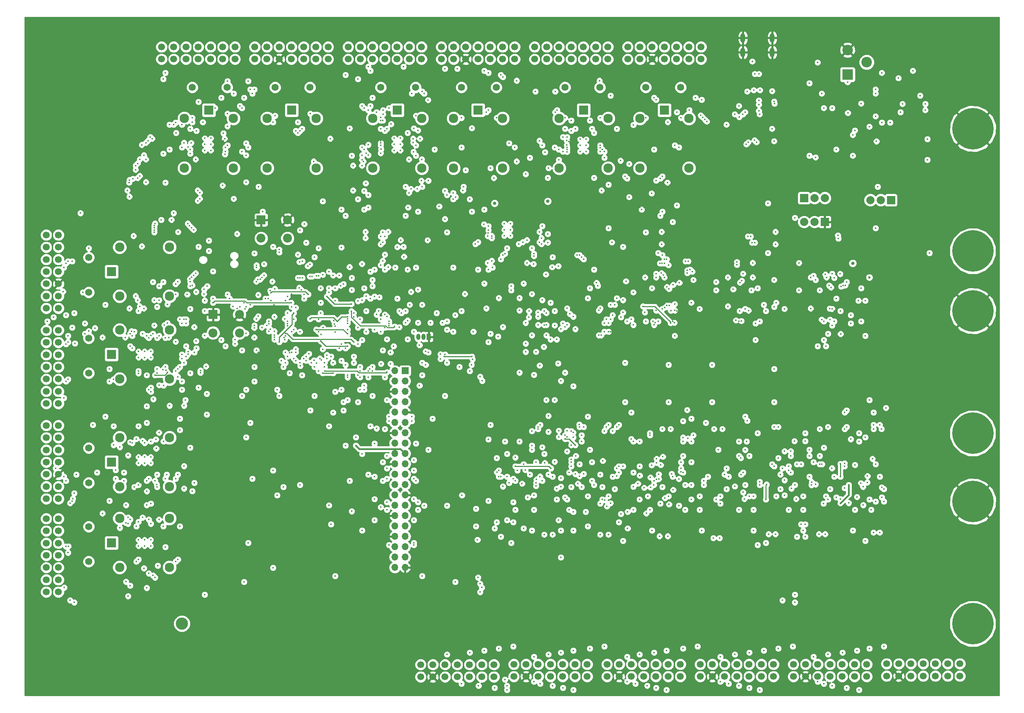
<source format=gbr>
G04 #@! TF.GenerationSoftware,KiCad,Pcbnew,(5.0.0)*
G04 #@! TF.CreationDate,2019-03-12T22:38:42-07:00*
G04 #@! TF.ProjectId,SchematicAutomation,536368656D617469634175746F6D6174,rev?*
G04 #@! TF.SameCoordinates,Original*
G04 #@! TF.FileFunction,Copper,L3,Inr,Plane*
G04 #@! TF.FilePolarity,Positive*
%FSLAX45Y45*%
G04 Gerber Fmt 4.5, Leading zero omitted, Abs format (unit mm)*
G04 Created by KiCad (PCBNEW (5.0.0)) date 03/12/19 22:38:42*
%MOMM*%
%LPD*%
G01*
G04 APERTURE LIST*
G04 #@! TA.AperFunction,ViaPad*
%ADD10R,1.000000X1.500000*%
G04 #@! TD*
G04 #@! TA.AperFunction,ViaPad*
%ADD11O,1.000000X1.500000*%
G04 #@! TD*
G04 #@! TA.AperFunction,ViaPad*
%ADD12R,1.700000X1.700000*%
G04 #@! TD*
G04 #@! TA.AperFunction,ViaPad*
%ADD13O,1.700000X1.700000*%
G04 #@! TD*
G04 #@! TA.AperFunction,ViaPad*
%ADD14C,2.300000*%
G04 #@! TD*
G04 #@! TA.AperFunction,ViaPad*
%ADD15R,2.300000X2.300000*%
G04 #@! TD*
G04 #@! TA.AperFunction,ViaPad*
%ADD16R,2.200000X2.200000*%
G04 #@! TD*
G04 #@! TA.AperFunction,ViaPad*
%ADD17C,2.200000*%
G04 #@! TD*
G04 #@! TA.AperFunction,ViaPad*
%ADD18R,2.000000X2.000000*%
G04 #@! TD*
G04 #@! TA.AperFunction,ViaPad*
%ADD19C,2.000000*%
G04 #@! TD*
G04 #@! TA.AperFunction,ViaPad*
%ADD20O,1.200000X2.300000*%
G04 #@! TD*
G04 #@! TA.AperFunction,ViaPad*
%ADD21C,10.160000*%
G04 #@! TD*
G04 #@! TA.AperFunction,ViaPad*
%ADD22C,1.700000*%
G04 #@! TD*
G04 #@! TA.AperFunction,ViaPad*
%ADD23C,2.600000*%
G04 #@! TD*
G04 #@! TA.AperFunction,ViaPad*
%ADD24R,2.600000X2.600000*%
G04 #@! TD*
G04 #@! TA.AperFunction,ViaPad*
%ADD25C,1.733000*%
G04 #@! TD*
G04 #@! TA.AperFunction,ViaPad*
%ADD26C,0.380000*%
G04 #@! TD*
G04 #@! TA.AperFunction,ViaPad*
%ADD27C,0.450000*%
G04 #@! TD*
G04 #@! TA.AperFunction,ViaPad*
%ADD28C,0.800000*%
G04 #@! TD*
G04 #@! TA.AperFunction,ViaPad*
%ADD29C,0.600000*%
G04 #@! TD*
G04 #@! TA.AperFunction,ViaPad*
%ADD30C,3.000000*%
G04 #@! TD*
G04 #@! TA.AperFunction,Conductor*
%ADD31C,0.250000*%
G04 #@! TD*
G04 #@! TA.AperFunction,Conductor*
%ADD32C,0.400000*%
G04 #@! TD*
G04 #@! TA.AperFunction,Conductor*
%ADD33C,0.254000*%
G04 #@! TD*
G04 APERTURE END LIST*
D10*
G04 #@! TO.N,GND*
G04 #@! TO.C,U17*
X13728700Y-9372600D03*
D11*
G04 #@! TO.N,Net-(U17-Pad3)*
X13474700Y-9372600D03*
G04 #@! TO.N,Net-(U17-Pad2)*
X13601700Y-9372600D03*
G04 #@! TD*
D12*
G04 #@! TO.N,+3V3*
G04 #@! TO.C,J23*
X13148241Y-10204189D03*
D13*
G04 #@! TO.N,+5V*
X12894241Y-10204189D03*
G04 #@! TO.N,MUX21*
X13148241Y-10458189D03*
G04 #@! TO.N,+5V*
X12894241Y-10458189D03*
G04 #@! TO.N,MUX16*
X13148241Y-10712189D03*
G04 #@! TO.N,GND*
X12894241Y-10712189D03*
G04 #@! TO.N,MUX18*
X13148241Y-10966189D03*
G04 #@! TO.N,/ATMEGA2560/RX*
X12894241Y-10966189D03*
G04 #@! TO.N,GND*
X13148241Y-11220189D03*
G04 #@! TO.N,/ATMEGA2560/TX*
X12894241Y-11220189D03*
G04 #@! TO.N,MUXD*
X13148241Y-11474189D03*
G04 #@! TO.N,MUXE*
X12894241Y-11474189D03*
G04 #@! TO.N,MUXA1*
X13148241Y-11728189D03*
G04 #@! TO.N,GND*
X12894241Y-11728189D03*
G04 #@! TO.N,9_REL*
X13148241Y-11982189D03*
G04 #@! TO.N,8_REL*
X12894241Y-11982189D03*
G04 #@! TO.N,+3V3*
X13148241Y-12236189D03*
G04 #@! TO.N,7_REL*
X12894241Y-12236189D03*
G04 #@! TO.N,4_REL*
X13148241Y-12490189D03*
G04 #@! TO.N,GND*
X12894241Y-12490189D03*
G04 #@! TO.N,3_REL*
X13148241Y-12744189D03*
G04 #@! TO.N,6_REL*
X12894241Y-12744189D03*
G04 #@! TO.N,5_REL*
X13148241Y-12998189D03*
G04 #@! TO.N,2_REL*
X12894241Y-12998189D03*
G04 #@! TO.N,GND*
X13148241Y-13252189D03*
G04 #@! TO.N,1_REL*
X12894241Y-13252189D03*
G04 #@! TO.N,MUX17*
X13148241Y-13506189D03*
G04 #@! TO.N,MUX19*
X12894241Y-13506189D03*
G04 #@! TO.N,MUX20*
X13148241Y-13760189D03*
G04 #@! TO.N,GND*
X12894241Y-13760189D03*
G04 #@! TO.N,MUX22*
X13148241Y-14014189D03*
G04 #@! TO.N,TX_CONT*
X12894241Y-14014189D03*
G04 #@! TO.N,CTS_CONT*
X13148241Y-14268189D03*
G04 #@! TO.N,GND*
X12894241Y-14268189D03*
G04 #@! TO.N,Net-(J23-Pad35)*
X13148241Y-14522189D03*
G04 #@! TO.N,MUXC*
X12894241Y-14522189D03*
G04 #@! TO.N,RS232INV*
X13148241Y-14776189D03*
G04 #@! TO.N,Net-(J23-Pad38)*
X12894241Y-14776189D03*
G04 #@! TO.N,GND*
X13148241Y-15030189D03*
G04 #@! TO.N,10_REL*
X12894241Y-15030189D03*
G04 #@! TD*
D14*
G04 #@! TO.N,Net-(RLY10-Pad4)*
G04 #@! TO.C,RLY10*
X18126000Y-5230000D03*
G04 #@! TO.N,VDC*
X16926000Y-5230000D03*
G04 #@! TO.N,Net-(Q2-Pad12)*
X18126000Y-4010000D03*
G04 #@! TO.N,+5V*
X16926000Y-4010000D03*
D15*
G04 #@! TO.N,5_GarminPWR*
X17526000Y-3810000D03*
G04 #@! TD*
D14*
G04 #@! TO.N,Net-(RLY5-Pad4)*
G04 #@! TO.C,RLY5*
X20107200Y-5230000D03*
G04 #@! TO.N,VDC*
X18907200Y-5230000D03*
G04 #@! TO.N,Net-(Q1-Pad12)*
X20107200Y-4010000D03*
G04 #@! TO.N,+5V*
X18907200Y-4010000D03*
D15*
G04 #@! TO.N,5_Vin*
X19507200Y-3810000D03*
G04 #@! TD*
D16*
G04 #@! TO.N,GND*
G04 #@! TO.C,S4*
X8433809Y-8825555D03*
D17*
X9083809Y-8825555D03*
G04 #@! TO.N,Net-(S4-Pad3)*
X9083809Y-9275555D03*
X8433809Y-9275555D03*
G04 #@! TD*
D18*
G04 #@! TO.N,-3V3*
G04 #@! TO.C,S5*
X22933200Y-5966600D03*
D19*
G04 #@! TO.N,Net-(S2-Pad3)*
X23187200Y-5966600D03*
G04 #@! TO.N,-5V*
X23441200Y-5966600D03*
G04 #@! TD*
D20*
G04 #@! TO.N,GND*
G04 #@! TO.C,J16*
X21433200Y-2039800D03*
X21433200Y-2394800D03*
X22153200Y-2039800D03*
X22153200Y-2394800D03*
G04 #@! TD*
D21*
G04 #@! TO.N,GND*
G04 #@! TO.C,J14*
X27076400Y-4267400D03*
G04 #@! TO.N,VAA*
X27076400Y-7264400D03*
G04 #@! TD*
D22*
G04 #@! TO.N,2_GarminTX*
G04 #@! TO.C,J19*
X4643200Y-9209200D03*
G04 #@! TO.N,2_IN1*
X4341200Y-9209200D03*
G04 #@! TO.N,2_GarminRX*
X4643200Y-9509200D03*
G04 #@! TO.N,2_IN2*
X4341200Y-9509200D03*
G04 #@! TO.N,2_GarminPWR*
X4643200Y-9809200D03*
G04 #@! TO.N,2_IN3*
X4341200Y-9809200D03*
G04 #@! TO.N,2_RTS*
X4643200Y-10109200D03*
G04 #@! TO.N,2_IN4*
X4341200Y-10109200D03*
G04 #@! TO.N,2_CTS*
X4643200Y-10409200D03*
G04 #@! TO.N,2_IN5*
X4341200Y-10409200D03*
G04 #@! TO.N,2_RX*
X4643200Y-10709200D03*
G04 #@! TO.N,2_IN0*
X4341200Y-10709200D03*
G04 #@! TO.N,2_TX*
X4643200Y-11009200D03*
G04 #@! TO.N,2_ADC1*
X4341200Y-11009200D03*
G04 #@! TD*
G04 #@! TO.N,4_OWB_SEC*
G04 #@! TO.C,J18*
X15835200Y-2560400D03*
G04 #@! TO.N,4_ADC2*
X15835200Y-2258400D03*
G04 #@! TO.N,4_OUT3*
X15535200Y-2560400D03*
G04 #@! TO.N,4_ADC3*
X15535200Y-2258400D03*
G04 #@! TO.N,4_OUT0*
X15235200Y-2560400D03*
G04 #@! TO.N,4_ADC0*
X15235200Y-2258400D03*
G04 #@! TO.N,4_Vin*
X14935200Y-2560400D03*
G04 #@! TO.N,Net-(J18-Pad11)*
X14935200Y-2258400D03*
G04 #@! TO.N,GND*
X14635200Y-2560400D03*
G04 #@! TO.N,4_OUT1*
X14635200Y-2258400D03*
G04 #@! TO.N,Net-(J18-Pad2)*
X14335200Y-2560400D03*
G04 #@! TO.N,4_OUT2*
X14335200Y-2258400D03*
G04 #@! TO.N,Net-(J18-Pad1)*
X14035200Y-2560400D03*
G04 #@! TO.N,4_OWB_MAIN*
X14035200Y-2258400D03*
G04 #@! TD*
G04 #@! TO.N,Net-(J1-Pad7)*
G04 #@! TO.C,J1*
X13527200Y-17412140D03*
G04 #@! TO.N,Net-(J1-Pad8)*
X13527200Y-17714140D03*
G04 #@! TO.N,1_J1850+*
X13827200Y-17412140D03*
G04 #@! TO.N,GND*
X13827200Y-17714140D03*
G04 #@! TO.N,1_J1850-*
X14127200Y-17412140D03*
G04 #@! TO.N,1_ISO-K*
X14127200Y-17714140D03*
G04 #@! TO.N,1_ISO-Low*
X14427200Y-17412140D03*
G04 #@! TO.N,1_SWC_BUS*
X14427200Y-17714140D03*
G04 #@! TO.N,1_J1708-TXD*
X14727200Y-17412140D03*
G04 #@! TO.N,1_CAN_MS_L*
X14727200Y-17714140D03*
G04 #@! TO.N,1_J1708-RXD*
X15027200Y-17412140D03*
G04 #@! TO.N,1_CAN_MS_H*
X15027200Y-17714140D03*
G04 #@! TO.N,1_CANHigh*
X15327200Y-17412140D03*
G04 #@! TO.N,1_CANLow*
X15327200Y-17714140D03*
G04 #@! TD*
G04 #@! TO.N,1_GarminTX*
G04 #@! TO.C,J2*
X4643200Y-13832000D03*
G04 #@! TO.N,1_IN1*
X4341200Y-13832000D03*
G04 #@! TO.N,1_GarminRX*
X4643200Y-14132000D03*
G04 #@! TO.N,1_IN2*
X4341200Y-14132000D03*
G04 #@! TO.N,1_GarminPWR*
X4643200Y-14432000D03*
G04 #@! TO.N,1_IN3*
X4341200Y-14432000D03*
G04 #@! TO.N,1_RTS*
X4643200Y-14732000D03*
G04 #@! TO.N,1_IN4*
X4341200Y-14732000D03*
G04 #@! TO.N,1_CTS*
X4643200Y-15032000D03*
G04 #@! TO.N,1_IN5*
X4341200Y-15032000D03*
G04 #@! TO.N,1_RX*
X4643200Y-15332000D03*
G04 #@! TO.N,1_IN0*
X4341200Y-15332000D03*
G04 #@! TO.N,1_TX*
X4643200Y-15632000D03*
G04 #@! TO.N,1_ADC1*
X4341200Y-15632000D03*
G04 #@! TD*
G04 #@! TO.N,Net-(J3-Pad7)*
G04 #@! TO.C,J3*
X15813200Y-17404000D03*
G04 #@! TO.N,Net-(J3-Pad8)*
X15813200Y-17706000D03*
G04 #@! TO.N,1_J1850+*
X16113200Y-17404000D03*
G04 #@! TO.N,GND*
X16113200Y-17706000D03*
G04 #@! TO.N,1_J1850-*
X16413200Y-17404000D03*
G04 #@! TO.N,1_ISO-K*
X16413200Y-17706000D03*
G04 #@! TO.N,1_ISO-Low*
X16713200Y-17404000D03*
G04 #@! TO.N,1_SWC_BUS*
X16713200Y-17706000D03*
G04 #@! TO.N,1_J1708-TXD*
X17013200Y-17404000D03*
G04 #@! TO.N,1_CAN_MS_L*
X17013200Y-17706000D03*
G04 #@! TO.N,1_J1708-RXD*
X17313200Y-17404000D03*
G04 #@! TO.N,1_CAN_MS_H*
X17313200Y-17706000D03*
G04 #@! TO.N,1_CANHigh*
X17613200Y-17404000D03*
G04 #@! TO.N,1_CANLow*
X17613200Y-17706000D03*
G04 #@! TD*
G04 #@! TO.N,1_OWB_SEC*
G04 #@! TO.C,J4*
X4643200Y-11546000D03*
G04 #@! TO.N,1_ADC2*
X4341200Y-11546000D03*
G04 #@! TO.N,1_OUT3*
X4643200Y-11846000D03*
G04 #@! TO.N,1_ADC3*
X4341200Y-11846000D03*
G04 #@! TO.N,1_OUT0*
X4643200Y-12146000D03*
G04 #@! TO.N,1_ADC0*
X4341200Y-12146000D03*
G04 #@! TO.N,1_Vin*
X4643200Y-12446000D03*
G04 #@! TO.N,Net-(J4-Pad11)*
X4341200Y-12446000D03*
G04 #@! TO.N,GND*
X4643200Y-12746000D03*
G04 #@! TO.N,1_OUT1*
X4341200Y-12746000D03*
G04 #@! TO.N,Net-(J4-Pad2)*
X4643200Y-13046000D03*
G04 #@! TO.N,1_OUT2*
X4341200Y-13046000D03*
G04 #@! TO.N,Net-(J4-Pad1)*
X4643200Y-13346000D03*
G04 #@! TO.N,1_OWB_MAIN*
X4341200Y-13346000D03*
G04 #@! TD*
G04 #@! TO.N,Net-(J5-Pad7)*
G04 #@! TO.C,J5*
X18099200Y-17404000D03*
G04 #@! TO.N,Net-(J5-Pad8)*
X18099200Y-17706000D03*
G04 #@! TO.N,1_J1850+*
X18399200Y-17404000D03*
G04 #@! TO.N,GND*
X18399200Y-17706000D03*
G04 #@! TO.N,1_J1850-*
X18699200Y-17404000D03*
G04 #@! TO.N,1_ISO-K*
X18699200Y-17706000D03*
G04 #@! TO.N,1_ISO-Low*
X18999200Y-17404000D03*
G04 #@! TO.N,1_SWC_BUS*
X18999200Y-17706000D03*
G04 #@! TO.N,1_J1708-TXD*
X19299200Y-17404000D03*
G04 #@! TO.N,1_CAN_MS_L*
X19299200Y-17706000D03*
G04 #@! TO.N,1_J1708-RXD*
X19599200Y-17404000D03*
G04 #@! TO.N,1_CAN_MS_H*
X19599200Y-17706000D03*
G04 #@! TO.N,1_CANHigh*
X19899200Y-17404000D03*
G04 #@! TO.N,1_CANLow*
X19899200Y-17706000D03*
G04 #@! TD*
G04 #@! TO.N,5_GarminTX*
G04 #@! TO.C,J6*
X18121200Y-2560400D03*
G04 #@! TO.N,5_IN1*
X18121200Y-2258400D03*
G04 #@! TO.N,5_GarminRX*
X17821200Y-2560400D03*
G04 #@! TO.N,5_IN2*
X17821200Y-2258400D03*
G04 #@! TO.N,5_GarminPWR*
X17521200Y-2560400D03*
G04 #@! TO.N,5_IN3*
X17521200Y-2258400D03*
G04 #@! TO.N,5_RTS*
X17221200Y-2560400D03*
G04 #@! TO.N,5_IN4*
X17221200Y-2258400D03*
G04 #@! TO.N,5_CTS*
X16921200Y-2560400D03*
G04 #@! TO.N,5_IN5*
X16921200Y-2258400D03*
G04 #@! TO.N,5_RX*
X16621200Y-2560400D03*
G04 #@! TO.N,5_IN0*
X16621200Y-2258400D03*
G04 #@! TO.N,5_TX*
X16321200Y-2560400D03*
G04 #@! TO.N,5_ADC1*
X16321200Y-2258400D03*
G04 #@! TD*
G04 #@! TO.N,5_OWB_SEC*
G04 #@! TO.C,J7*
X20407200Y-2560400D03*
G04 #@! TO.N,5_ADC2*
X20407200Y-2258400D03*
G04 #@! TO.N,5_OUT3*
X20107200Y-2560400D03*
G04 #@! TO.N,5_ADC3*
X20107200Y-2258400D03*
G04 #@! TO.N,5_OUT0*
X19807200Y-2560400D03*
G04 #@! TO.N,5_ADC0*
X19807200Y-2258400D03*
G04 #@! TO.N,5_Vin*
X19507200Y-2560400D03*
G04 #@! TO.N,Net-(J7-Pad11)*
X19507200Y-2258400D03*
G04 #@! TO.N,GND*
X19207200Y-2560400D03*
G04 #@! TO.N,5_OUT1*
X19207200Y-2258400D03*
G04 #@! TO.N,Net-(J7-Pad2)*
X18907200Y-2560400D03*
G04 #@! TO.N,5_OUT2*
X18907200Y-2258400D03*
G04 #@! TO.N,Net-(J7-Pad1)*
X18607200Y-2560400D03*
G04 #@! TO.N,5_OWB_MAIN*
X18607200Y-2258400D03*
G04 #@! TD*
G04 #@! TO.N,Net-(J8-Pad7)*
G04 #@! TO.C,J8*
X20385200Y-17404000D03*
G04 #@! TO.N,Net-(J8-Pad8)*
X20385200Y-17706000D03*
G04 #@! TO.N,1_J1850+*
X20685200Y-17404000D03*
G04 #@! TO.N,GND*
X20685200Y-17706000D03*
G04 #@! TO.N,1_J1850-*
X20985200Y-17404000D03*
G04 #@! TO.N,1_ISO-K*
X20985200Y-17706000D03*
G04 #@! TO.N,1_ISO-Low*
X21285200Y-17404000D03*
G04 #@! TO.N,1_SWC_BUS*
X21285200Y-17706000D03*
G04 #@! TO.N,1_J1708-TXD*
X21585200Y-17404000D03*
G04 #@! TO.N,1_CAN_MS_L*
X21585200Y-17706000D03*
G04 #@! TO.N,1_J1708-RXD*
X21885200Y-17404000D03*
G04 #@! TO.N,1_CAN_MS_H*
X21885200Y-17706000D03*
G04 #@! TO.N,1_CANHigh*
X22185200Y-17404000D03*
G04 #@! TO.N,1_CANLow*
X22185200Y-17706000D03*
G04 #@! TD*
G04 #@! TO.N,2_OWB_SEC*
G04 #@! TO.C,J20*
X4643200Y-6872400D03*
G04 #@! TO.N,2_ADC2*
X4341200Y-6872400D03*
G04 #@! TO.N,2_OUT3*
X4643200Y-7172400D03*
G04 #@! TO.N,2_ADC3*
X4341200Y-7172400D03*
G04 #@! TO.N,2_OUT0*
X4643200Y-7472400D03*
G04 #@! TO.N,2_ADC0*
X4341200Y-7472400D03*
G04 #@! TO.N,2_Vin*
X4643200Y-7772400D03*
G04 #@! TO.N,Net-(J20-Pad11)*
X4341200Y-7772400D03*
G04 #@! TO.N,GND*
X4643200Y-8072400D03*
G04 #@! TO.N,2_OUT1*
X4341200Y-8072400D03*
G04 #@! TO.N,Net-(J20-Pad2)*
X4643200Y-8372400D03*
G04 #@! TO.N,2_OUT2*
X4341200Y-8372400D03*
G04 #@! TO.N,Net-(J20-Pad1)*
X4643200Y-8672400D03*
G04 #@! TO.N,2_OWB_MAIN*
X4341200Y-8672400D03*
G04 #@! TD*
G04 #@! TO.N,3_OWB_SEC*
G04 #@! TO.C,J22*
X11257706Y-2559811D03*
G04 #@! TO.N,3_ADC2*
X11257706Y-2257811D03*
G04 #@! TO.N,3_OUT3*
X10957706Y-2559811D03*
G04 #@! TO.N,3_ADC3*
X10957706Y-2257811D03*
G04 #@! TO.N,3_OUT0*
X10657706Y-2559811D03*
G04 #@! TO.N,3_ADC0*
X10657706Y-2257811D03*
G04 #@! TO.N,3_Vin*
X10357706Y-2559811D03*
G04 #@! TO.N,Net-(J22-Pad11)*
X10357706Y-2257811D03*
G04 #@! TO.N,GND*
X10057706Y-2559811D03*
G04 #@! TO.N,3_OUT1*
X10057706Y-2257811D03*
G04 #@! TO.N,Net-(J22-Pad2)*
X9757706Y-2559811D03*
G04 #@! TO.N,3_OUT2*
X9757706Y-2257811D03*
G04 #@! TO.N,Net-(J22-Pad1)*
X9457706Y-2559811D03*
G04 #@! TO.N,3_OWB_MAIN*
X9457706Y-2257811D03*
G04 #@! TD*
G04 #@! TO.N,3_GarminTX*
G04 #@! TO.C,J21*
X8971706Y-2559811D03*
G04 #@! TO.N,3_IN1*
X8971706Y-2257811D03*
G04 #@! TO.N,3_GarminRX*
X8671706Y-2559811D03*
G04 #@! TO.N,3_IN2*
X8671706Y-2257811D03*
G04 #@! TO.N,3_GarminPWR*
X8371706Y-2559811D03*
G04 #@! TO.N,3_IN3*
X8371706Y-2257811D03*
G04 #@! TO.N,3_RTS*
X8071706Y-2559811D03*
G04 #@! TO.N,3_IN4*
X8071706Y-2257811D03*
G04 #@! TO.N,3_CTS*
X7771706Y-2559811D03*
G04 #@! TO.N,3_IN5*
X7771706Y-2257811D03*
G04 #@! TO.N,3_RX*
X7471706Y-2559811D03*
G04 #@! TO.N,3_IN0*
X7471706Y-2257811D03*
G04 #@! TO.N,3_TX*
X7171706Y-2559811D03*
G04 #@! TO.N,3_ADC1*
X7171706Y-2257811D03*
G04 #@! TD*
G04 #@! TO.N,Net-(J9-Pad7)*
G04 #@! TO.C,J9*
X24957200Y-17391300D03*
G04 #@! TO.N,Net-(J9-Pad8)*
X24957200Y-17693300D03*
G04 #@! TO.N,1_J1850+*
X25257200Y-17391300D03*
G04 #@! TO.N,GND*
X25257200Y-17693300D03*
G04 #@! TO.N,1_J1850-*
X25557200Y-17391300D03*
G04 #@! TO.N,1_ISO-K*
X25557200Y-17693300D03*
G04 #@! TO.N,1_ISO-Low*
X25857200Y-17391300D03*
G04 #@! TO.N,1_SWC_BUS*
X25857200Y-17693300D03*
G04 #@! TO.N,1_J1708-TXD*
X26157200Y-17391300D03*
G04 #@! TO.N,1_CAN_MS_L*
X26157200Y-17693300D03*
G04 #@! TO.N,1_J1708-RXD*
X26457200Y-17391300D03*
G04 #@! TO.N,1_CAN_MS_H*
X26457200Y-17693300D03*
G04 #@! TO.N,1_CANHigh*
X26757200Y-17391300D03*
G04 #@! TO.N,1_CANLow*
X26757200Y-17693300D03*
G04 #@! TD*
G04 #@! TO.N,4_GarminTX*
G04 #@! TO.C,J10*
X13549200Y-2560400D03*
G04 #@! TO.N,4_IN1*
X13549200Y-2258400D03*
G04 #@! TO.N,4_GarminRX*
X13249200Y-2560400D03*
G04 #@! TO.N,4_IN2*
X13249200Y-2258400D03*
G04 #@! TO.N,4_GarminPWR*
X12949200Y-2560400D03*
G04 #@! TO.N,4_IN3*
X12949200Y-2258400D03*
G04 #@! TO.N,4_RTS*
X12649200Y-2560400D03*
G04 #@! TO.N,4_IN4*
X12649200Y-2258400D03*
G04 #@! TO.N,4_CTS*
X12349200Y-2560400D03*
G04 #@! TO.N,4_IN5*
X12349200Y-2258400D03*
G04 #@! TO.N,4_RX*
X12049200Y-2560400D03*
G04 #@! TO.N,4_IN0*
X12049200Y-2258400D03*
G04 #@! TO.N,4_TX*
X11749200Y-2560400D03*
G04 #@! TO.N,4_ADC1*
X11749200Y-2258400D03*
G04 #@! TD*
G04 #@! TO.N,Net-(J11-Pad7)*
G04 #@! TO.C,J11*
X22671200Y-17404000D03*
G04 #@! TO.N,Net-(J11-Pad8)*
X22671200Y-17706000D03*
G04 #@! TO.N,1_J1850+*
X22971200Y-17404000D03*
G04 #@! TO.N,GND*
X22971200Y-17706000D03*
G04 #@! TO.N,1_J1850-*
X23271200Y-17404000D03*
G04 #@! TO.N,1_ISO-K*
X23271200Y-17706000D03*
G04 #@! TO.N,1_ISO-Low*
X23571200Y-17404000D03*
G04 #@! TO.N,1_SWC_BUS*
X23571200Y-17706000D03*
G04 #@! TO.N,1_J1708-TXD*
X23871200Y-17404000D03*
G04 #@! TO.N,1_CAN_MS_L*
X23871200Y-17706000D03*
G04 #@! TO.N,1_J1708-RXD*
X24171200Y-17404000D03*
G04 #@! TO.N,1_CAN_MS_H*
X24171200Y-17706000D03*
G04 #@! TO.N,1_CANHigh*
X24471200Y-17404000D03*
G04 #@! TO.N,1_CANLow*
X24471200Y-17706000D03*
G04 #@! TD*
D23*
G04 #@! TO.N,N/C*
G04 #@! TO.C,J13*
X24470000Y-2635176D03*
G04 #@! TO.N,GND*
X24000000Y-2335176D03*
D24*
G04 #@! TO.N,+12V*
X24000000Y-2935176D03*
G04 #@! TD*
D21*
G04 #@! TO.N,GND*
G04 #@! TO.C,J15*
X27076400Y-13411200D03*
G04 #@! TO.N,VDC*
X27076400Y-16408200D03*
G04 #@! TD*
G04 #@! TO.N,GND*
G04 #@! TO.C,J17*
X27076400Y-8737600D03*
G04 #@! TO.N,Net-(J17-Pad1)*
X27076400Y-11734600D03*
G04 #@! TD*
D25*
G04 #@! TO.N,Net-(Q1-Pad16)*
G04 #@! TO.C,Z1*
X5384800Y-12098000D03*
G04 #@! TO.N,+5V*
X5384800Y-12954000D03*
G04 #@! TD*
G04 #@! TO.N,Net-(Q1-Pad15)*
G04 #@! TO.C,Z2*
X5384800Y-7424400D03*
G04 #@! TO.N,+5V*
X5384800Y-8280400D03*
G04 #@! TD*
G04 #@! TO.N,Net-(Q1-Pad14)*
G04 #@! TO.C,Z3*
X10812800Y-3251200D03*
G04 #@! TO.N,+5V*
X9956800Y-3251200D03*
G04 #@! TD*
G04 #@! TO.N,Net-(Q1-Pad13)*
G04 #@! TO.C,Z4*
X15384800Y-3251200D03*
G04 #@! TO.N,+5V*
X14528800Y-3251200D03*
G04 #@! TD*
G04 #@! TO.N,Net-(Q1-Pad12)*
G04 #@! TO.C,Z5*
X19906000Y-3251200D03*
G04 #@! TO.N,+5V*
X19050000Y-3251200D03*
G04 #@! TD*
G04 #@! TO.N,Net-(Q2-Pad16)*
G04 #@! TO.C,Z6*
X5384800Y-14028400D03*
G04 #@! TO.N,+5V*
X5384800Y-14884400D03*
G04 #@! TD*
G04 #@! TO.N,Net-(Q2-Pad15)*
G04 #@! TO.C,Z7*
X5384800Y-9405600D03*
G04 #@! TO.N,+5V*
X5384800Y-10261600D03*
G04 #@! TD*
G04 #@! TO.N,Net-(Q2-Pad14)*
G04 #@! TO.C,Z8*
X8780800Y-3251200D03*
G04 #@! TO.N,+5V*
X7924800Y-3251200D03*
G04 #@! TD*
G04 #@! TO.N,Net-(Q2-Pad13)*
G04 #@! TO.C,Z9*
X13403600Y-3251200D03*
G04 #@! TO.N,+5V*
X12547600Y-3251200D03*
G04 #@! TD*
G04 #@! TO.N,Net-(Q2-Pad12)*
G04 #@! TO.C,Z10*
X17924800Y-3251200D03*
G04 #@! TO.N,+5V*
X17068800Y-3251200D03*
G04 #@! TD*
D14*
G04 #@! TO.N,Net-(RLY4-Pad4)*
G04 #@! TO.C,RLY4*
X15535200Y-5230000D03*
G04 #@! TO.N,VDC*
X14335200Y-5230000D03*
G04 #@! TO.N,Net-(Q1-Pad13)*
X15535200Y-4010000D03*
G04 #@! TO.N,+5V*
X14335200Y-4010000D03*
D15*
G04 #@! TO.N,4_Vin*
X14935200Y-3810000D03*
G04 #@! TD*
D14*
G04 #@! TO.N,Net-(RLY6-Pad4)*
G04 #@! TO.C,RLY6*
X7363600Y-13827200D03*
G04 #@! TO.N,VDC*
X7363600Y-15027200D03*
G04 #@! TO.N,Net-(Q2-Pad16)*
X6143600Y-13827200D03*
G04 #@! TO.N,+5V*
X6143600Y-15027200D03*
D15*
G04 #@! TO.N,1_GarminPWR*
X5943600Y-14427200D03*
G04 #@! TD*
D14*
G04 #@! TO.N,Net-(RLY3-Pad4)*
G04 #@! TO.C,RLY3*
X10963200Y-5230000D03*
G04 #@! TO.N,VDC*
X9763200Y-5230000D03*
G04 #@! TO.N,Net-(Q1-Pad14)*
X10963200Y-4010000D03*
G04 #@! TO.N,+5V*
X9763200Y-4010000D03*
D15*
G04 #@! TO.N,3_Vin*
X10363200Y-3810000D03*
G04 #@! TD*
D14*
G04 #@! TO.N,Net-(RLY1-Pad4)*
G04 #@! TO.C,RLY1*
X7363600Y-11846000D03*
G04 #@! TO.N,VDC*
X7363600Y-13046000D03*
G04 #@! TO.N,Net-(Q1-Pad16)*
X6143600Y-11846000D03*
G04 #@! TO.N,+5V*
X6143600Y-13046000D03*
D15*
G04 #@! TO.N,1_Vin*
X5943600Y-12446000D03*
G04 #@! TD*
D14*
G04 #@! TO.N,Net-(RLY7-Pad4)*
G04 #@! TO.C,RLY7*
X7363600Y-9204400D03*
G04 #@! TO.N,VDC*
X7363600Y-10404400D03*
G04 #@! TO.N,Net-(Q2-Pad15)*
X6143600Y-9204400D03*
G04 #@! TO.N,+5V*
X6143600Y-10404400D03*
D15*
G04 #@! TO.N,2_GarminPWR*
X5943600Y-9804400D03*
G04 #@! TD*
D14*
G04 #@! TO.N,Net-(RLY8-Pad4)*
G04 #@! TO.C,RLY8*
X8931200Y-5230000D03*
G04 #@! TO.N,VDC*
X7731200Y-5230000D03*
G04 #@! TO.N,Net-(Q2-Pad14)*
X8931200Y-4010000D03*
G04 #@! TO.N,+5V*
X7731200Y-4010000D03*
D15*
G04 #@! TO.N,3_GarminPWR*
X8331200Y-3810000D03*
G04 #@! TD*
D14*
G04 #@! TO.N,Net-(RLY9-Pad4)*
G04 #@! TO.C,RLY9*
X13554000Y-5230000D03*
G04 #@! TO.N,VDC*
X12354000Y-5230000D03*
G04 #@! TO.N,Net-(Q2-Pad13)*
X13554000Y-4010000D03*
G04 #@! TO.N,+5V*
X12354000Y-4010000D03*
D15*
G04 #@! TO.N,4_GarminPWR*
X12954000Y-3810000D03*
G04 #@! TD*
D14*
G04 #@! TO.N,Net-(RLY2-Pad4)*
G04 #@! TO.C,RLY2*
X7363600Y-7172400D03*
G04 #@! TO.N,VDC*
X7363600Y-8372400D03*
G04 #@! TO.N,Net-(Q1-Pad15)*
X6143600Y-7172400D03*
G04 #@! TO.N,+5V*
X6143600Y-8372400D03*
D15*
G04 #@! TO.N,2_Vin*
X5943600Y-7772400D03*
G04 #@! TD*
D17*
G04 #@! TO.N,/ATMEGA2560/\005CRESET*
G04 #@! TO.C,S1*
X9611600Y-6952400D03*
X10261600Y-6952400D03*
G04 #@! TO.N,GND*
X10261600Y-6502400D03*
D16*
X9611600Y-6502400D03*
G04 #@! TD*
D19*
G04 #@! TO.N,+3V3*
G04 #@! TO.C,S3*
X24558800Y-6017400D03*
G04 #@! TO.N,+VSW*
X24812800Y-6017400D03*
D18*
G04 #@! TO.N,+5V*
X25066800Y-6017400D03*
G04 #@! TD*
D19*
G04 #@! TO.N,Net-(S2-Pad3)*
G04 #@! TO.C,S2*
X22933200Y-6553200D03*
G04 #@! TO.N,-VSW*
X23187200Y-6553200D03*
D18*
G04 #@! TO.N,GND*
X23441200Y-6553200D03*
G04 #@! TD*
D26*
G04 #@! TO.N,N/C*
G04 #@! TO.C,U8*
X6906400Y-14352200D03*
X6756400Y-14352200D03*
X6606400Y-14352200D03*
X6906400Y-14502200D03*
X6756400Y-14502200D03*
X6606400Y-14502200D03*
G04 #@! TD*
G04 #@! TO.N,N/C*
G04 #@! TO.C,U10*
X6906400Y-12320200D03*
X6756400Y-12320200D03*
X6606400Y-12320200D03*
X6906400Y-12470200D03*
X6756400Y-12470200D03*
X6606400Y-12470200D03*
G04 #@! TD*
G04 #@! TO.N,N/C*
G04 #@! TO.C,U9*
X13029000Y-4798200D03*
X13029000Y-4648200D03*
X13029000Y-4498200D03*
X12879000Y-4798200D03*
X12879000Y-4648200D03*
X12879000Y-4498200D03*
G04 #@! TD*
G04 #@! TO.N,N/C*
G04 #@! TO.C,U7*
X8380800Y-4798200D03*
X8380800Y-4648200D03*
X8380800Y-4498200D03*
X8230800Y-4798200D03*
X8230800Y-4648200D03*
X8230800Y-4498200D03*
G04 #@! TD*
G04 #@! TO.N,N/C*
G04 #@! TO.C,U11*
X17588300Y-4823600D03*
X17588300Y-4673600D03*
X17588300Y-4523600D03*
X17438300Y-4823600D03*
X17438300Y-4673600D03*
X17438300Y-4523600D03*
G04 #@! TD*
G04 #@! TO.N,N/C*
G04 #@! TO.C,U12*
X6906400Y-9729400D03*
X6756400Y-9729400D03*
X6606400Y-9729400D03*
X6906400Y-9879400D03*
X6756400Y-9879400D03*
X6606400Y-9879400D03*
G04 #@! TD*
G04 #@! TO.N,N/C*
G04 #@! TO.C,U13*
X15577750Y-6593700D03*
X15577750Y-6743700D03*
X15577750Y-6893700D03*
X15727750Y-6593700D03*
X15727750Y-6743700D03*
X15727750Y-6893700D03*
G04 #@! TD*
D27*
G04 #@! TO.N,*
X13983010Y-6172341D03*
X13221010Y-6197741D03*
X14541810Y-13258941D03*
X14922810Y-14351141D03*
G04 #@! TO.N,GND*
X25247600Y-3251200D03*
X25095200Y-2743200D03*
X25450800Y-2743200D03*
X21336000Y-8991600D03*
X25330400Y-14160500D03*
X22079200Y-13703300D03*
X22180800Y-13703300D03*
X18234900Y-12494500D03*
X18539700Y-12951700D03*
X18234900Y-12697700D03*
X16863300Y-12697700D03*
X15942894Y-12994454D03*
X16507700Y-13612100D03*
X16660100Y-13713700D03*
X15948900Y-13104100D03*
X15796500Y-12697700D03*
X19510157Y-12131182D03*
X19606500Y-12138900D03*
X19657300Y-12545300D03*
X19962100Y-12878572D03*
X19657300Y-12494500D03*
X19960200Y-13104100D03*
X19809700Y-11630900D03*
X19960200Y-13457800D03*
X19555700Y-13713700D03*
X19352500Y-13662900D03*
X16761700Y-12138900D03*
X18133300Y-12138900D03*
X18031700Y-12138900D03*
X23777700Y-13002500D03*
X23365700Y-13713700D03*
X23772100Y-13205700D03*
X24838900Y-12392900D03*
X24838900Y-12088100D03*
X24737300Y-11884900D03*
X23518100Y-12443700D03*
X22298900Y-12494500D03*
X22502751Y-12794820D03*
X20978100Y-12342100D03*
X20927300Y-12494500D03*
X21079700Y-12291300D03*
X20724100Y-11986761D03*
X24638420Y-13513857D03*
X23416545Y-11877632D03*
X23568900Y-12189700D03*
X22349700Y-12240500D03*
X22197300Y-12138900D03*
X22451300Y-12037300D03*
X10208500Y-8633700D03*
X9934700Y-8582900D03*
X10310100Y-7871700D03*
X23873700Y-7566900D03*
X23264100Y-7820900D03*
X23142700Y-8007900D03*
X21740100Y-7820900D03*
X22197300Y-8278100D03*
X20165300Y-8278100D03*
X19816154Y-8737185D03*
X19277425Y-9027404D03*
X18996900Y-8887700D03*
X18234900Y-7922500D03*
X18983700Y-8024100D03*
X19149300Y-7820900D03*
X19454100Y-9294100D03*
X18946100Y-9344900D03*
X18742900Y-9192500D03*
X18190538Y-9242995D03*
X18590500Y-8328900D03*
X19708100Y-7566900D03*
X19708102Y-8989300D03*
X19454100Y-8989300D03*
X19962100Y-8735300D03*
X19454100Y-9141700D03*
X25600900Y-4518900D03*
X25651700Y-4925300D03*
X26210500Y-4468100D03*
X25753300Y-4214100D03*
X23873700Y-4417300D03*
X24127700Y-4061700D03*
X23518100Y-4214100D03*
X21333700Y-3045700D03*
X21435300Y-3045700D03*
X21943300Y-4163300D03*
X21587700Y-4163300D03*
X21689300Y-4163300D03*
X21994100Y-3198100D03*
X21130500Y-3198100D03*
X21384500Y-3350500D03*
X21181300Y-3100700D03*
X20978100Y-3198100D03*
X20978100Y-3655300D03*
X24788100Y-3401300D03*
X25194500Y-3756900D03*
X25499300Y-3248900D03*
X25753300Y-3960100D03*
X25296100Y-4620500D03*
X20368500Y-8074900D03*
X21015700Y-7973300D03*
X21181300Y-7820900D03*
X16803109Y-7940354D03*
X16091909Y-6873554D03*
X15177509Y-6822754D03*
X14821909Y-6771954D03*
X6651500Y-11801154D03*
X6643109Y-12950700D03*
X6553506Y-13103100D03*
X6744709Y-13731554D03*
X6643109Y-13731554D03*
X6693909Y-14950754D03*
X16142709Y-4841555D03*
X17971509Y-4587555D03*
X7760709Y-4485955D03*
X12231109Y-6670354D03*
X11824709Y-6670354D03*
X13145509Y-6670354D03*
X11621509Y-10378755D03*
X11418309Y-10073955D03*
X9543800Y-9753600D03*
X9702800Y-10261600D03*
X10109200Y-10215000D03*
X10109200Y-9804400D03*
X10312400Y-9757800D03*
X10312400Y-7772400D03*
X10363200Y-8324700D03*
X6654800Y-9398000D03*
X6654800Y-10363200D03*
X11090300Y-7924800D03*
X10464800Y-10160000D03*
X10668000Y-9702800D03*
X4876800Y-5537200D03*
X4826000Y-4064000D03*
X20929600Y-8839200D03*
X20726400Y-9144000D03*
X20015200Y-8991600D03*
X19507200Y-8382000D03*
X21844000Y-8686800D03*
X21691600Y-8686800D03*
X21590000Y-9093200D03*
X21539200Y-9042400D03*
X18948400Y-6604000D03*
X16916400Y-4613400D03*
X23114000Y-8890000D03*
X23418800Y-8737600D03*
X23672800Y-8737600D03*
X24045100Y-8737600D03*
X24434800Y-8737600D03*
X24282400Y-8280400D03*
X12547009Y-4560776D03*
X13234000Y-4550700D03*
X24536400Y-4978400D03*
X6146800Y-10871200D03*
X6604000Y-11074400D03*
X16967200Y-3556000D03*
X13004800Y-4013200D03*
X18186400Y-9499600D03*
X22199600Y-3962400D03*
X21894800Y-8737600D03*
X22261991Y-9053991D03*
X12344400Y-8636000D03*
X11887200Y-8636000D03*
X8636000Y-7620000D03*
X8686800Y-8077200D03*
X9144000Y-7518400D03*
X17881600Y-6350000D03*
X7873409Y-4509976D03*
X17159377Y-4582668D03*
X16915809Y-12231576D03*
X16509409Y-9793176D03*
X23621409Y-8472376D03*
X7771809Y-4306776D03*
X7771809Y-4173611D03*
X8684932Y-4559498D03*
X8838609Y-4560776D03*
X22097409Y-3443176D03*
X26009009Y-2020776D03*
X26313809Y-2020776D03*
X26771009Y-2020776D03*
X27279009Y-2020776D03*
X27279009Y-2528776D03*
X26771009Y-2528776D03*
X26771009Y-3036776D03*
X27279009Y-3036776D03*
X26263009Y-3036776D03*
X26263009Y-2528776D03*
X26263009Y-3544776D03*
X26771009Y-3544776D03*
X27279009Y-3544776D03*
X13563009Y-13704776D03*
X14071009Y-13704776D03*
X14071009Y-11672776D03*
X13563009Y-11672776D03*
X14071009Y-13095176D03*
X13563009Y-13095176D03*
X13055009Y-13095176D03*
X17092769Y-14720776D03*
X17315839Y-14720776D03*
X18208119Y-14720776D03*
X19100399Y-14720776D03*
X19546538Y-14720776D03*
X19769608Y-14720776D03*
X20661888Y-14720776D03*
X20884958Y-14720776D03*
X21331098Y-14720776D03*
X21554167Y-14720776D03*
X22223377Y-14720776D03*
X22892587Y-14720776D03*
X23723009Y-14720776D03*
X24231009Y-14720776D03*
X24231009Y-10656776D03*
X22707009Y-10656776D03*
X21183009Y-10656776D03*
X20065409Y-10656776D03*
X18338209Y-10656776D03*
X18643009Y-9640776D03*
X17576209Y-9640776D03*
X16103009Y-11164776D03*
X17169809Y-7507176D03*
X17119009Y-6084776D03*
X17627009Y-6084776D03*
X17627009Y-6592776D03*
X17119009Y-6592776D03*
X18135009Y-6084776D03*
X10769009Y-8726376D03*
X10616609Y-8726376D03*
X10870609Y-8370776D03*
X10057809Y-8065976D03*
X10108609Y-8015176D03*
X10159409Y-7964376D03*
X9651409Y-10453576D03*
X9854609Y-10453576D03*
X9753009Y-10961576D03*
X10210209Y-10961576D03*
X10565809Y-10961576D03*
X9499009Y-11825176D03*
X10007009Y-11825176D03*
X10565809Y-11825176D03*
X11023009Y-11825176D03*
X8483009Y-11164776D03*
X8483009Y-10656776D03*
X25755009Y-2020776D03*
X25247009Y-2020776D03*
X22707009Y-2020776D03*
X20675009Y-2020776D03*
X20167009Y-2020776D03*
X20675009Y-2528776D03*
X20929009Y-2884376D03*
X21183009Y-6592776D03*
X20675009Y-6592776D03*
X20675009Y-5576776D03*
X21183009Y-5576776D03*
X21233809Y-4967176D03*
X20675009Y-4967176D03*
X22199009Y-5576776D03*
X22199009Y-4865576D03*
X6451009Y-11164776D03*
X6146209Y-11164776D03*
X5892209Y-11164776D03*
X5435009Y-11164776D03*
X6806609Y-11164776D03*
X7060609Y-11164776D03*
X7365409Y-11164776D03*
X8178209Y-11164776D03*
X8940209Y-11164776D03*
X9956209Y-11164776D03*
X14020209Y-6745176D03*
X12750209Y-6389576D03*
X12750209Y-6237176D03*
X12750209Y-5983176D03*
X12801009Y-6694376D03*
X12293009Y-6795976D03*
X10921409Y-6897576D03*
X10261009Y-6694376D03*
X10261009Y-6084776D03*
X10007009Y-6084776D03*
X10921409Y-8167576D03*
X10921409Y-8269176D03*
X9956209Y-10453576D03*
X24434209Y-3544776D03*
X24586609Y-3544776D03*
X22047200Y-5130800D03*
X23723600Y-3606800D03*
X23672800Y-4064000D03*
X23571200Y-4572000D03*
X23469600Y-4572000D03*
X23368000Y-4572000D03*
X23266400Y-4572000D03*
X24384000Y-5181600D03*
X24434800Y-5334000D03*
X24790400Y-3708400D03*
X21590000Y-3048000D03*
X18745200Y-4521200D03*
X11684000Y-6502400D03*
X4724400Y-4521200D03*
X4978400Y-5435600D03*
X4470400Y-4927600D03*
X9715500Y-7283450D03*
X9747250Y-7378700D03*
X9277350Y-8375650D03*
X8712200Y-8324850D03*
X9620250Y-13030200D03*
X10464800Y-13030200D03*
X14116050Y-15506700D03*
X10782300Y-15519400D03*
X9093200Y-15525750D03*
X26136600Y-10001250D03*
X26136600Y-10471150D03*
X26136600Y-10998200D03*
X26155650Y-11309350D03*
X26168350Y-11766550D03*
X4254500Y-1930400D03*
X6000750Y-1943100D03*
X4387850Y-3149600D03*
X5219700Y-3276600D03*
X6013450Y-3378200D03*
X6845300Y-3422650D03*
X7213600Y-5886450D03*
X5378450Y-6616700D03*
X5321300Y-6686550D03*
X5918200Y-6718300D03*
X6121400Y-6565900D03*
X5492750Y-6896100D03*
X7772400Y-9156700D03*
X13525500Y-7391400D03*
X14287500Y-7410450D03*
X14852650Y-7378700D03*
X15767050Y-4070350D03*
X16471900Y-4000500D03*
X16065500Y-4051300D03*
X12985750Y-5219700D03*
X7315200Y-5181600D03*
X8121650Y-5194300D03*
X8356600Y-5194300D03*
X9290050Y-5264150D03*
X12725400Y-5194300D03*
X14420850Y-4533900D03*
X14871700Y-4508500D03*
X16109950Y-4540250D03*
X17348200Y-5162550D03*
X17633950Y-5149850D03*
X17545050Y-5302250D03*
X17214850Y-5283200D03*
X18903950Y-6197600D03*
X19011900Y-6197600D03*
X19018250Y-6362700D03*
X18859500Y-6369050D03*
X18967450Y-6838950D03*
X18884900Y-6896100D03*
X18942050Y-6051550D03*
X21570950Y-8064500D03*
X19107150Y-8375650D03*
X17437100Y-3263900D03*
X17595850Y-3244850D03*
X9067800Y-14712950D03*
X9067800Y-14960600D03*
X9455150Y-14744700D03*
X9467850Y-14947900D03*
X10045700Y-14725650D03*
X10045700Y-14979650D03*
X10928350Y-14725650D03*
X10928350Y-14903450D03*
X11347450Y-14744700D03*
X11918950Y-14719300D03*
X11918950Y-14916150D03*
X13931900Y-14884400D03*
X15754350Y-14720776D03*
X15977420Y-14720776D03*
X16200490Y-14720776D03*
X16646630Y-14720776D03*
X16869700Y-14720776D03*
X16423560Y-14720776D03*
X17985049Y-14720776D03*
X17538909Y-14720776D03*
X17761979Y-14720776D03*
X18431189Y-14720776D03*
X18654259Y-14720776D03*
X18877329Y-14720776D03*
X20215748Y-14720776D03*
X21108028Y-14720776D03*
X21777237Y-14720776D03*
X22669517Y-14720776D03*
X23115657Y-14720776D03*
X23561796Y-14720776D03*
X22000307Y-14720776D03*
X20438818Y-14720776D03*
X19992678Y-14720776D03*
X19323468Y-14720776D03*
X23784866Y-14720776D03*
X24007936Y-14720776D03*
X23647400Y-15589250D03*
X23338727Y-14720776D03*
X14890750Y-14884400D03*
X22536150Y-14719300D03*
X13563009Y-12693091D03*
X8661400Y-12540691D03*
X8058150Y-12388291D03*
X8528050Y-12642291D03*
X14071009Y-12693091D03*
X14031443Y-10097966D03*
X13055600Y-11633200D03*
X5994400Y-3200400D03*
X5486400Y-1930400D03*
X5029200Y-1828800D03*
X12344400Y-9321800D03*
X22377400Y-3860800D03*
X22092519Y-3858500D03*
X22092519Y-3756900D03*
X11570010Y-4876941D03*
X7155890Y-4318141D03*
X7302810Y-4318141D03*
X14008410Y-9575941D03*
X14618010Y-8483741D03*
X14694210Y-10947541D03*
X15913410Y-10642741D03*
X14287810Y-6096141D03*
X13576610Y-6172341D03*
X14389410Y-4876941D03*
X14948210Y-4114941D03*
X13627410Y-3759341D03*
X13297210Y-3759341D03*
X10325410Y-4876941D03*
X10274610Y-5181741D03*
X8928410Y-6400941D03*
X8547410Y-6629541D03*
X6871010Y-7696341D03*
X7023410Y-7213741D03*
X25413010Y-8585341D03*
X25413010Y-10185541D03*
X16091210Y-3327541D03*
X16040410Y-2997341D03*
X16497610Y-2921141D03*
X17996210Y-2946541D03*
X18732810Y-3022741D03*
X14719610Y-3911741D03*
X14973610Y-4775341D03*
X15634010Y-4851541D03*
X14008410Y-3759341D03*
X13983010Y-4521341D03*
X14033810Y-4927741D03*
X14008410Y-5156341D03*
X14059210Y-6400941D03*
X14033810Y-6527941D03*
X11570010Y-5969141D03*
X11595410Y-5308741D03*
X11570010Y-3784741D03*
X11341410Y-3530741D03*
X10122210Y-3937141D03*
X8522010Y-5918341D03*
X5931210Y-6197741D03*
X6210610Y-7620141D03*
X5347010Y-10795141D03*
X6210610Y-9880741D03*
X8598210Y-10236341D03*
X8750610Y-9702941D03*
X22009410Y-5842141D03*
X23127010Y-2235341D03*
X23152410Y-2946541D03*
X23203210Y-3479941D03*
X23177810Y-3835541D03*
X25159010Y-7543941D03*
X24320810Y-6883541D03*
X24346210Y-6502541D03*
X23127010Y-7010541D03*
X23101610Y-7213741D03*
X23050810Y-7493141D03*
X21145810Y-7086741D03*
X20714010Y-7035941D03*
X20764810Y-7366141D03*
X21704610Y-7366141D03*
X19977410Y-5613541D03*
X20129810Y-4851541D03*
X20206010Y-3708541D03*
X20510810Y-3276741D03*
X24422410Y-7518541D03*
X24549410Y-8128141D03*
X14313210Y-14376541D03*
X14110010Y-14173341D03*
X12205010Y-14300341D03*
X11112810Y-14173341D03*
X10833410Y-13792341D03*
X16345210Y-14884541D03*
X12459010Y-15163941D03*
X10757210Y-15240141D03*
X8928410Y-15163941D03*
X8623610Y-15163941D03*
X10604810Y-14681341D03*
X10630210Y-14274941D03*
X9741210Y-14274941D03*
X8852210Y-14274941D03*
X11087410Y-12496941D03*
X10477810Y-12496941D03*
X10147610Y-12496941D03*
X10249210Y-12217541D03*
X10960410Y-12268341D03*
X11443010Y-12268341D03*
X11493810Y-12471541D03*
X12078010Y-12446141D03*
X9055410Y-12242941D03*
X9512610Y-12293741D03*
X10808010Y-12750941D03*
X10503210Y-12725541D03*
X10198410Y-12725541D03*
X9766610Y-12700141D03*
X11493810Y-12725541D03*
X12052610Y-12725541D03*
X12001810Y-11938141D03*
X12027210Y-11734941D03*
X12281210Y-11963541D03*
X12281210Y-11734941D03*
X13551210Y-12242941D03*
X13830610Y-12268341D03*
X14364010Y-12217541D03*
X14719610Y-12268341D03*
X14719610Y-12014341D03*
X14745010Y-11684141D03*
X14287810Y-11684141D03*
X14414810Y-11226941D03*
X14694210Y-11201541D03*
X13906810Y-11074541D03*
X14668810Y-12573141D03*
X14821210Y-13055741D03*
X14389410Y-13081141D03*
X14364010Y-13258941D03*
X15354610Y-14605141D03*
X14795810Y-14630541D03*
X14186210Y-14655941D03*
X15557810Y-14401941D03*
X15253010Y-14198741D03*
X14846610Y-14173341D03*
X15227610Y-13792341D03*
X15481610Y-13766941D03*
X15278410Y-12471541D03*
X15811810Y-11684141D03*
X15837210Y-12014341D03*
X15811810Y-12166741D03*
X12281210Y-13970141D03*
X5474010Y-13208141D03*
X5956610Y-13182741D03*
X7353610Y-12471541D03*
X7379010Y-12217541D03*
X4940610Y-13843141D03*
X5321610Y-13766941D03*
X5956610Y-14147941D03*
G04 #@! TO.N,+5V*
X25780600Y-3453600D03*
X21663200Y-2613800D03*
X7925809Y-3999554D03*
X9957809Y-3948754D03*
X14529809Y-3999554D03*
X17069809Y-3999554D03*
X19051009Y-3999554D03*
X7468609Y-6336354D03*
X5182609Y-6336354D03*
X10259300Y-8783900D03*
X10259300Y-8379700D03*
X23264100Y-2639300D03*
X23365700Y-3401300D03*
X24686500Y-3401300D03*
X24686500Y-3960100D03*
X24686500Y-3299700D03*
X24838900Y-2893300D03*
X25600900Y-2842500D03*
X25346900Y-3655300D03*
X25905700Y-3807700D03*
X13205700Y-7719300D03*
X11582400Y-6248400D03*
X11582400Y-7176900D03*
X12954000Y-7166800D03*
X12903200Y-7670800D03*
X13411200Y-7670800D03*
X13462000Y-6299200D03*
X14782800Y-6299200D03*
X14782800Y-4252201D03*
X10668000Y-8331200D03*
X10718800Y-7061200D03*
X11582400Y-9550400D03*
X11633200Y-8077200D03*
X12801600Y-4152200D03*
X12548758Y-3986507D03*
X25958800Y-5029200D03*
X25958800Y-4521200D03*
X25908000Y-3657600D03*
X25044400Y-4114800D03*
X24841200Y-4114800D03*
X25298400Y-3860800D03*
X12039600Y-10210800D03*
X11988800Y-9550400D03*
X18745200Y-4172000D03*
G04 #@! TO.N,MUXC*
X6502400Y-9245600D03*
X7266309Y-9398000D03*
X7620000Y-10109200D03*
X7620000Y-14020800D03*
X6553200Y-14020800D03*
X6553200Y-11876854D03*
X7033755Y-11887200D03*
X7620000Y-11657101D03*
X10515600Y-7924800D03*
X10515600Y-4368800D03*
X13208000Y-4368800D03*
X17780000Y-4368800D03*
X7620000Y-11379200D03*
X12649200Y-6908800D03*
X12649200Y-7721600D03*
X12395200Y-7721600D03*
X12395200Y-8382000D03*
X15272000Y-6951100D03*
X16135600Y-6997700D03*
X16135600Y-7556500D03*
X15272000Y-7505700D03*
X8261600Y-10096500D03*
X10515600Y-7353300D03*
X12649200Y-7353300D03*
X12514738Y-8399938D03*
X8689012Y-4377651D03*
X7267539Y-10107777D03*
X7264400Y-14528800D03*
X7216309Y-14020800D03*
X14325600Y-9245600D03*
X14325600Y-7670800D03*
X15290800Y-7670800D03*
X8293410Y-8128137D03*
G04 #@! TO.N,MUXD*
X6604000Y-10265800D03*
X7061200Y-10261600D03*
X7518400Y-10210800D03*
X7518400Y-14884400D03*
X6553200Y-14884400D03*
X6502400Y-13055600D03*
X7061200Y-13055600D03*
X7264400Y-12852400D03*
X7518400Y-12852400D03*
X17221200Y-4318000D03*
X12649200Y-4318000D03*
X8026400Y-4318000D03*
X10464800Y-4318000D03*
X10570600Y-7924800D03*
X10566400Y-4318000D03*
X12547600Y-6908800D03*
X15932400Y-7095300D03*
X12547600Y-7099300D03*
X16491200Y-6946900D03*
X16491200Y-7095300D03*
X10566400Y-6756400D03*
X12173200Y-6794500D03*
X12173200Y-6946900D03*
X10547600Y-8166100D03*
X9950200Y-8191400D03*
X8124700Y-10198100D03*
X12547600Y-7610600D03*
X10554704Y-7533954D03*
X7278937Y-10195558D03*
X15240000Y-11531600D03*
X15240000Y-9296400D03*
X14869600Y-7095300D03*
X14821210Y-9245741D03*
X8217210Y-8204341D03*
G04 #@! TO.N,MUX22*
X12087100Y-8470900D03*
X15170400Y-7556500D03*
X15170400Y-6896100D03*
X15272000Y-6896100D03*
X12087100Y-7581456D03*
X12090400Y-14122400D03*
X12141200Y-10668000D03*
X12039600Y-10668000D03*
X12039600Y-10363200D03*
X12242800Y-10363200D03*
X12242800Y-10210800D03*
X12344400Y-10210800D03*
X12344400Y-10109200D03*
X12041300Y-10109200D03*
G04 #@! TO.N,5_IN4*
X16875205Y-3809801D03*
X15189200Y-3810000D03*
X15189200Y-6654800D03*
X15189200Y-6758700D03*
G04 #@! TO.N,5_IN5*
X16828751Y-3860800D03*
X15138400Y-3860800D03*
G04 #@! TO.N,VAA*
X22231600Y-7099300D03*
X22231600Y-6794500D03*
X19437600Y-6794500D03*
X19437600Y-7099300D03*
X18218400Y-7053400D03*
X16645591Y-7057084D03*
X16645591Y-6847291D03*
X12180309Y-5603554D03*
X8725909Y-4892355D03*
X7010400Y-12903200D03*
X7041309Y-12110854D03*
X6968900Y-10899146D03*
X7755700Y-10922000D03*
X6959600Y-9296400D03*
X7264400Y-5588000D03*
X7213600Y-8026400D03*
X6959600Y-8026400D03*
X17780000Y-5469700D03*
X16645591Y-5469700D03*
X9245007Y-5576776D03*
X9245011Y-4916376D03*
X7517809Y-9488376D03*
D28*
X16645591Y-6045200D03*
X15341600Y-6096000D03*
D27*
X15240000Y-5232400D03*
X14630400Y-5283200D03*
X14579600Y-5689600D03*
X13563600Y-5689600D03*
G04 #@! TO.N,MUXE*
X6604000Y-14833600D03*
X6604000Y-10210800D03*
X7569200Y-10160000D03*
X7573401Y-14833600D03*
X7569200Y-12750800D03*
X7055112Y-12994512D03*
X7298825Y-12750800D03*
X6604000Y-13004800D03*
X7874000Y-4267200D03*
X10617200Y-4267200D03*
X10625601Y-7924800D03*
X12547600Y-4267200D03*
X12598400Y-6807200D03*
X16034000Y-7048500D03*
X12598400Y-7048500D03*
X16440400Y-6794500D03*
X16440400Y-7048500D03*
X16440400Y-4559300D03*
X10598400Y-8216900D03*
X9836400Y-8238900D03*
X8210800Y-8318500D03*
X8124700Y-10253100D03*
X7569200Y-10350500D03*
X12595100Y-7505700D03*
X12278100Y-10160000D03*
X10626935Y-7515101D03*
X17112100Y-4556799D03*
X12293600Y-11565711D03*
X15189200Y-9499600D03*
X15189200Y-7721600D03*
X14935200Y-7721600D03*
X14935200Y-7047800D03*
G04 #@! TO.N,3_ADC0*
X10515600Y-4105000D03*
X9906000Y-4105000D03*
X9906000Y-7162800D03*
X8077200Y-7162800D03*
X6807200Y-10313300D03*
X8077200Y-10617200D03*
G04 #@! TO.N,3_ADC3*
X11171608Y-10109200D03*
X10922000Y-10109200D03*
X10574017Y-10085787D03*
X10160000Y-10109200D03*
X9448800Y-10109200D03*
X9448800Y-10464800D03*
X7670800Y-10464800D03*
X7670800Y-10668000D03*
X6858000Y-10668000D03*
G04 #@! TO.N,3_ADC2*
X6908800Y-10617200D03*
X6908800Y-10718800D03*
X11430000Y-10718800D03*
G04 #@! TO.N,3_ADC1*
X7061200Y-8636000D03*
X7874000Y-8686800D03*
X7874000Y-10261600D03*
X7010400Y-10312400D03*
X7316903Y-10247900D03*
G04 #@! TO.N,2_IN5*
X7111308Y-9347200D03*
X6908210Y-9335976D03*
X7111409Y-10555176D03*
G04 #@! TO.N,2_IN4*
X4826000Y-10464800D03*
X5892800Y-10464800D03*
X5892800Y-10160000D03*
X7061200Y-10160000D03*
X7061200Y-9398000D03*
X6857681Y-9398319D03*
G04 #@! TO.N,2_IN3*
X6451600Y-9652000D03*
X6451600Y-9347200D03*
X6804816Y-9347733D03*
G04 #@! TO.N,2_IN2*
X6400800Y-9601200D03*
X6400800Y-9296400D03*
X6705600Y-9296400D03*
G04 #@! TO.N,MUX21*
X6604000Y-8737600D03*
X8229600Y-8737600D03*
X8229600Y-8483600D03*
X9855200Y-8483600D03*
X10210800Y-8483600D03*
X11430000Y-8483600D03*
X11430000Y-8178800D03*
X12649200Y-10363200D03*
X12649200Y-9145491D03*
X11988800Y-9145491D03*
X11988800Y-8495290D03*
G04 #@! TO.N,MUX20*
X17964400Y-5778500D03*
X14566300Y-5778500D03*
X14611600Y-8318500D03*
X12496800Y-8734164D03*
X12192000Y-8737600D03*
X12192000Y-8371400D03*
G04 #@! TO.N,5_ADC0*
X19761200Y-4673600D03*
X17932400Y-4673600D03*
G04 #@! TO.N,5_ADC3*
X19862800Y-4724400D03*
X17932400Y-4728600D03*
G04 #@! TO.N,5_ADC2*
X20269200Y-3505200D03*
X19253200Y-3505200D03*
X19253200Y-4775200D03*
X17983200Y-4775200D03*
G04 #@! TO.N,5_ADC1*
X16205200Y-4978400D03*
X18034000Y-4978400D03*
X18034000Y-4826000D03*
X17932400Y-4826000D03*
G04 #@! TO.N,5_IN3*
X17322800Y-4267200D03*
X17068800Y-4267200D03*
G04 #@! TO.N,5_IN2*
X17678400Y-4064000D03*
X17221200Y-4064000D03*
X17018000Y-4826000D03*
X17018000Y-4470400D03*
X17119561Y-4470411D03*
X17119600Y-4830201D03*
G04 #@! TO.N,5_IN1*
X16916400Y-5029200D03*
X16916400Y-4775200D03*
X17119600Y-4775200D03*
X18429736Y-5049107D03*
G04 #@! TO.N,5_IN0*
X16814800Y-4724400D03*
X17119600Y-4720199D03*
G04 #@! TO.N,3_IN4*
X8184206Y-4105000D03*
X7924800Y-4105000D03*
G04 #@! TO.N,3_IN5*
X7467600Y-4165600D03*
X7670800Y-4165600D03*
X7670800Y-4724400D03*
X7822609Y-4713176D03*
G04 #@! TO.N,4_ADC0*
X15087600Y-2844800D03*
X7264400Y-2895600D03*
X7366000Y-4775200D03*
X7874000Y-4775200D03*
G04 #@! TO.N,4_ADC3*
X15544800Y-2997200D03*
X7213600Y-3048000D03*
X7213600Y-4876800D03*
X7874000Y-4876800D03*
G04 #@! TO.N,3_IN3*
X8483600Y-3759200D03*
X9144000Y-3759200D03*
X9144000Y-4826000D03*
X8737600Y-4826000D03*
G04 #@! TO.N,3_IN2*
X8788400Y-3098800D03*
X9296400Y-3098800D03*
X9296400Y-4724400D03*
X8737600Y-4724400D03*
G04 #@! TO.N,3_IN1*
X9245600Y-4622800D03*
X8788400Y-4673600D03*
G04 #@! TO.N,3_IN0*
X7366000Y-4165600D03*
X8787809Y-4205176D03*
G04 #@! TO.N,MUX16*
X8718800Y-4508500D03*
X11309600Y-4508500D03*
X11563600Y-8115300D03*
X11378611Y-7862776D03*
X11531005Y-7862776D03*
X12141200Y-10566400D03*
X12141200Y-8178800D03*
G04 #@! TO.N,MUX18*
X13290800Y-8267700D03*
X13341600Y-4508500D03*
X13509500Y-4508500D03*
X13290800Y-5743700D03*
X13443200Y-5743700D03*
G04 #@! TO.N,4_ADC2*
X15697200Y-4622800D03*
X13345062Y-4607462D03*
G04 #@! TO.N,4_ADC1*
X11785009Y-4255983D03*
X13359809Y-4255976D03*
G04 #@! TO.N,4_IN0*
X11836400Y-4927600D03*
X13411200Y-4927600D03*
G04 #@! TO.N,4_IN1*
X13868400Y-4775200D03*
X13352212Y-4834188D03*
G04 #@! TO.N,4_IN5*
X12191409Y-4865574D03*
X12547007Y-4865576D03*
G04 #@! TO.N,4_IN4*
X12598400Y-4064000D03*
X12446000Y-3860800D03*
X12605101Y-3911600D03*
X12547600Y-4064000D03*
G04 #@! TO.N,4_IN3*
X12141200Y-3759200D03*
X12141200Y-4775200D03*
X12555788Y-4763200D03*
X12750800Y-3759200D03*
G04 #@! TO.N,4_IN2*
X13106400Y-2743200D03*
X12293600Y-2844800D03*
X12293600Y-3708400D03*
X12090400Y-3708400D03*
X12090400Y-4724400D03*
X12547600Y-4673600D03*
G04 #@! TO.N,2_ADC2*
X4978400Y-7518400D03*
X4978400Y-9144000D03*
X5537200Y-9156900D03*
X5588000Y-12700000D03*
X6248400Y-12700000D03*
X6248400Y-12903200D03*
X6807200Y-12903200D03*
G04 #@! TO.N,2_ADC1*
X4572000Y-12598400D03*
X6045200Y-12852400D03*
X6858000Y-12852400D03*
X6045200Y-12642291D03*
G04 #@! TO.N,2_IN0*
X4775200Y-10871200D03*
X6908800Y-13462000D03*
X4927009Y-13450777D03*
G04 #@! TO.N,2_IN1*
X4876800Y-9499600D03*
X5080000Y-12750800D03*
X7061200Y-12750800D03*
G04 #@! TO.N,2_ADC3*
X4826000Y-7569200D03*
X4876800Y-9347200D03*
X5290109Y-9296400D03*
X5290109Y-9042400D03*
X7218809Y-10566400D03*
X7218809Y-11938000D03*
X6908800Y-11938000D03*
X7243010Y-9081976D03*
X7209646Y-10177325D03*
G04 #@! TO.N,2_ADC0*
X4754700Y-8259900D03*
X5242609Y-8280400D03*
X5486400Y-11531600D03*
X6807200Y-11480800D03*
G04 #@! TO.N,1_IN5*
X6401809Y-15475467D03*
X6452609Y-11975154D03*
X6757409Y-11975154D03*
G04 #@! TO.N,1_IN4*
X6300209Y-15378754D03*
X6706609Y-11924354D03*
X6401262Y-11955444D03*
X6404125Y-13851454D03*
X6299662Y-13936644D03*
G04 #@! TO.N,MUX19*
X6604000Y-11562101D03*
X11277600Y-11562101D03*
X11277600Y-8280400D03*
X11277600Y-13506064D03*
G04 #@! TO.N,MUX17*
X6604000Y-13908854D03*
X11328400Y-13970000D03*
X11277600Y-8178800D03*
X13614400Y-13512800D03*
X13563600Y-15240000D03*
X11430000Y-15240000D03*
G04 #@! TO.N,1_ADC0*
X6351009Y-12279954D03*
X6351009Y-13803954D03*
X6706609Y-13803954D03*
G04 #@! TO.N,1_ADC3*
X5995409Y-12025954D03*
X6300209Y-13499154D03*
X6808209Y-13499154D03*
G04 #@! TO.N,1_ADC2*
X7108809Y-11721154D03*
X7108809Y-13854754D03*
X6859009Y-13854754D03*
G04 #@! TO.N,1_ADC1*
X6351009Y-15734354D03*
X6351009Y-13956354D03*
X6909809Y-13956354D03*
G04 #@! TO.N,1_IN3*
X7011409Y-15277154D03*
G04 #@! TO.N,1_IN2*
X4877809Y-14667554D03*
X6960609Y-15226354D03*
G04 #@! TO.N,1_IN1*
X6859009Y-15175554D03*
X4827009Y-14515154D03*
G04 #@! TO.N,1_IN0*
X4784397Y-15522967D03*
X6808209Y-15531154D03*
G04 #@! TO.N,Net-(U17-Pad2)*
X13256500Y-8582900D03*
X13561300Y-8582900D03*
G04 #@! TO.N,-VSW*
X21524000Y-11938000D03*
X21336000Y-11938000D03*
X20167600Y-11938000D03*
X19964400Y-11938000D03*
X16357600Y-13029000D03*
X24380907Y-13049946D03*
X23113789Y-13007182D03*
X21844000Y-13004800D03*
X17780000Y-13004800D03*
X16256000Y-12141200D03*
X24282400Y-11938000D03*
X22696913Y-11928173D03*
X18897600Y-11935081D03*
X18745200Y-11938000D03*
X17475200Y-11937667D03*
X22961600Y-11929814D03*
X22910800Y-13614400D03*
X22555200Y-13614400D03*
X21691600Y-13614400D03*
X21336000Y-13614400D03*
X20370800Y-13614400D03*
X20015200Y-13614400D03*
X19151600Y-13614400D03*
X18745200Y-13614400D03*
X17576800Y-13665200D03*
X17272000Y-13665200D03*
X16306800Y-13614400D03*
X15849600Y-13614400D03*
X19249200Y-13004800D03*
X23926800Y-13079800D03*
X24688800Y-6705600D03*
X24638000Y-11226800D03*
X24638000Y-11531600D03*
X18746209Y-13047800D03*
X20016209Y-13004800D03*
X21235409Y-13040800D03*
X22622700Y-13092754D03*
X15952209Y-8419155D03*
X15444209Y-8419155D03*
X15850609Y-12330754D03*
X24029409Y-13448354D03*
X24385009Y-13499154D03*
X20472400Y-13004800D03*
X16356309Y-9737655D03*
X16104609Y-9739955D03*
X16104609Y-9536755D03*
X15392400Y-12344400D03*
X17335599Y-12291300D03*
X15426500Y-9362755D03*
X16255409Y-8319976D03*
G04 #@! TO.N,+3V3*
X21824610Y-3826841D03*
X21824610Y-3674441D03*
X21824610Y-3572841D03*
X24710150Y-4574850D03*
X22707600Y-13004800D03*
X24028400Y-13004800D03*
X20167100Y-13004800D03*
X21488400Y-13004800D03*
X18859500Y-12972800D03*
X17386300Y-12972800D03*
X16014700Y-12972800D03*
X24739600Y-5689600D03*
X16104609Y-9028755D03*
X19386800Y-14262100D03*
X19590000Y-14262100D03*
X20707600Y-14308900D03*
X20860000Y-14308900D03*
X22063900Y-14211300D03*
X22231600Y-14211300D03*
X23298400Y-14211300D03*
X23450800Y-14211300D03*
X21469600Y-13348400D03*
X22739600Y-13348400D03*
X24635700Y-14170900D03*
X24788100Y-14170900D03*
X20165300Y-13358100D03*
X18895300Y-13358100D03*
X17930100Y-14221700D03*
X18133300Y-14221700D03*
X16761700Y-14221700D03*
X16558500Y-14221700D03*
X16660100Y-11700700D03*
X16660100Y-11311700D03*
X24833201Y-11630900D03*
X24640233Y-11635433D03*
X19657300Y-11630900D03*
X19454100Y-11630900D03*
X20724100Y-11630900D03*
X20927300Y-11630900D03*
X17168100Y-13612100D03*
X16609300Y-10919700D03*
X16812500Y-10919700D03*
X18234900Y-11681700D03*
X18031700Y-11681700D03*
X24788100Y-11529300D03*
X22197300Y-11580100D03*
X22298900Y-11580100D03*
X23314900Y-11630900D03*
X23518100Y-11580100D03*
X11072100Y-8176500D03*
X11021300Y-9243300D03*
X10564100Y-9243300D03*
X10462500Y-9751300D03*
X23314900Y-8227300D03*
X23455724Y-7842321D03*
X22806900Y-8227300D03*
X22451300Y-8684500D03*
X22248100Y-8532100D03*
X21740100Y-9446500D03*
X20774900Y-8024100D03*
X20774900Y-8227300D03*
X21435300Y-7820900D03*
X22197300Y-7973300D03*
X20165300Y-8532100D03*
X20368500Y-8684500D03*
X20216100Y-7973300D03*
X18234900Y-8836900D03*
X18742900Y-8278100D03*
X18564088Y-8007900D03*
X19758900Y-9344900D03*
X19200100Y-8176500D03*
X19301700Y-7820900D03*
X24127700Y-4417300D03*
X23721300Y-4772900D03*
X23416500Y-3756900D03*
X24534100Y-4214100D03*
X21333700Y-3706100D03*
X21486100Y-3858500D03*
X21028900Y-4163300D03*
X22209085Y-3648277D03*
X22197300Y-4569700D03*
X22146500Y-4264900D03*
X24127700Y-4925300D03*
D28*
X24127700Y-7566900D03*
D27*
X16447509Y-10073955D03*
X16900709Y-10023155D03*
X16599909Y-7838754D03*
X16752309Y-7659754D03*
X11633200Y-10972800D03*
X10820400Y-11176000D03*
X10788395Y-9786800D03*
X11125200Y-7848800D03*
X12344400Y-7975600D03*
X12344400Y-8128000D03*
X15748000Y-8128000D03*
X15748000Y-8229600D03*
X11836400Y-8220200D03*
X11836400Y-7924800D03*
X24265700Y-8483600D03*
X24434800Y-8483600D03*
X23831101Y-9300681D03*
X24434800Y-9347200D03*
X24536400Y-10922000D03*
X22199600Y-10160000D03*
X22199600Y-10972800D03*
X20675600Y-10972800D03*
X20675600Y-10058400D03*
X19608800Y-10058400D03*
X19608800Y-10972800D03*
X18542000Y-10972800D03*
X18542000Y-10007600D03*
X23824609Y-13450776D03*
X22199009Y-3595576D03*
X22148209Y-3341576D03*
X24180209Y-4306776D03*
D29*
X24535809Y-7913578D03*
D27*
X23215009Y-4967176D03*
X22808609Y-7557976D03*
X20065409Y-11164776D03*
X24332609Y-3646376D03*
X23622000Y-3759200D03*
X13462000Y-8209600D03*
X11633200Y-11176000D03*
X11938000Y-12039600D03*
X11684000Y-12039600D03*
X13157200Y-9022940D03*
X13462000Y-9022940D03*
X21196610Y-8204341D03*
G04 #@! TO.N,+VSW*
X16764000Y-12801600D03*
X24790400Y-12801600D03*
X23672800Y-12801600D03*
X21082000Y-12801600D03*
X19711155Y-12803763D03*
X18237200Y-12801600D03*
X16967200Y-12835700D03*
X17068800Y-11785600D03*
X17475200Y-11785600D03*
X24282400Y-11734800D03*
X22961600Y-11734800D03*
X21793200Y-11734800D03*
X19151600Y-11734800D03*
X16256000Y-11684000D03*
X17272000Y-14122400D03*
X16967200Y-14122400D03*
X16256000Y-14122400D03*
X24130000Y-14122400D03*
X22910800Y-14122400D03*
X20421600Y-14122400D03*
X19202400Y-14122400D03*
X17068800Y-10248964D03*
X15952209Y-10247955D03*
X17188109Y-8808855D03*
X22454609Y-12889554D03*
X21691600Y-14122400D03*
X19151600Y-11785600D03*
X20216100Y-11785600D03*
X16904709Y-7635554D03*
X16295109Y-7584754D03*
G04 #@! TO.N,4_OWB_SEC*
X13157200Y-8737600D03*
X15835200Y-4721100D03*
X14528800Y-4724400D03*
X14528800Y-8737600D03*
G04 #@! TO.N,4_OWB_MAIN*
X13919200Y-8788400D03*
X13055600Y-8788400D03*
G04 #@! TO.N,3_OWB_SEC*
X11277600Y-7772400D03*
X12293600Y-7772400D03*
X12293600Y-8432800D03*
X12954000Y-8432800D03*
G04 #@! TO.N,3_OWB_MAIN*
X9347200Y-3302000D03*
X9448800Y-3302000D03*
X9448800Y-9093200D03*
X9753600Y-9093200D03*
X10261600Y-9101601D03*
X12750800Y-9101601D03*
X11734209Y-9040450D03*
X9448800Y-7321550D03*
X11431384Y-9107783D03*
G04 #@! TO.N,2_OWB_SEC*
X5029200Y-8788400D03*
X7776600Y-8940800D03*
X7772400Y-9042400D03*
X9804400Y-9046600D03*
X12750800Y-9046600D03*
X10261600Y-9046600D03*
X11734209Y-8986559D03*
X11417802Y-9055632D03*
G04 #@! TO.N,2_OWB_MAIN*
X4368800Y-8991600D03*
X9804400Y-8991600D03*
X12750800Y-8991600D03*
X10261600Y-8991600D03*
X11734209Y-8932667D03*
X11393018Y-8973017D03*
G04 #@! TO.N,1_OWB_MAIN*
X11837409Y-13651554D03*
X12701009Y-8876355D03*
X11886609Y-8878776D03*
G04 #@! TO.N,1_OWB_SEC*
X12447009Y-11619554D03*
X12447009Y-8825555D03*
X12650209Y-8825555D03*
G04 #@! TO.N,MUXA1*
X12598400Y-9702800D03*
X12649200Y-11633200D03*
G04 #@! TO.N,5_OWB_SEC*
X20421600Y-3556000D03*
X19304000Y-3556000D03*
X19304000Y-5537200D03*
X13036800Y-6997700D03*
X13697200Y-6998601D03*
X13716000Y-5540768D03*
G04 #@! TO.N,5_OWB_MAIN*
X18491200Y-7162800D03*
X13106400Y-7162800D03*
X13119500Y-7404100D03*
G04 #@! TO.N,4_GarminTX*
X13563600Y-3352800D03*
X18288000Y-8585200D03*
X18186400Y-8585200D03*
X18186400Y-8940800D03*
X18084800Y-8940800D03*
X18084800Y-11582400D03*
X18338800Y-11582400D03*
X18389600Y-12547600D03*
X18491200Y-12547600D03*
X18491200Y-14376400D03*
X24434800Y-14376400D03*
X18186400Y-3454400D03*
X24485009Y-12942776D03*
G04 #@! TO.N,4_GarminRX*
X13309600Y-3403600D03*
X13614400Y-3403600D03*
X13817600Y-11379200D03*
X24079234Y-11881740D03*
X23931104Y-11633200D03*
X23931104Y-11226800D03*
G04 #@! TO.N,5_GarminTX*
X18440400Y-8890000D03*
X18694400Y-8940800D03*
X18694400Y-11226800D03*
X24838947Y-13063200D03*
X24942209Y-11113976D03*
G04 #@! TO.N,5_GarminRX*
X17729200Y-4267200D03*
X18338800Y-4267200D03*
X18338800Y-8422455D03*
X17627600Y-8422455D03*
X17627600Y-11328400D03*
X23977600Y-11176000D03*
X23978604Y-11582400D03*
X24434800Y-11836400D03*
X24580500Y-13614400D03*
X24180800Y-13614400D03*
G04 #@! TO.N,3_GarminTX*
X8940800Y-3403600D03*
X9398000Y-3403600D03*
X9398000Y-12852400D03*
X15798800Y-12852400D03*
X19862800Y-13512800D03*
X19910647Y-12680039D03*
X15798800Y-13426958D03*
X13360400Y-12852400D03*
X13360400Y-12649200D03*
X12700000Y-12598400D03*
X12700000Y-12852400D03*
G04 #@! TO.N,2_GarminRX*
X4826000Y-9550400D03*
X5029200Y-13208000D03*
G04 #@! TO.N,2_GarminTX*
X8229600Y-9341410D03*
X8229600Y-15697200D03*
X22707600Y-15697200D03*
X22758400Y-14274800D03*
X22961600Y-14274800D03*
X22961600Y-13970000D03*
X22860000Y-13970000D03*
G04 #@! TO.N,2_TX*
X4775200Y-12801600D03*
X15443200Y-12801600D03*
X15443200Y-12649200D03*
X15900400Y-12649200D03*
X17221200Y-12547600D03*
X16095506Y-12637976D03*
X17423809Y-12790376D03*
G04 #@! TO.N,2_CTS*
X17983200Y-13360400D03*
X17983200Y-13055600D03*
X4996149Y-13342087D03*
X12395200Y-13868400D03*
X13360400Y-13868400D03*
X12395200Y-13353491D03*
X13360400Y-13353491D03*
G04 #@! TO.N,2_RTS*
X4876800Y-10414000D03*
X5993909Y-10414032D03*
X5994400Y-11562101D03*
X14884400Y-14020800D03*
X17627600Y-14020800D03*
X5892800Y-13393067D03*
X14884400Y-13589141D03*
X18605810Y-13665341D03*
X18605810Y-14069900D03*
G04 #@! TO.N,Net-(Q26-Pad6)*
X18097500Y-13531600D03*
X18043263Y-13375762D03*
G04 #@! TO.N,Net-(Q27-Pad6)*
X23317200Y-12496800D03*
X23317200Y-12293600D03*
G04 #@! TO.N,1_GarminTX*
X5030209Y-15886754D03*
X22708609Y-15886754D03*
X23216609Y-12991154D03*
G04 #@! TO.N,1_GarminRX*
X4888097Y-14509067D03*
X4928609Y-15835954D03*
X22403809Y-15835954D03*
X22607009Y-12178354D03*
X22454609Y-12178354D03*
G04 #@! TO.N,3_CTS*
X7518400Y-4114800D03*
X7528609Y-4368800D03*
X7975600Y-9753600D03*
X7975600Y-12954000D03*
X15697200Y-12954000D03*
X15748000Y-14427200D03*
X21996400Y-14427200D03*
X21996400Y-13360400D03*
X22014300Y-12992712D03*
X7823414Y-9739291D03*
X7519937Y-8332737D03*
X7516016Y-8077733D03*
X7802401Y-8331200D03*
G04 #@! TO.N,4_CTS*
X17932400Y-13462000D03*
X19405600Y-13462000D03*
X19456400Y-13055600D03*
X18185809Y-13450776D03*
X12344400Y-3505200D03*
X13710365Y-3561635D03*
X14173200Y-13512800D03*
X14064864Y-9024050D03*
X13766800Y-9024050D03*
G04 #@! TO.N,4_RX*
X11938000Y-11836400D03*
X16915809Y-11828577D03*
X16915809Y-11672775D03*
X17119009Y-11672776D03*
X17119009Y-11825176D03*
X18693795Y-11875976D03*
G04 #@! TO.N,4_TX*
X11785600Y-12903200D03*
X15849600Y-12903200D03*
X15798800Y-13919200D03*
X18389600Y-13919200D03*
X18389600Y-12700000D03*
X18745200Y-12700000D03*
X18902237Y-12774318D03*
X13411200Y-12903200D03*
X13360400Y-12395200D03*
X12598400Y-12446000D03*
X12598400Y-12903200D03*
G04 #@! TO.N,Net-(Q15-Pad6)*
X19418300Y-12515600D03*
X19469100Y-12312400D03*
G04 #@! TO.N,Net-(Q18-Pad6)*
X19519900Y-13328400D03*
X19621500Y-13480800D03*
G04 #@! TO.N,4_RTS*
X12242800Y-2743200D03*
X12242800Y-3810000D03*
X16510000Y-4673600D03*
X16510000Y-6654800D03*
X18135600Y-9032055D03*
X18034000Y-9032055D03*
X18034000Y-9245600D03*
X18135600Y-9245600D03*
X18135600Y-11531600D03*
X18389600Y-11531600D03*
X18440400Y-13716000D03*
X19063491Y-13702509D03*
X12700000Y-4267200D03*
X13412238Y-4674638D03*
X18135600Y-6705600D03*
X12605101Y-3810000D03*
X13461409Y-4306776D03*
G04 #@! TO.N,5_TX*
X16370300Y-12871200D03*
X16256000Y-7196900D03*
X15646400Y-7196900D03*
X15646400Y-12242800D03*
X16560800Y-12242800D03*
X16814209Y-12434776D03*
G04 #@! TO.N,5_RX*
X16306800Y-7331900D03*
X15595600Y-7331900D03*
X15595600Y-11938000D03*
X15950500Y-11938000D03*
G04 #@! TO.N,5_CTS*
X16828751Y-3352800D03*
X16343501Y-3352800D03*
X16306800Y-7386900D03*
X15544800Y-7366000D03*
X15498200Y-12801600D03*
X15646400Y-12801600D03*
X15646400Y-13868400D03*
X16912200Y-13868400D03*
X16865009Y-13095176D03*
G04 #@! TO.N,5_RTS*
X16764000Y-7416800D03*
X15494000Y-7467600D03*
X15341600Y-14071600D03*
X16052800Y-14069500D03*
G04 #@! TO.N,3_RTS*
X8077200Y-3606800D03*
X9093200Y-3708400D03*
X9093200Y-8636000D03*
X9245600Y-8636000D03*
X9296400Y-14427200D03*
X21793200Y-14478000D03*
X13360400Y-14478000D03*
X13360400Y-14427200D03*
X12750800Y-14478000D03*
G04 #@! TO.N,1_RTS*
X16307809Y-10303964D03*
X14936209Y-15277154D03*
X14987009Y-10349555D03*
G04 #@! TO.N,1_CTS*
X14987009Y-15429554D03*
X15037809Y-10451155D03*
X16968209Y-10451155D03*
X17069809Y-9130355D03*
G04 #@! TO.N,1_RX*
X15029622Y-15522967D03*
X15088609Y-8063554D03*
X16053809Y-8063554D03*
G04 #@! TO.N,1_TX*
X16814800Y-8737600D03*
X16409409Y-8876355D03*
X16561809Y-8737600D03*
X14987009Y-15632754D03*
X15139409Y-8673155D03*
X15952209Y-8723955D03*
X16181800Y-8892492D03*
G04 #@! TO.N,Net-(Q10-Pad6)*
X20777200Y-13360400D03*
X20878800Y-13462000D03*
G04 #@! TO.N,Net-(Q8-Pad5)*
X20167600Y-12446000D03*
X19913600Y-12446000D03*
G04 #@! TO.N,3_GarminRX*
X8636000Y-3505200D03*
X9194800Y-3505200D03*
X9194800Y-8534400D03*
X9347200Y-8585200D03*
X9347200Y-11480800D03*
X19964400Y-11438188D03*
X19964400Y-11840600D03*
X20083383Y-11865217D03*
X12750800Y-11438188D03*
X12750800Y-11328400D03*
X13309600Y-11328400D03*
X13309600Y-11438188D03*
G04 #@! TO.N,3_TX*
X7112000Y-8128000D03*
X7874000Y-8128000D03*
X7924800Y-13157200D03*
X21437600Y-13185900D03*
X21437600Y-12700000D03*
G04 #@! TO.N,Net-(Q4-Pad5)*
X21336000Y-12293600D03*
X21590000Y-12293600D03*
G04 #@! TO.N,3_RX*
X7413500Y-6499100D03*
X7162800Y-6502400D03*
X7670800Y-9042400D03*
X7670800Y-9804400D03*
X7874000Y-12090400D03*
X16256000Y-12039600D03*
X21488400Y-12144600D03*
X7314609Y-9031176D03*
X7822609Y-9793176D03*
X16509409Y-12079176D03*
X7111409Y-8472376D03*
X7314609Y-8573976D03*
G04 #@! TO.N,2_RX*
X15189200Y-11887200D03*
X4980901Y-13399976D03*
X15189200Y-13393067D03*
X17068209Y-11875976D03*
X17322209Y-12028376D03*
X12700000Y-13426957D03*
X12700000Y-13614400D03*
X13462000Y-13614400D03*
X13462000Y-13426957D03*
G04 #@! TO.N,1_REL*
X7011706Y-6591300D03*
X9496300Y-8928100D03*
X9496300Y-8013700D03*
X7813701Y-6591300D03*
X7873409Y-8015176D03*
X10007600Y-13258800D03*
X10058400Y-10820400D03*
X9144000Y-10820400D03*
X9144000Y-9702800D03*
X9499600Y-9702800D03*
X6896410Y-4470541D03*
G04 #@! TO.N,2_REL*
X6940800Y-4508500D03*
X6991465Y-6642440D03*
X7855200Y-6642100D03*
X9543800Y-8865100D03*
X9938000Y-8877300D03*
X10192000Y-8928100D03*
X9531600Y-7962900D03*
X7869202Y-7948898D03*
X9543800Y-8343900D03*
X10160000Y-13055600D03*
X10366232Y-9755300D03*
X10414000Y-9194800D03*
X10414000Y-8940800D03*
G04 #@! TO.N,3_REL*
X6839200Y-4559300D03*
X6991612Y-6697440D03*
X7906000Y-6692900D03*
X9633200Y-9140700D03*
X9589481Y-7962079D03*
X7907309Y-7910791D03*
X9906000Y-12649200D03*
G04 #@! TO.N,4_REL*
X6788400Y-4610100D03*
X6991598Y-6752441D03*
X7956800Y-6743700D03*
X7956800Y-7861300D03*
X9633200Y-7912100D03*
X9836400Y-9182100D03*
X12700000Y-12293600D03*
X12700000Y-10922000D03*
X11734800Y-10922000D03*
X11734800Y-10366290D03*
X11684000Y-10058400D03*
X11684000Y-9652000D03*
X11734800Y-9296400D03*
X10964600Y-9190800D03*
G04 #@! TO.N,5_REL*
X6686800Y-4660900D03*
X9938000Y-9232900D03*
X9887200Y-8013700D03*
X9684000Y-7861300D03*
X8007600Y-7810500D03*
X8007600Y-5016500D03*
X6788400Y-5016500D03*
X10566400Y-13004800D03*
X10617200Y-10312400D03*
X10312400Y-10261600D03*
G04 #@! TO.N,Net-(Q1-Pad12)*
X19914609Y-3999554D03*
X6534400Y-5168900D03*
X6585200Y-5473700D03*
X19580600Y-5584700D03*
X19590000Y-4102100D03*
X13544800Y-5540768D03*
G04 #@! TO.N,Net-(Q1-Pad13)*
X15393409Y-3999554D03*
X6585200Y-5118100D03*
X6636000Y-5422900D03*
X15322800Y-5473700D03*
G04 #@! TO.N,Net-(Q1-Pad14)*
X10821409Y-3897954D03*
X10903200Y-5067300D03*
G04 #@! TO.N,Net-(Q1-Pad15)*
X5385809Y-7199954D03*
X6636000Y-5016500D03*
X6686800Y-7150100D03*
G04 #@! TO.N,Net-(Q1-Pad16)*
X6147809Y-12076754D03*
X6737600Y-4914900D03*
X6737600Y-8674100D03*
X6382000Y-8674100D03*
G04 #@! TO.N,2_OUT0*
X4775200Y-7670800D03*
X4826000Y-8839200D03*
X7721600Y-8940800D03*
X10210800Y-10007600D03*
X10566400Y-10007600D03*
X10847480Y-10006422D03*
X11171608Y-10007864D03*
X11379200Y-10007600D03*
X11887200Y-10007600D03*
X10973115Y-10015139D03*
X11887200Y-9856657D03*
X7721603Y-10007600D03*
X14782800Y-9855200D03*
X14110008Y-9855341D03*
G04 #@! TO.N,2_OUT1*
X4521200Y-8890000D03*
X7624200Y-8940800D03*
X7670800Y-9906000D03*
X10414000Y-9901800D03*
X10663800Y-9901800D03*
X11092755Y-9940732D03*
X11328400Y-9855200D03*
X14015634Y-9913394D03*
X14014426Y-9798496D03*
G04 #@! TO.N,2_OUT2*
X11582400Y-9956800D03*
X11226800Y-9908046D03*
X10922000Y-10820400D03*
X8280400Y-10769600D03*
X8280400Y-11277600D03*
X5791200Y-11328400D03*
X5791200Y-8585200D03*
G04 #@! TO.N,2_OUT3*
X4876800Y-7518400D03*
X5047138Y-9532462D03*
X7772400Y-9601200D03*
X10261600Y-9855200D03*
X10718800Y-9854300D03*
X11053863Y-9901840D03*
X11226800Y-9816656D03*
X7772400Y-9855200D03*
X13563600Y-10312400D03*
X13563600Y-10007600D03*
G04 #@! TO.N,Net-(J17-Pad1)*
X26009600Y-7315200D03*
X22047200Y-7315200D03*
X22047200Y-6096000D03*
X19193000Y-5851400D03*
X14325600Y-5842000D03*
X14325600Y-5994400D03*
X14732000Y-10210800D03*
X14730300Y-5994400D03*
G04 #@! TO.N,1_OUT3*
X14478000Y-10109200D03*
X14376400Y-15384077D03*
X9194800Y-15384077D03*
X9245600Y-11836400D03*
G04 #@! TO.N,1_OUT2*
X4826000Y-12903200D03*
X12395200Y-12801600D03*
X14122400Y-10820400D03*
X14173200Y-10007600D03*
X12344400Y-10820400D03*
G04 #@! TO.N,1_OUT1*
X12548609Y-13549954D03*
X14802719Y-9924758D03*
X14775890Y-10058541D03*
X13652810Y-10058541D03*
X13652810Y-9728341D03*
X12789210Y-9753741D03*
X12789210Y-10033141D03*
X12554510Y-10033141D03*
G04 #@! TO.N,1_OUT0*
X13716000Y-9753600D03*
X13716000Y-12141200D03*
G04 #@! TO.N,MUX26*
X11887200Y-9497900D03*
X10212603Y-9287096D03*
G04 #@! TO.N,MUX24*
X10210800Y-9755300D03*
X10113089Y-9956800D03*
X10464800Y-9956800D03*
X10718800Y-9956800D03*
X10912104Y-9946904D03*
X11023600Y-10210800D03*
X11176000Y-10210800D03*
X12700000Y-10236689D03*
X12700000Y-9430310D03*
X13208000Y-9430310D03*
X14173790Y-8991600D03*
X14173790Y-6807200D03*
X15080690Y-6610910D03*
X15087600Y-6248400D03*
X18948400Y-6248400D03*
X19050000Y-6807200D03*
X13208000Y-8970439D03*
G04 #@! TO.N,5_OUT0*
X19710400Y-6553200D03*
G04 #@! TO.N,5_OUT1*
X18592800Y-5486400D03*
X19405600Y-5486400D03*
X19405600Y-6400800D03*
G04 #@! TO.N,5_OUT2*
X18542000Y-5435600D03*
X19456400Y-5435600D03*
X19456400Y-6299200D03*
G04 #@! TO.N,5_OUT3*
X20116800Y-3810000D03*
X19812000Y-3860800D03*
X19812000Y-6146800D03*
G04 #@! TO.N,Net-(Q2-Pad16)*
X6147809Y-14057954D03*
X6331200Y-5778500D03*
X6432800Y-9232900D03*
X6280400Y-9385300D03*
X5721600Y-13703300D03*
X5721600Y-9385300D03*
G04 #@! TO.N,Net-(Q2-Pad15)*
X5385809Y-9231955D03*
X6382000Y-5930900D03*
G04 #@! TO.N,Net-(Q2-Pad14)*
X8789409Y-3897954D03*
X8668000Y-5658599D03*
G04 #@! TO.N,Net-(Q2-Pad13)*
X13412209Y-3948754D03*
X8109200Y-5981700D03*
X8109200Y-5829300D03*
X13240000Y-5838700D03*
X13240000Y-5016500D03*
X13557000Y-5016500D03*
G04 #@! TO.N,Net-(Q2-Pad12)*
X17933409Y-3999554D03*
X8058400Y-6032500D03*
X8058400Y-5778500D03*
X11868400Y-5778500D03*
X11868400Y-5168900D03*
X12087100Y-5168900D03*
X15881600Y-5067300D03*
X15882700Y-3086100D03*
X17913600Y-3086100D03*
X12122389Y-5067300D03*
G04 #@! TO.N,MUX25*
X12732000Y-6794500D03*
X12732000Y-7658100D03*
X11782300Y-7658100D03*
X11829484Y-8567022D03*
X10058400Y-9499600D03*
X10414000Y-8788400D03*
X10464800Y-8655290D03*
X10668000Y-8432800D03*
X11226800Y-8382000D03*
G04 #@! TO.N,3_OUT0*
X10673101Y-6604000D03*
G04 #@! TO.N,3_OUT1*
X9550400Y-5689600D03*
X13157200Y-5689600D03*
X13157200Y-6400800D03*
G04 #@! TO.N,3_OUT2*
X9652000Y-6299200D03*
G04 #@! TO.N,3_OUT3*
X11125200Y-6045200D03*
G04 #@! TO.N,4_OUT3*
X15494000Y-2946400D03*
X11988800Y-3048000D03*
X11988800Y-5994400D03*
G04 #@! TO.N,4_OUT2*
X14173200Y-5892800D03*
X12242800Y-5892800D03*
X12242800Y-6197600D03*
G04 #@! TO.N,4_OUT1*
X14427200Y-2794000D03*
X14122400Y-2794000D03*
X14122400Y-5791200D03*
X12141200Y-5791200D03*
X12141200Y-6248400D03*
G04 #@! TO.N,4_OUT0*
X15189200Y-2895600D03*
X11684000Y-2946400D03*
X11684000Y-6400800D03*
G04 #@! TO.N,RS232INV*
X24841200Y-13309600D03*
X17627600Y-13280900D03*
X18135600Y-13280900D03*
X19100800Y-13280900D03*
X19608800Y-13280900D03*
X20370800Y-13280900D03*
X20878800Y-13280900D03*
X21691600Y-13280900D03*
X22250400Y-13280900D03*
X22910800Y-13280900D03*
X23469600Y-13280900D03*
X24688800Y-12496800D03*
X24180800Y-12512300D03*
X23723600Y-13309600D03*
X22555200Y-12649200D03*
X22860000Y-12496800D03*
X23372200Y-12496800D03*
X22555200Y-12547600D03*
X22199600Y-12547600D03*
X21590000Y-13280900D03*
X16205200Y-12748200D03*
X16662400Y-12748200D03*
X16409409Y-9079555D03*
X16815809Y-9089900D03*
X16968200Y-9181155D03*
X17321900Y-9181155D03*
X17271140Y-11719285D03*
X17323809Y-12737154D03*
X17526000Y-12733200D03*
X16612609Y-8785100D03*
X16409409Y-8774755D03*
X16612609Y-9079555D03*
X22453600Y-13258801D03*
X16865600Y-13360400D03*
X16306800Y-13258800D03*
X17272000Y-11836400D03*
X16549109Y-9616755D03*
X16560209Y-9081976D03*
X24231009Y-13298376D03*
X16967200Y-14782800D03*
X17119600Y-13360400D03*
G04 #@! TO.N,/RS232/sheet5BDC5154/RTS_3V3*
X23215600Y-7975600D03*
X23164800Y-7874000D03*
X23892441Y-8113804D03*
X23825200Y-12801600D03*
X24536400Y-13360400D03*
X23824609Y-12485576D03*
X23824606Y-13349176D03*
G04 #@! TO.N,/RS232/sheet5BDC5154/CTS_3V3*
X23842126Y-8136019D03*
G04 #@! TO.N,/RS232/sheet5BDC5154/Tx_3V3*
X23977600Y-8026400D03*
G04 #@! TO.N,/RS232/sheet5BDC5154/RX_3V3*
X23947102Y-8107698D03*
X23672800Y-7924800D03*
X23622000Y-7823200D03*
G04 #@! TO.N,/RS232/sheet5BD54784/RTS_3V3*
X23723600Y-8432800D03*
G04 #@! TO.N,/RS232/sheet5BD54784/CTS_3V3*
X23672800Y-8991600D03*
X24333200Y-8991600D03*
X24333200Y-8178800D03*
G04 #@! TO.N,/RS232/sheet5BD54784/Tx_3V3*
X22758400Y-12496800D03*
X23164800Y-12446000D03*
X23418800Y-9448800D03*
X23520400Y-9296400D03*
X23622000Y-9093200D03*
X24079200Y-9042400D03*
X24079200Y-8839200D03*
G04 #@! TO.N,/RS232/sheet5BD54784/RX_3V3*
X23266400Y-9601200D03*
X23469600Y-9601200D03*
X23622000Y-8686801D03*
G04 #@! TO.N,/RS232/sheet5BC21962/RX_3V3*
X17843500Y-8045200D03*
G04 #@! TO.N,/RS232/sheet5BC21962/Tx_3V3*
X17424400Y-12496800D03*
X17780000Y-7721600D03*
X17729200Y-12446000D03*
G04 #@! TO.N,/RS232/sheet5BC21962/CTS_3V3*
X17678400Y-12141200D03*
X17221200Y-13055600D03*
X17475078Y-13055922D03*
X17678400Y-8178800D03*
X17119009Y-12180776D03*
G04 #@! TO.N,/RS232/sheet5BC21962/RTS_3V3*
X17874152Y-8119279D03*
G04 #@! TO.N,/RS232/sheet5BC0E596/RTS_3V3*
X19723100Y-8096000D03*
X19316700Y-12363200D03*
X19316700Y-12871200D03*
G04 #@! TO.N,/RS232/sheet5BC0E596/CTS_3V3*
X19011900Y-13074400D03*
X19167940Y-13066227D03*
X19367500Y-12743200D03*
X19686449Y-12732949D03*
X19875500Y-8045200D03*
G04 #@! TO.N,/RS232/sheet5BC0E596/Tx_3V3*
X19519900Y-8654800D03*
X19625700Y-8604000D03*
X19621500Y-8197600D03*
X18897600Y-12547600D03*
X19194212Y-12520112D03*
G04 #@! TO.N,/RS232/sheet5BC0E596/RX_3V3*
X19570700Y-8604000D03*
X19570700Y-8146800D03*
G04 #@! TO.N,/RS232/sheet5BB9E804/RX_3V3*
X21996400Y-8737600D03*
G04 #@! TO.N,/RS232/sheet5BB9E804/Tx_3V3*
X21844000Y-8991600D03*
G04 #@! TO.N,/RS232/sheet5BB9E804/CTS_3V3*
X21945600Y-8585200D03*
G04 #@! TO.N,/RS232/sheet5BB9E804/RTS_3V3*
X22199600Y-8636000D03*
G04 #@! TO.N,/RS232/sheet5BBDE283/Tx_3V3*
X20167600Y-11379200D03*
X21488400Y-11328400D03*
X21640800Y-8229600D03*
G04 #@! TO.N,/RS232/sheet5BBDE283/RX_3V3*
X20523200Y-11480800D03*
X21539200Y-11430000D03*
X21793200Y-8178800D03*
G04 #@! TO.N,/RS232/sheet5BC04BA5/RX_3V3*
X19762209Y-8723955D03*
X19027771Y-8771455D03*
X16511009Y-8469955D03*
X18492209Y-8469955D03*
X18492209Y-8774755D03*
G04 #@! TO.N,/RS232/sheet5BC04BA5/Tx_3V3*
X19254209Y-9079555D03*
X18746209Y-9079555D03*
X17120609Y-9079555D03*
X17120609Y-8673155D03*
X16185352Y-8740900D03*
G04 #@! TO.N,/RS232/sheet5BC04BA5/CTS_3V3*
X16257009Y-9333555D03*
X17954500Y-9333555D03*
X17933409Y-8673155D03*
X19759479Y-8568089D03*
G04 #@! TO.N,/RS232/sheet5BC04BA5/RTS_3V3*
X16612609Y-9333555D03*
X17899500Y-9333555D03*
X17899500Y-8723955D03*
X19305009Y-8723955D03*
X19665465Y-8728810D03*
G04 #@! TO.N,/RS232/sheet5BC17F87/RTS_3V3*
X16510000Y-12903200D03*
X16455512Y-12797912D03*
X16459200Y-11530700D03*
X17418313Y-11521312D03*
X17424400Y-7366000D03*
X19456400Y-7366000D03*
X19452197Y-7569200D03*
G04 #@! TO.N,/RS232/sheet5BC17F87/CTS_3V3*
X19397197Y-7569200D03*
X19354800Y-7315200D03*
X17369400Y-7366000D03*
X16154400Y-13309600D03*
X17068800Y-13309600D03*
G04 #@! TO.N,/RS232/sheet5BC17F87/Tx_3V3*
X16052800Y-12496800D03*
X16357600Y-12446000D03*
X16408400Y-11578200D03*
X17424400Y-11582400D03*
X17475200Y-7416800D03*
X19562200Y-7467600D03*
X19606367Y-7611869D03*
G04 #@! TO.N,/RS232/sheet5BC17F87/RX_3V3*
X16408400Y-11633200D03*
X17526000Y-7467600D03*
X19507200Y-7467600D03*
X17525998Y-11582398D03*
X19507198Y-7569200D03*
G04 #@! TO.N,VDC*
X16577500Y-4841555D03*
X7078909Y-14986000D03*
X6740709Y-15049089D03*
X17113210Y-4660900D03*
X12244500Y-4659900D03*
X12244500Y-4913900D03*
D30*
X7670800Y-16408400D03*
D27*
X7367700Y-11060700D03*
X7723300Y-11060700D03*
X7723300Y-13092700D03*
X12549614Y-4615715D03*
X12090400Y-4915266D03*
X12087023Y-5025178D03*
X16664800Y-5230000D03*
X7896300Y-4615700D03*
X7721600Y-4610100D03*
X16103600Y-5380000D03*
X6807200Y-11074400D03*
X6810573Y-13160573D03*
X7723300Y-12541801D03*
G04 #@! TO.N,/ATMEGA2560/D+*
X21765381Y-4594981D03*
X21724100Y-7061200D03*
X10058400Y-7296900D03*
X9786100Y-8432800D03*
G04 #@! TO.N,/ATMEGA2560/D-*
X21719419Y-4549019D03*
X21659100Y-7061200D03*
X10058400Y-7231900D03*
X9721100Y-8432800D03*
G04 #@! TO.N,/ATMEGA2560/TCK*
X10757909Y-7635554D03*
X10808709Y-7889554D03*
X9499600Y-7615799D03*
G04 #@! TO.N,/ATMEGA2560/TMS*
X10863710Y-7889554D03*
X9686100Y-7588054D03*
X10808709Y-7595103D03*
X9503417Y-7674053D03*
G04 #@! TO.N,/ATMEGA2560/TDO*
X10922000Y-7416800D03*
X10972800Y-7874000D03*
G04 #@! TO.N,/ATMEGA2560/TDI*
X11027800Y-7874000D03*
X11021771Y-7196900D03*
G04 #@! TO.N,Net-(R9-Pad2)*
X19354800Y-8991600D03*
G04 #@! TO.N,Net-(C47-Pad2)*
X19031200Y-7912100D03*
X18980400Y-8623300D03*
X19657300Y-9032055D03*
X19303409Y-7913576D03*
X19506609Y-7913576D03*
G04 #@! TO.N,Net-(R10-Pad2)*
X19750652Y-9024151D03*
G04 #@! TO.N,Net-(C46-Pad2)*
X23095200Y-7912100D03*
X23095200Y-8674100D03*
X23819361Y-7826500D03*
X23483219Y-7912100D03*
X23568734Y-8949580D03*
G04 #@! TO.N,Net-(R8-Pad2)*
X23825200Y-8737600D03*
G04 #@! TO.N,Net-(R6-Pad2)*
X23418800Y-8991600D03*
G04 #@! TO.N,Net-(R5-Pad2)*
X21395910Y-8980799D03*
G04 #@! TO.N,Net-(C45-Pad2)*
X21672800Y-7912100D03*
X21672800Y-7556500D03*
X21353401Y-8735171D03*
X21571200Y-8724900D03*
X21063200Y-7912100D03*
X21063200Y-8623300D03*
G04 #@! TO.N,Net-(R7-Pad2)*
X21742400Y-9042400D03*
G04 #@! TO.N,Net-(IC1-Pad25)*
X21841700Y-3909300D03*
G04 #@! TO.N,Net-(IC1-Pad10)*
X21342410Y-3980041D03*
X21232100Y-3909300D03*
X21433067Y-3911533D03*
G04 #@! TO.N,+12V*
X24008600Y-3878600D03*
X25248609Y-3024591D03*
X23063200Y-4927600D03*
X23063200Y-3149600D03*
X24000000Y-3121800D03*
G04 #@! TO.N,1_CANHigh*
X15798800Y-16967200D03*
X18034000Y-16967200D03*
X20320000Y-16967200D03*
X22656800Y-16967200D03*
X24892000Y-16967200D03*
G04 #@! TO.N,1_CANLow*
X15646400Y-18034000D03*
X24282400Y-18034000D03*
X21844000Y-18034000D03*
X19558000Y-18034000D03*
X17272000Y-18034000D03*
G04 #@! TO.N,1_CAN_MS_L*
X21336000Y-17932400D03*
X23622000Y-17932400D03*
X19085824Y-17929100D03*
X16764000Y-17932400D03*
X15595600Y-17779141D03*
X15646400Y-17932400D03*
X14948210Y-17932541D03*
G04 #@! TO.N,1_CAN_MS_H*
X15341600Y-17983200D03*
X23977600Y-17983200D03*
X21590000Y-17983200D03*
X19304000Y-17983200D03*
X17018000Y-17983200D03*
G04 #@! TO.N,Net-(R171-Pad2)*
X18641300Y-5128500D03*
X18641300Y-5941300D03*
X14385600Y-5941300D03*
X14374100Y-8836900D03*
X11884900Y-8786100D03*
X11072100Y-8786100D03*
G04 #@! TO.N,Net-(R175-Pad2)*
X11582400Y-10668000D03*
X11531600Y-9652000D03*
G04 #@! TO.N,1_J1850+*
X16306800Y-17221200D03*
X18592800Y-17221200D03*
X20878800Y-17221200D03*
X23164800Y-17221200D03*
G04 #@! TO.N,1_J1850-*
X14173200Y-17163700D03*
X16662400Y-17163700D03*
X18897600Y-17163700D03*
X21234400Y-17163700D03*
X23520400Y-17163700D03*
G04 #@! TO.N,1_ISO-K*
X23266400Y-17830800D03*
X20878800Y-17830800D03*
X18592800Y-17826641D03*
X16306800Y-17830800D03*
G04 #@! TO.N,1_ISO-Low*
X14732000Y-17116200D03*
X16967200Y-17116200D03*
X19253200Y-17116200D03*
X21590000Y-17116200D03*
X23876000Y-17116200D03*
G04 #@! TO.N,1_SWC_BUS*
X14528800Y-17881600D03*
X23418800Y-17881600D03*
X21082000Y-17881600D03*
X18796000Y-17881600D03*
X16459200Y-17881600D03*
G04 #@! TO.N,1_J1708-TXD*
X15087600Y-17068700D03*
X17272000Y-17068700D03*
X19558000Y-17068700D03*
X21945600Y-17068700D03*
X24231600Y-17068700D03*
G04 #@! TO.N,1_J1708-RXD*
X15443200Y-17018000D03*
X17678400Y-17018000D03*
X19964400Y-17018000D03*
X22301200Y-17018000D03*
X24536400Y-17018000D03*
G04 #@! TO.N,/USBInterface/D0+*
X21850410Y-3319641D03*
G04 #@! TO.N,/D1-*
X20444581Y-3985381D03*
X20090964Y-7518368D03*
X21285200Y-7536700D03*
X21405477Y-7994408D03*
G04 #@! TO.N,/D1+*
X20398619Y-3939419D03*
X20025964Y-7518368D03*
X21285200Y-7601700D03*
X21359515Y-8040370D03*
G04 #@! TO.N,/D3+*
X21562181Y-4599819D03*
X21622500Y-6908800D03*
X23594181Y-8158381D03*
X23774400Y-6959600D03*
G04 #@! TO.N,/D3-*
X21516219Y-4645781D03*
X21557500Y-6908800D03*
X23548219Y-8112419D03*
X23762672Y-6880487D03*
G04 #@! TO.N,/D2-*
X20500219Y-4041019D03*
X19434870Y-7809375D03*
X20067600Y-7739900D03*
X20135100Y-7721600D03*
G04 #@! TO.N,/D2+*
X20546181Y-4086981D03*
X19480832Y-7855337D03*
X20067600Y-7804900D03*
X20190505Y-7772397D03*
G04 #@! TO.N,Net-(Q35-Pad5)*
X24610838Y-12364738D03*
X23929100Y-12475200D03*
X23926800Y-12547600D03*
G04 #@! TO.N,Net-(Q18-Pad5)*
X19723100Y-13125200D03*
G04 #@! TO.N,Net-(Q19-Pad5)*
X16573500Y-12464800D03*
G04 #@! TO.N,Net-(Q22-Pad5)*
X16966609Y-13044376D03*
G04 #@! TO.N,Net-(Q23-Pad5)*
X17995900Y-12414000D03*
X17221200Y-12446000D03*
X17170400Y-12700000D03*
G04 #@! TO.N,Net-(Q26-Pad5)*
X18288000Y-13106400D03*
G04 #@! TO.N,Net-(Q27-Pad5)*
X23418800Y-12090400D03*
X23063200Y-12141200D03*
X23063200Y-12293600D03*
X22606000Y-12293600D03*
X22606000Y-12700000D03*
G04 #@! TO.N,Net-(Q7-Pad5)*
X20828000Y-12141200D03*
X19964400Y-12293600D03*
X19964400Y-12700000D03*
G04 #@! TO.N,Net-(Q14-Pad5)*
X16714209Y-9435155D03*
X16866609Y-9435155D03*
X17015700Y-9042400D03*
G04 #@! TO.N,Net-(Q38-Pad5)*
X24688800Y-13411200D03*
X24892000Y-13411200D03*
X24892000Y-13106400D03*
G04 #@! TO.N,Net-(Q15-Pad5)*
X19316700Y-12464800D03*
G04 #@! TO.N,Net-(Q3-Pad5)*
X21386800Y-12750800D03*
X21381399Y-12344400D03*
X22301200Y-12344400D03*
G04 #@! TO.N,Net-(Q30-Pad5)*
X23410899Y-13462000D03*
X23571200Y-13106400D03*
X23520400Y-13360400D03*
G04 #@! TO.N,Net-(Q11-Pad5)*
X16713200Y-8534400D03*
G04 #@! TO.N,Net-(Q10-Pad5)*
X21031200Y-13106400D03*
G04 #@! TO.N,Net-(Q6-Pad5)*
X22352000Y-13106400D03*
G04 #@! TO.N,TX_CONT*
X16724900Y-12598400D03*
X18338800Y-12786600D03*
X18338800Y-12598400D03*
X19913600Y-12598400D03*
X19369727Y-12856600D03*
X19862800Y-12856600D03*
X20980400Y-12746600D03*
X21031200Y-12598400D03*
X22352000Y-12746600D03*
X22402800Y-12598400D03*
X23618312Y-12594712D03*
X17273009Y-8876355D03*
X17222209Y-11680700D03*
X17220340Y-12379685D03*
X17273009Y-10581955D03*
X17220609Y-12028376D03*
X24489359Y-12786975D03*
X15392400Y-13919200D03*
X15398035Y-12694365D03*
X15849600Y-12547600D03*
X13500410Y-10566541D03*
X13500410Y-9575941D03*
X12865410Y-9601341D03*
X12890810Y-9118741D03*
X11829490Y-8742210D03*
G04 #@! TO.N,CTS_CONT*
X16357600Y-12954000D03*
X17729200Y-12903200D03*
X24328062Y-12959138D03*
X23120401Y-12932474D03*
X21844000Y-12926072D03*
X19256073Y-12906073D03*
X15545809Y-9130355D03*
X15545809Y-13041954D03*
X20472400Y-12903200D03*
X13004209Y-9132776D03*
X15494000Y-14274800D03*
X13004800Y-8737600D03*
G04 #@! TO.N,Net-(S4-Pad3)*
X10360900Y-8633700D03*
X10360900Y-9243300D03*
X9802100Y-9236200D03*
G04 #@! TO.N,10_REL*
X9938000Y-9326099D03*
X9248900Y-9283700D03*
X9221262Y-8685323D03*
X9023600Y-8674100D03*
X9023600Y-6845300D03*
X6483600Y-6896100D03*
X6375912Y-5585588D03*
X11087100Y-9309100D03*
X9906000Y-15036800D03*
X10007600Y-10668000D03*
X9245600Y-10668000D03*
X10210870Y-9344496D03*
X11023600Y-8940800D03*
G04 #@! TO.N,9_REL*
X6382000Y-5524500D03*
X6534400Y-8369300D03*
X8019800Y-8267700D03*
X8019800Y-9474700D03*
X13411200Y-11988800D03*
X13360400Y-9245600D03*
X12547600Y-9245600D03*
X12547600Y-8940800D03*
X12039600Y-8940800D03*
X11480800Y-8991600D03*
X11734955Y-8878782D03*
X8026400Y-9652000D03*
X8737600Y-9601200D03*
X8788400Y-8331200D03*
X9858638Y-8287988D03*
X10769600Y-8331200D03*
X10812899Y-8933299D03*
G04 #@! TO.N,8_REL*
X6465662Y-5491638D03*
X6585200Y-8470900D03*
X6991600Y-8470900D03*
X6991600Y-9089900D03*
X7347200Y-9385300D03*
X12395200Y-11988800D03*
X12395200Y-9194800D03*
X11734800Y-9194800D03*
X11130990Y-9145491D03*
X11074400Y-8534400D03*
X10351800Y-8534400D03*
X8432800Y-8534400D03*
X8636000Y-9448800D03*
G04 #@! TO.N,7_REL*
X9938000Y-9381100D03*
X9445500Y-9385300D03*
X9445500Y-9148101D03*
X7972300Y-9131300D03*
X7925121Y-8107711D03*
X7576109Y-6799941D03*
X6991601Y-6807441D03*
X6788400Y-5575300D03*
X7568609Y-8015176D03*
X12090400Y-12242800D03*
X12090400Y-9448800D03*
X11430000Y-9254200D03*
X10179191Y-9388093D03*
G04 #@! TO.N,6_REL*
X6534400Y-5270500D03*
X6636000Y-8623300D03*
X8922000Y-8623300D03*
X8972800Y-9436100D03*
X9938000Y-9436100D03*
X12242800Y-12750800D03*
X12192000Y-9245600D03*
X10193369Y-9440086D03*
G04 #@! TO.N,Net-(C54-Pad2)*
X21536900Y-3350500D03*
G04 #@! TO.N,Net-(IC1-Pad3)*
X21698010Y-3319641D03*
G04 #@! TO.N,Net-(R159-Pad2)*
X22148800Y-12496800D03*
G04 #@! TO.N,Net-(R161-Pad2)*
X20574000Y-12801600D03*
G04 #@! TO.N,Net-(R169-Pad2)*
X17932400Y-12748194D03*
G04 #@! TO.N,Net-(R177-Pad2)*
X23063200Y-12801600D03*
G04 #@! TO.N,Net-(R165-Pad2)*
X19164300Y-12820400D03*
G04 #@! TO.N,/USBInterface/D00-*
X21725172Y-2921453D03*
G04 #@! TO.N,/USBInterface/D00+*
X21824610Y-2921453D03*
G04 #@! TO.N,Net-(C32-Pad2)*
X21488400Y-8686800D03*
G04 #@! TO.N,Net-(C36-Pad2)*
X21263399Y-8966900D03*
G04 #@! TO.N,Net-(C34-Pad2)*
X19456400Y-8686800D03*
G04 #@! TO.N,Net-(C33-Pad2)*
X19231401Y-8991600D03*
X19050000Y-8991600D03*
X18591800Y-8991600D03*
G04 #@! TO.N,Net-(C39-Pad2)*
X23563012Y-8678612D03*
G04 #@! TO.N,Net-(C35-Pad2)*
X23365060Y-8946457D03*
G04 #@! TO.N,/ATMEGA2560/\005CRESET*
X8972800Y-9537700D03*
X8432800Y-7763000D03*
X8432800Y-8432800D03*
X8839200Y-8432800D03*
X10462843Y-9673175D03*
X8331200Y-7264400D03*
X8331200Y-7010400D03*
G04 #@! TO.N,/MUXing-2/VMux*
X22707600Y-6451600D03*
X14122400Y-6481610D03*
X14173200Y-9194800D03*
X14122142Y-9802833D03*
G04 #@! TO.N,/ATMEGA2560/TX*
X11379200Y-11228500D03*
X11379200Y-10261600D03*
X11125200Y-10261600D03*
X11125200Y-9674465D03*
G04 #@! TO.N,/ATMEGA2560/RX*
X11988800Y-10972800D03*
X11988800Y-10312400D03*
X11734800Y-10312400D03*
X11734800Y-9602900D03*
X11074400Y-9475290D03*
G04 #@! TO.N,Net-(RLY10-Pad4)*
X18135600Y-5638800D03*
G04 #@! TO.N,Net-(RLY8-Pad4)*
X8940209Y-5983176D03*
G04 #@! TD*
D31*
G04 #@! TO.N,3_ADC1*
X7252403Y-10312400D02*
X7316903Y-10247900D01*
X7010400Y-10312400D02*
X7252403Y-10312400D01*
D32*
G04 #@! TO.N,+3V3*
X24028400Y-13004800D02*
X24028400Y-13246985D01*
X24028400Y-13246985D02*
X23824609Y-13450776D01*
X12019589Y-12121189D02*
X11938000Y-12039600D01*
X13148241Y-12236189D02*
X13033241Y-12121189D01*
X13033241Y-12121189D02*
X12019589Y-12121189D01*
D31*
G04 #@! TO.N,3_CTS*
X21996400Y-13360400D02*
X21996400Y-13010612D01*
X21996400Y-13010612D02*
X22014300Y-12992712D01*
G04 #@! TO.N,2_RX*
X17169809Y-11875976D02*
X17322209Y-12028376D01*
X17068209Y-11875976D02*
X17169809Y-11875976D01*
G04 #@! TO.N,4_REL*
X11734800Y-9296400D02*
X11629200Y-9190800D01*
X11629200Y-9190800D02*
X10964600Y-9190800D01*
G04 #@! TO.N,2_OUT0*
X14782800Y-9855200D02*
X14110149Y-9855200D01*
X14110149Y-9855200D02*
X14110008Y-9855341D01*
G04 #@! TO.N,MUX26*
X10244422Y-9287096D02*
X10212603Y-9287096D01*
X11887200Y-9497900D02*
X11820700Y-9431400D01*
X11820700Y-9431400D02*
X10388726Y-9431400D01*
X10388726Y-9431400D02*
X10244422Y-9287096D01*
G04 #@! TO.N,MUX24*
X12680889Y-10255800D02*
X12700000Y-10236689D01*
X12018000Y-10255800D02*
X12680889Y-10255800D01*
X11176000Y-10210800D02*
X11973000Y-10210800D01*
X11973000Y-10210800D02*
X12018000Y-10255800D01*
G04 #@! TO.N,MUX25*
X10370110Y-8832290D02*
X10414000Y-8788400D01*
X10370110Y-9064632D02*
X10370110Y-8832290D01*
X10058400Y-9499600D02*
X10058400Y-9376341D01*
X10058400Y-9376341D02*
X10370110Y-9064632D01*
X11411822Y-8567022D02*
X11829484Y-8567022D01*
X11226800Y-8382000D02*
X11411822Y-8567022D01*
G04 #@! TO.N,/RS232/sheet5BDC5154/RTS_3V3*
X23825200Y-12801600D02*
X23825200Y-12486167D01*
X23825200Y-12486167D02*
X23824609Y-12485576D01*
G04 #@! TO.N,Net-(C47-Pad2)*
X19657300Y-9005945D02*
X19657300Y-9032055D01*
X18980400Y-8623300D02*
X19274655Y-8623300D01*
X19274655Y-8623300D02*
X19657300Y-9005945D01*
G04 #@! TO.N,TX_CONT*
X16674100Y-12547600D02*
X16724900Y-12598400D01*
X15849600Y-12547600D02*
X16674100Y-12547600D01*
X12864061Y-9145491D02*
X12714157Y-9145491D01*
X12890810Y-9118741D02*
X12864061Y-9145491D01*
X12714157Y-9145491D02*
X12670267Y-9101601D01*
X12670267Y-9101601D02*
X12044476Y-9101601D01*
X12044476Y-9101601D02*
X11829490Y-8886614D01*
X11829490Y-8886614D02*
X11829490Y-8742210D01*
G04 #@! TO.N,9_REL*
X11503300Y-8969100D02*
X11480800Y-8991600D01*
X11593618Y-8878782D02*
X11480800Y-8991600D01*
X11734955Y-8878782D02*
X11593618Y-8878782D01*
X10703888Y-8265488D02*
X10769600Y-8331200D01*
X9858638Y-8287988D02*
X9881137Y-8265488D01*
X9881137Y-8265488D02*
X10703888Y-8265488D01*
X11386110Y-8896910D02*
X11480800Y-8991600D01*
X10812899Y-8933299D02*
X10849289Y-8896910D01*
X10849289Y-8896910D02*
X11386110Y-8896910D01*
G04 #@! TO.N,8_REL*
X8476690Y-8490510D02*
X8432800Y-8534400D01*
X9215867Y-8490510D02*
X8476690Y-8490510D01*
X10351800Y-8534400D02*
X9259757Y-8534400D01*
X9259757Y-8534400D02*
X9215867Y-8490510D01*
G04 #@! TO.N,/ATMEGA2560/TX*
X11379200Y-10261600D02*
X11125200Y-10261600D01*
G04 #@! TO.N,/ATMEGA2560/RX*
X11734800Y-9602900D02*
X11202010Y-9602900D01*
X11202010Y-9602900D02*
X11074400Y-9475290D01*
G04 #@! TD*
D33*
G04 #@! TO.N,GND*
G36*
X27721800Y-18171400D02*
X3820400Y-18171400D01*
X3820400Y-17684602D01*
X13378700Y-17684602D01*
X13378700Y-17743679D01*
X13401308Y-17798259D01*
X13443081Y-17840033D01*
X13497661Y-17862640D01*
X13556738Y-17862640D01*
X13611318Y-17840033D01*
X13632815Y-17818536D01*
X13740765Y-17818536D01*
X13748792Y-17843666D01*
X13804328Y-17863812D01*
X13863346Y-17861172D01*
X13905608Y-17843666D01*
X13913635Y-17818536D01*
X13827200Y-17732101D01*
X13740765Y-17818536D01*
X13632815Y-17818536D01*
X13653092Y-17798259D01*
X13675700Y-17743679D01*
X13675700Y-17691268D01*
X13677528Y-17691268D01*
X13680168Y-17750286D01*
X13697674Y-17792548D01*
X13722804Y-17800576D01*
X13809239Y-17714140D01*
X13845160Y-17714140D01*
X13931596Y-17800576D01*
X13956726Y-17792548D01*
X13976872Y-17737013D01*
X13974527Y-17684602D01*
X13978700Y-17684602D01*
X13978700Y-17743679D01*
X14001308Y-17798259D01*
X14043081Y-17840033D01*
X14097661Y-17862640D01*
X14156738Y-17862640D01*
X14211318Y-17840033D01*
X14253092Y-17798259D01*
X14275700Y-17743679D01*
X14275700Y-17684602D01*
X14278700Y-17684602D01*
X14278700Y-17743679D01*
X14301308Y-17798259D01*
X14343081Y-17840033D01*
X14397661Y-17862640D01*
X14443568Y-17862640D01*
X14442800Y-17864494D01*
X14442800Y-17898707D01*
X14455893Y-17930315D01*
X14480085Y-17954507D01*
X14511693Y-17967600D01*
X14545906Y-17967600D01*
X14577515Y-17954507D01*
X14601707Y-17930315D01*
X14607871Y-17915435D01*
X14862210Y-17915435D01*
X14862210Y-17949648D01*
X14875303Y-17981256D01*
X14899495Y-18005448D01*
X14931104Y-18018541D01*
X14965317Y-18018541D01*
X14996925Y-18005448D01*
X15021118Y-17981256D01*
X15027398Y-17966094D01*
X15255600Y-17966094D01*
X15255600Y-18000307D01*
X15268693Y-18031915D01*
X15292885Y-18056107D01*
X15324493Y-18069200D01*
X15358706Y-18069200D01*
X15390315Y-18056107D01*
X15414507Y-18031915D01*
X15427600Y-18000307D01*
X15427600Y-17966094D01*
X15414507Y-17934485D01*
X15390315Y-17910293D01*
X15358706Y-17897200D01*
X15324493Y-17897200D01*
X15292885Y-17910293D01*
X15268693Y-17934485D01*
X15255600Y-17966094D01*
X15027398Y-17966094D01*
X15034210Y-17949648D01*
X15034210Y-17915435D01*
X15021118Y-17883826D01*
X14999932Y-17862640D01*
X15056738Y-17862640D01*
X15111318Y-17840033D01*
X15153092Y-17798259D01*
X15175700Y-17743679D01*
X15175700Y-17684602D01*
X15178700Y-17684602D01*
X15178700Y-17743679D01*
X15201308Y-17798259D01*
X15243081Y-17840033D01*
X15297661Y-17862640D01*
X15356738Y-17862640D01*
X15411318Y-17840033D01*
X15453092Y-17798259D01*
X15468097Y-17762034D01*
X15509600Y-17762034D01*
X15509600Y-17796247D01*
X15522693Y-17827856D01*
X15546885Y-17852048D01*
X15578493Y-17865141D01*
X15592037Y-17865141D01*
X15573493Y-17883685D01*
X15560400Y-17915294D01*
X15560400Y-17949507D01*
X15573493Y-17981115D01*
X15575578Y-17983200D01*
X15573493Y-17985285D01*
X15560400Y-18016894D01*
X15560400Y-18051107D01*
X15573493Y-18082715D01*
X15597685Y-18106907D01*
X15629293Y-18120000D01*
X15663506Y-18120000D01*
X15695115Y-18106907D01*
X15719307Y-18082715D01*
X15732400Y-18051107D01*
X15732400Y-18016894D01*
X15719307Y-17985285D01*
X15717222Y-17983200D01*
X15719307Y-17981115D01*
X15732400Y-17949507D01*
X15732400Y-17915294D01*
X15719307Y-17883685D01*
X15695115Y-17859493D01*
X15663506Y-17846400D01*
X15649963Y-17846400D01*
X15668507Y-17827856D01*
X15681600Y-17796247D01*
X15681600Y-17776339D01*
X15687308Y-17790119D01*
X15729081Y-17831892D01*
X15783661Y-17854500D01*
X15842738Y-17854500D01*
X15897318Y-17831892D01*
X15918815Y-17810396D01*
X16026765Y-17810396D01*
X16034792Y-17835526D01*
X16090328Y-17855672D01*
X16149346Y-17853032D01*
X16191608Y-17835526D01*
X16199635Y-17810396D01*
X16113200Y-17723961D01*
X16026765Y-17810396D01*
X15918815Y-17810396D01*
X15939092Y-17790119D01*
X15961700Y-17735539D01*
X15961700Y-17683128D01*
X15963528Y-17683128D01*
X15966168Y-17742146D01*
X15983674Y-17784408D01*
X16008804Y-17792435D01*
X16095239Y-17706000D01*
X16131160Y-17706000D01*
X16217596Y-17792435D01*
X16231437Y-17788014D01*
X16220800Y-17813694D01*
X16220800Y-17847907D01*
X16233893Y-17879515D01*
X16258085Y-17903707D01*
X16289693Y-17916800D01*
X16323906Y-17916800D01*
X16355515Y-17903707D01*
X16373200Y-17886022D01*
X16373200Y-17898707D01*
X16386293Y-17930315D01*
X16410485Y-17954507D01*
X16442093Y-17967600D01*
X16476306Y-17967600D01*
X16507915Y-17954507D01*
X16532107Y-17930315D01*
X16545200Y-17898707D01*
X16545200Y-17864494D01*
X16532107Y-17832885D01*
X16514216Y-17814994D01*
X16539092Y-17790119D01*
X16561700Y-17735539D01*
X16561700Y-17676462D01*
X16564700Y-17676462D01*
X16564700Y-17735539D01*
X16587308Y-17790119D01*
X16629081Y-17831892D01*
X16683661Y-17854500D01*
X16727338Y-17854500D01*
X16715285Y-17859493D01*
X16691093Y-17883685D01*
X16678000Y-17915294D01*
X16678000Y-17949507D01*
X16691093Y-17981115D01*
X16715285Y-18005307D01*
X16746893Y-18018400D01*
X16781107Y-18018400D01*
X16812715Y-18005307D01*
X16836907Y-17981115D01*
X16843129Y-17966094D01*
X16932000Y-17966094D01*
X16932000Y-18000307D01*
X16945093Y-18031915D01*
X16969285Y-18056107D01*
X17000894Y-18069200D01*
X17035107Y-18069200D01*
X17066715Y-18056107D01*
X17090907Y-18031915D01*
X17097129Y-18016894D01*
X17186000Y-18016894D01*
X17186000Y-18051107D01*
X17199093Y-18082715D01*
X17223285Y-18106907D01*
X17254894Y-18120000D01*
X17289107Y-18120000D01*
X17320715Y-18106907D01*
X17344907Y-18082715D01*
X17358000Y-18051107D01*
X17358000Y-18016894D01*
X17344907Y-17985285D01*
X17320715Y-17961093D01*
X17289107Y-17948000D01*
X17254894Y-17948000D01*
X17223285Y-17961093D01*
X17199093Y-17985285D01*
X17186000Y-18016894D01*
X17097129Y-18016894D01*
X17104000Y-18000307D01*
X17104000Y-17966094D01*
X17090907Y-17934485D01*
X17066715Y-17910293D01*
X17035107Y-17897200D01*
X17000894Y-17897200D01*
X16969285Y-17910293D01*
X16945093Y-17934485D01*
X16932000Y-17966094D01*
X16843129Y-17966094D01*
X16850000Y-17949507D01*
X16850000Y-17915294D01*
X16836907Y-17883685D01*
X16812715Y-17859493D01*
X16781107Y-17846400D01*
X16762294Y-17846400D01*
X16797319Y-17831892D01*
X16839092Y-17790119D01*
X16861700Y-17735539D01*
X16861700Y-17676462D01*
X16864700Y-17676462D01*
X16864700Y-17735539D01*
X16887308Y-17790119D01*
X16929082Y-17831892D01*
X16983662Y-17854500D01*
X17042739Y-17854500D01*
X17097319Y-17831892D01*
X17139092Y-17790119D01*
X17161700Y-17735539D01*
X17161700Y-17676462D01*
X17164700Y-17676462D01*
X17164700Y-17735539D01*
X17187308Y-17790119D01*
X17229082Y-17831892D01*
X17283662Y-17854500D01*
X17342739Y-17854500D01*
X17397319Y-17831892D01*
X17439092Y-17790119D01*
X17461700Y-17735539D01*
X17461700Y-17676462D01*
X17464700Y-17676462D01*
X17464700Y-17735539D01*
X17487308Y-17790119D01*
X17529082Y-17831892D01*
X17583662Y-17854500D01*
X17642739Y-17854500D01*
X17697319Y-17831892D01*
X17739092Y-17790119D01*
X17761700Y-17735539D01*
X17761700Y-17676462D01*
X17950700Y-17676462D01*
X17950700Y-17735539D01*
X17973308Y-17790119D01*
X18015082Y-17831892D01*
X18069662Y-17854500D01*
X18128739Y-17854500D01*
X18183319Y-17831892D01*
X18204815Y-17810396D01*
X18312765Y-17810396D01*
X18320792Y-17835526D01*
X18376328Y-17855672D01*
X18435346Y-17853032D01*
X18477608Y-17835526D01*
X18485635Y-17810396D01*
X18399200Y-17723961D01*
X18312765Y-17810396D01*
X18204815Y-17810396D01*
X18225092Y-17790119D01*
X18247700Y-17735539D01*
X18247700Y-17683128D01*
X18249528Y-17683128D01*
X18252169Y-17742146D01*
X18269674Y-17784408D01*
X18294804Y-17792435D01*
X18381240Y-17706000D01*
X18417161Y-17706000D01*
X18503596Y-17792435D01*
X18515451Y-17788648D01*
X18506800Y-17809534D01*
X18506800Y-17843747D01*
X18519893Y-17875356D01*
X18544085Y-17899548D01*
X18575694Y-17912641D01*
X18609907Y-17912641D01*
X18641515Y-17899548D01*
X18665707Y-17875356D01*
X18674346Y-17854500D01*
X18714140Y-17854500D01*
X18710000Y-17864494D01*
X18710000Y-17898707D01*
X18723093Y-17930315D01*
X18747285Y-17954507D01*
X18778894Y-17967600D01*
X18813107Y-17967600D01*
X18844715Y-17954507D01*
X18868907Y-17930315D01*
X18876496Y-17911994D01*
X18999824Y-17911994D01*
X18999824Y-17946207D01*
X19012916Y-17977815D01*
X19037109Y-18002007D01*
X19068717Y-18015100D01*
X19102930Y-18015100D01*
X19134539Y-18002007D01*
X19158731Y-17977815D01*
X19163586Y-17966094D01*
X19218000Y-17966094D01*
X19218000Y-18000307D01*
X19231093Y-18031915D01*
X19255285Y-18056107D01*
X19286894Y-18069200D01*
X19321107Y-18069200D01*
X19352715Y-18056107D01*
X19376907Y-18031915D01*
X19383129Y-18016894D01*
X19472000Y-18016894D01*
X19472000Y-18051107D01*
X19485093Y-18082715D01*
X19509285Y-18106907D01*
X19540894Y-18120000D01*
X19575107Y-18120000D01*
X19606715Y-18106907D01*
X19630907Y-18082715D01*
X19644000Y-18051107D01*
X19644000Y-18016894D01*
X19630907Y-17985285D01*
X19606715Y-17961093D01*
X19575107Y-17948000D01*
X19540894Y-17948000D01*
X19509285Y-17961093D01*
X19485093Y-17985285D01*
X19472000Y-18016894D01*
X19383129Y-18016894D01*
X19390000Y-18000307D01*
X19390000Y-17966094D01*
X19376907Y-17934485D01*
X19352715Y-17910293D01*
X19321107Y-17897200D01*
X19286894Y-17897200D01*
X19255285Y-17910293D01*
X19231093Y-17934485D01*
X19218000Y-17966094D01*
X19163586Y-17966094D01*
X19171824Y-17946207D01*
X19171824Y-17911994D01*
X19158731Y-17880385D01*
X19134539Y-17856193D01*
X19102930Y-17843100D01*
X19068717Y-17843100D01*
X19037109Y-17856193D01*
X19012916Y-17880385D01*
X18999824Y-17911994D01*
X18876496Y-17911994D01*
X18882000Y-17898707D01*
X18882000Y-17864494D01*
X18868907Y-17832885D01*
X18844715Y-17808693D01*
X18817706Y-17797505D01*
X18825092Y-17790119D01*
X18847700Y-17735539D01*
X18847700Y-17676462D01*
X18850700Y-17676462D01*
X18850700Y-17735539D01*
X18873308Y-17790119D01*
X18915082Y-17831892D01*
X18969662Y-17854500D01*
X19028739Y-17854500D01*
X19083319Y-17831892D01*
X19125092Y-17790119D01*
X19147700Y-17735539D01*
X19147700Y-17676462D01*
X19150700Y-17676462D01*
X19150700Y-17735539D01*
X19173308Y-17790119D01*
X19215082Y-17831892D01*
X19269662Y-17854500D01*
X19328739Y-17854500D01*
X19383319Y-17831892D01*
X19425092Y-17790119D01*
X19447700Y-17735539D01*
X19447700Y-17676462D01*
X19450700Y-17676462D01*
X19450700Y-17735539D01*
X19473308Y-17790119D01*
X19515082Y-17831892D01*
X19569662Y-17854500D01*
X19628739Y-17854500D01*
X19683319Y-17831892D01*
X19725092Y-17790119D01*
X19747700Y-17735539D01*
X19747700Y-17676462D01*
X19750700Y-17676462D01*
X19750700Y-17735539D01*
X19773308Y-17790119D01*
X19815082Y-17831892D01*
X19869662Y-17854500D01*
X19928739Y-17854500D01*
X19983319Y-17831892D01*
X20025092Y-17790119D01*
X20047700Y-17735539D01*
X20047700Y-17676462D01*
X20236700Y-17676462D01*
X20236700Y-17735539D01*
X20259308Y-17790119D01*
X20301082Y-17831892D01*
X20355662Y-17854500D01*
X20414739Y-17854500D01*
X20469319Y-17831892D01*
X20490815Y-17810396D01*
X20598765Y-17810396D01*
X20606792Y-17835526D01*
X20662328Y-17855672D01*
X20721346Y-17853032D01*
X20763608Y-17835526D01*
X20771635Y-17810396D01*
X20685200Y-17723961D01*
X20598765Y-17810396D01*
X20490815Y-17810396D01*
X20511092Y-17790119D01*
X20533700Y-17735539D01*
X20533700Y-17683128D01*
X20535528Y-17683128D01*
X20538169Y-17742146D01*
X20555674Y-17784408D01*
X20580804Y-17792435D01*
X20667240Y-17706000D01*
X20703161Y-17706000D01*
X20789596Y-17792435D01*
X20803437Y-17788014D01*
X20792800Y-17813694D01*
X20792800Y-17847907D01*
X20805893Y-17879515D01*
X20830085Y-17903707D01*
X20861694Y-17916800D01*
X20895907Y-17916800D01*
X20927515Y-17903707D01*
X20951707Y-17879515D01*
X20962069Y-17854500D01*
X21000140Y-17854500D01*
X20996000Y-17864494D01*
X20996000Y-17898707D01*
X21009093Y-17930315D01*
X21033285Y-17954507D01*
X21064894Y-17967600D01*
X21099107Y-17967600D01*
X21130715Y-17954507D01*
X21154907Y-17930315D01*
X21168000Y-17898707D01*
X21168000Y-17864494D01*
X21154907Y-17832885D01*
X21130715Y-17808693D01*
X21103706Y-17797505D01*
X21111092Y-17790119D01*
X21133700Y-17735539D01*
X21133700Y-17676462D01*
X21136700Y-17676462D01*
X21136700Y-17735539D01*
X21159308Y-17790119D01*
X21201082Y-17831892D01*
X21255662Y-17854500D01*
X21299339Y-17854500D01*
X21287285Y-17859493D01*
X21263093Y-17883685D01*
X21250000Y-17915294D01*
X21250000Y-17949507D01*
X21263093Y-17981115D01*
X21287285Y-18005307D01*
X21318894Y-18018400D01*
X21353107Y-18018400D01*
X21384715Y-18005307D01*
X21408907Y-17981115D01*
X21415129Y-17966094D01*
X21504000Y-17966094D01*
X21504000Y-18000307D01*
X21517093Y-18031915D01*
X21541285Y-18056107D01*
X21572894Y-18069200D01*
X21607107Y-18069200D01*
X21638715Y-18056107D01*
X21662907Y-18031915D01*
X21669129Y-18016894D01*
X21758000Y-18016894D01*
X21758000Y-18051107D01*
X21771093Y-18082715D01*
X21795285Y-18106907D01*
X21826894Y-18120000D01*
X21861107Y-18120000D01*
X21892715Y-18106907D01*
X21916907Y-18082715D01*
X21930000Y-18051107D01*
X21930000Y-18016894D01*
X21916907Y-17985285D01*
X21892715Y-17961093D01*
X21861107Y-17948000D01*
X21826894Y-17948000D01*
X21795285Y-17961093D01*
X21771093Y-17985285D01*
X21758000Y-18016894D01*
X21669129Y-18016894D01*
X21676000Y-18000307D01*
X21676000Y-17966094D01*
X21662907Y-17934485D01*
X21638715Y-17910293D01*
X21607107Y-17897200D01*
X21572894Y-17897200D01*
X21541285Y-17910293D01*
X21517093Y-17934485D01*
X21504000Y-17966094D01*
X21415129Y-17966094D01*
X21422000Y-17949507D01*
X21422000Y-17915294D01*
X21408907Y-17883685D01*
X21384715Y-17859493D01*
X21353107Y-17846400D01*
X21334294Y-17846400D01*
X21369319Y-17831892D01*
X21411092Y-17790119D01*
X21433700Y-17735539D01*
X21433700Y-17676462D01*
X21436700Y-17676462D01*
X21436700Y-17735539D01*
X21459308Y-17790119D01*
X21501082Y-17831892D01*
X21555662Y-17854500D01*
X21614739Y-17854500D01*
X21669319Y-17831892D01*
X21711092Y-17790119D01*
X21733700Y-17735539D01*
X21733700Y-17676462D01*
X21736700Y-17676462D01*
X21736700Y-17735539D01*
X21759308Y-17790119D01*
X21801082Y-17831892D01*
X21855662Y-17854500D01*
X21914739Y-17854500D01*
X21969319Y-17831892D01*
X22011092Y-17790119D01*
X22033700Y-17735539D01*
X22033700Y-17676462D01*
X22036700Y-17676462D01*
X22036700Y-17735539D01*
X22059308Y-17790119D01*
X22101082Y-17831892D01*
X22155662Y-17854500D01*
X22214739Y-17854500D01*
X22269319Y-17831892D01*
X22311092Y-17790119D01*
X22333700Y-17735539D01*
X22333700Y-17676462D01*
X22522700Y-17676462D01*
X22522700Y-17735539D01*
X22545308Y-17790119D01*
X22587081Y-17831892D01*
X22641661Y-17854500D01*
X22700738Y-17854500D01*
X22755318Y-17831892D01*
X22776815Y-17810396D01*
X22884765Y-17810396D01*
X22892792Y-17835526D01*
X22948328Y-17855672D01*
X23007346Y-17853032D01*
X23049608Y-17835526D01*
X23057635Y-17810396D01*
X22971200Y-17723961D01*
X22884765Y-17810396D01*
X22776815Y-17810396D01*
X22797092Y-17790119D01*
X22819700Y-17735539D01*
X22819700Y-17683128D01*
X22821528Y-17683128D01*
X22824168Y-17742146D01*
X22841674Y-17784408D01*
X22866804Y-17792435D01*
X22953239Y-17706000D01*
X22989160Y-17706000D01*
X23075596Y-17792435D01*
X23100726Y-17784408D01*
X23120872Y-17728872D01*
X23118527Y-17676462D01*
X23122700Y-17676462D01*
X23122700Y-17735539D01*
X23145308Y-17790119D01*
X23180400Y-17825211D01*
X23180400Y-17847907D01*
X23193493Y-17879515D01*
X23217685Y-17903707D01*
X23249293Y-17916800D01*
X23283506Y-17916800D01*
X23315115Y-17903707D01*
X23332800Y-17886022D01*
X23332800Y-17898707D01*
X23345893Y-17930315D01*
X23370085Y-17954507D01*
X23401693Y-17967600D01*
X23435906Y-17967600D01*
X23467515Y-17954507D01*
X23491707Y-17930315D01*
X23504800Y-17898707D01*
X23504800Y-17864494D01*
X23492169Y-17834000D01*
X23541661Y-17854500D01*
X23585338Y-17854500D01*
X23573285Y-17859493D01*
X23549093Y-17883685D01*
X23536000Y-17915294D01*
X23536000Y-17949507D01*
X23549093Y-17981115D01*
X23573285Y-18005307D01*
X23604893Y-18018400D01*
X23639106Y-18018400D01*
X23670715Y-18005307D01*
X23694907Y-17981115D01*
X23701129Y-17966094D01*
X23891600Y-17966094D01*
X23891600Y-18000307D01*
X23904693Y-18031915D01*
X23928885Y-18056107D01*
X23960493Y-18069200D01*
X23994706Y-18069200D01*
X24026315Y-18056107D01*
X24050507Y-18031915D01*
X24056729Y-18016894D01*
X24196400Y-18016894D01*
X24196400Y-18051107D01*
X24209493Y-18082715D01*
X24233685Y-18106907D01*
X24265293Y-18120000D01*
X24299506Y-18120000D01*
X24331115Y-18106907D01*
X24355307Y-18082715D01*
X24368400Y-18051107D01*
X24368400Y-18016894D01*
X24355307Y-17985285D01*
X24331115Y-17961093D01*
X24299506Y-17948000D01*
X24265293Y-17948000D01*
X24233685Y-17961093D01*
X24209493Y-17985285D01*
X24196400Y-18016894D01*
X24056729Y-18016894D01*
X24063600Y-18000307D01*
X24063600Y-17966094D01*
X24050507Y-17934485D01*
X24026315Y-17910293D01*
X23994706Y-17897200D01*
X23960493Y-17897200D01*
X23928885Y-17910293D01*
X23904693Y-17934485D01*
X23891600Y-17966094D01*
X23701129Y-17966094D01*
X23708000Y-17949507D01*
X23708000Y-17915294D01*
X23694907Y-17883685D01*
X23670715Y-17859493D01*
X23639106Y-17846400D01*
X23620294Y-17846400D01*
X23655318Y-17831892D01*
X23697092Y-17790119D01*
X23719700Y-17735539D01*
X23719700Y-17676462D01*
X23722700Y-17676462D01*
X23722700Y-17735539D01*
X23745308Y-17790119D01*
X23787081Y-17831892D01*
X23841661Y-17854500D01*
X23900738Y-17854500D01*
X23955318Y-17831892D01*
X23997092Y-17790119D01*
X24019700Y-17735539D01*
X24019700Y-17676462D01*
X24022700Y-17676462D01*
X24022700Y-17735539D01*
X24045308Y-17790119D01*
X24087081Y-17831892D01*
X24141661Y-17854500D01*
X24200738Y-17854500D01*
X24255318Y-17831892D01*
X24297092Y-17790119D01*
X24319700Y-17735539D01*
X24319700Y-17676462D01*
X24322700Y-17676462D01*
X24322700Y-17735539D01*
X24345308Y-17790119D01*
X24387081Y-17831892D01*
X24441661Y-17854500D01*
X24500738Y-17854500D01*
X24555318Y-17831892D01*
X24597092Y-17790119D01*
X24619700Y-17735539D01*
X24619700Y-17676462D01*
X24614439Y-17663762D01*
X24808700Y-17663762D01*
X24808700Y-17722839D01*
X24831308Y-17777419D01*
X24873081Y-17819192D01*
X24927661Y-17841800D01*
X24986738Y-17841800D01*
X25041318Y-17819192D01*
X25062815Y-17797696D01*
X25170765Y-17797696D01*
X25178792Y-17822826D01*
X25234328Y-17842972D01*
X25293346Y-17840332D01*
X25335608Y-17822826D01*
X25343635Y-17797696D01*
X25257200Y-17711261D01*
X25170765Y-17797696D01*
X25062815Y-17797696D01*
X25083092Y-17777419D01*
X25105700Y-17722839D01*
X25105700Y-17670428D01*
X25107528Y-17670428D01*
X25110168Y-17729446D01*
X25127674Y-17771708D01*
X25152804Y-17779735D01*
X25239239Y-17693300D01*
X25275160Y-17693300D01*
X25361596Y-17779735D01*
X25386726Y-17771708D01*
X25406872Y-17716172D01*
X25404527Y-17663762D01*
X25408700Y-17663762D01*
X25408700Y-17722839D01*
X25431308Y-17777419D01*
X25473081Y-17819192D01*
X25527661Y-17841800D01*
X25586738Y-17841800D01*
X25641318Y-17819192D01*
X25683092Y-17777419D01*
X25705700Y-17722839D01*
X25705700Y-17663762D01*
X25708700Y-17663762D01*
X25708700Y-17722839D01*
X25731308Y-17777419D01*
X25773081Y-17819192D01*
X25827661Y-17841800D01*
X25886738Y-17841800D01*
X25941318Y-17819192D01*
X25983092Y-17777419D01*
X26005700Y-17722839D01*
X26005700Y-17663762D01*
X26008700Y-17663762D01*
X26008700Y-17722839D01*
X26031308Y-17777419D01*
X26073081Y-17819192D01*
X26127661Y-17841800D01*
X26186738Y-17841800D01*
X26241318Y-17819192D01*
X26283092Y-17777419D01*
X26305700Y-17722839D01*
X26305700Y-17663762D01*
X26308700Y-17663762D01*
X26308700Y-17722839D01*
X26331308Y-17777419D01*
X26373081Y-17819192D01*
X26427661Y-17841800D01*
X26486738Y-17841800D01*
X26541318Y-17819192D01*
X26583092Y-17777419D01*
X26605700Y-17722839D01*
X26605700Y-17663762D01*
X26608700Y-17663762D01*
X26608700Y-17722839D01*
X26631308Y-17777419D01*
X26673081Y-17819192D01*
X26727661Y-17841800D01*
X26786738Y-17841800D01*
X26841318Y-17819192D01*
X26883092Y-17777419D01*
X26905700Y-17722839D01*
X26905700Y-17663762D01*
X26883092Y-17609182D01*
X26841318Y-17567408D01*
X26786738Y-17544800D01*
X26727661Y-17544800D01*
X26673081Y-17567408D01*
X26631308Y-17609182D01*
X26608700Y-17663762D01*
X26605700Y-17663762D01*
X26583092Y-17609182D01*
X26541318Y-17567408D01*
X26486738Y-17544800D01*
X26427661Y-17544800D01*
X26373081Y-17567408D01*
X26331308Y-17609182D01*
X26308700Y-17663762D01*
X26305700Y-17663762D01*
X26283092Y-17609182D01*
X26241318Y-17567408D01*
X26186738Y-17544800D01*
X26127661Y-17544800D01*
X26073081Y-17567408D01*
X26031308Y-17609182D01*
X26008700Y-17663762D01*
X26005700Y-17663762D01*
X25983092Y-17609182D01*
X25941318Y-17567408D01*
X25886738Y-17544800D01*
X25827661Y-17544800D01*
X25773081Y-17567408D01*
X25731308Y-17609182D01*
X25708700Y-17663762D01*
X25705700Y-17663762D01*
X25683092Y-17609182D01*
X25641318Y-17567408D01*
X25586738Y-17544800D01*
X25527661Y-17544800D01*
X25473081Y-17567408D01*
X25431308Y-17609182D01*
X25408700Y-17663762D01*
X25404527Y-17663762D01*
X25404231Y-17657154D01*
X25386726Y-17614892D01*
X25361596Y-17606865D01*
X25275160Y-17693300D01*
X25239239Y-17693300D01*
X25152804Y-17606865D01*
X25127674Y-17614892D01*
X25107528Y-17670428D01*
X25105700Y-17670428D01*
X25105700Y-17663762D01*
X25083092Y-17609182D01*
X25062815Y-17588904D01*
X25170765Y-17588904D01*
X25257200Y-17675340D01*
X25343635Y-17588904D01*
X25335608Y-17563774D01*
X25280072Y-17543628D01*
X25221054Y-17546269D01*
X25178792Y-17563774D01*
X25170765Y-17588904D01*
X25062815Y-17588904D01*
X25041318Y-17567408D01*
X24986738Y-17544800D01*
X24927661Y-17544800D01*
X24873081Y-17567408D01*
X24831308Y-17609182D01*
X24808700Y-17663762D01*
X24614439Y-17663762D01*
X24597092Y-17621882D01*
X24555318Y-17580108D01*
X24500738Y-17557500D01*
X24441661Y-17557500D01*
X24387081Y-17580108D01*
X24345308Y-17621882D01*
X24322700Y-17676462D01*
X24319700Y-17676462D01*
X24297092Y-17621882D01*
X24255318Y-17580108D01*
X24200738Y-17557500D01*
X24141661Y-17557500D01*
X24087081Y-17580108D01*
X24045308Y-17621882D01*
X24022700Y-17676462D01*
X24019700Y-17676462D01*
X23997092Y-17621882D01*
X23955318Y-17580108D01*
X23900738Y-17557500D01*
X23841661Y-17557500D01*
X23787081Y-17580108D01*
X23745308Y-17621882D01*
X23722700Y-17676462D01*
X23719700Y-17676462D01*
X23697092Y-17621882D01*
X23655318Y-17580108D01*
X23600738Y-17557500D01*
X23541661Y-17557500D01*
X23487081Y-17580108D01*
X23445308Y-17621882D01*
X23422700Y-17676462D01*
X23422700Y-17735539D01*
X23445308Y-17790119D01*
X23461313Y-17806124D01*
X23435906Y-17795600D01*
X23401693Y-17795600D01*
X23384481Y-17802730D01*
X23397092Y-17790119D01*
X23419700Y-17735539D01*
X23419700Y-17676462D01*
X23397092Y-17621882D01*
X23355318Y-17580108D01*
X23300738Y-17557500D01*
X23241661Y-17557500D01*
X23187081Y-17580108D01*
X23145308Y-17621882D01*
X23122700Y-17676462D01*
X23118527Y-17676462D01*
X23118231Y-17669854D01*
X23100726Y-17627592D01*
X23075596Y-17619565D01*
X22989160Y-17706000D01*
X22953239Y-17706000D01*
X22866804Y-17619565D01*
X22841674Y-17627592D01*
X22821528Y-17683128D01*
X22819700Y-17683128D01*
X22819700Y-17676462D01*
X22797092Y-17621882D01*
X22776815Y-17601604D01*
X22884765Y-17601604D01*
X22971200Y-17688040D01*
X23057635Y-17601604D01*
X23049608Y-17576474D01*
X22994072Y-17556328D01*
X22935054Y-17558969D01*
X22892792Y-17576474D01*
X22884765Y-17601604D01*
X22776815Y-17601604D01*
X22755318Y-17580108D01*
X22700738Y-17557500D01*
X22641661Y-17557500D01*
X22587081Y-17580108D01*
X22545308Y-17621882D01*
X22522700Y-17676462D01*
X22333700Y-17676462D01*
X22311092Y-17621882D01*
X22269319Y-17580108D01*
X22214739Y-17557500D01*
X22155662Y-17557500D01*
X22101082Y-17580108D01*
X22059308Y-17621882D01*
X22036700Y-17676462D01*
X22033700Y-17676462D01*
X22011092Y-17621882D01*
X21969319Y-17580108D01*
X21914739Y-17557500D01*
X21855662Y-17557500D01*
X21801082Y-17580108D01*
X21759308Y-17621882D01*
X21736700Y-17676462D01*
X21733700Y-17676462D01*
X21711092Y-17621882D01*
X21669319Y-17580108D01*
X21614739Y-17557500D01*
X21555662Y-17557500D01*
X21501082Y-17580108D01*
X21459308Y-17621882D01*
X21436700Y-17676462D01*
X21433700Y-17676462D01*
X21411092Y-17621882D01*
X21369319Y-17580108D01*
X21314739Y-17557500D01*
X21255662Y-17557500D01*
X21201082Y-17580108D01*
X21159308Y-17621882D01*
X21136700Y-17676462D01*
X21133700Y-17676462D01*
X21111092Y-17621882D01*
X21069319Y-17580108D01*
X21014739Y-17557500D01*
X20955662Y-17557500D01*
X20901082Y-17580108D01*
X20859308Y-17621882D01*
X20836700Y-17676462D01*
X20836700Y-17735539D01*
X20843635Y-17752280D01*
X20830085Y-17757893D01*
X20821077Y-17766901D01*
X20834872Y-17728872D01*
X20832232Y-17669854D01*
X20814726Y-17627592D01*
X20789596Y-17619565D01*
X20703161Y-17706000D01*
X20667240Y-17706000D01*
X20580804Y-17619565D01*
X20555674Y-17627592D01*
X20535528Y-17683128D01*
X20533700Y-17683128D01*
X20533700Y-17676462D01*
X20511092Y-17621882D01*
X20490815Y-17601604D01*
X20598765Y-17601604D01*
X20685200Y-17688040D01*
X20771635Y-17601604D01*
X20763608Y-17576474D01*
X20708072Y-17556328D01*
X20649054Y-17558969D01*
X20606792Y-17576474D01*
X20598765Y-17601604D01*
X20490815Y-17601604D01*
X20469319Y-17580108D01*
X20414739Y-17557500D01*
X20355662Y-17557500D01*
X20301082Y-17580108D01*
X20259308Y-17621882D01*
X20236700Y-17676462D01*
X20047700Y-17676462D01*
X20025092Y-17621882D01*
X19983319Y-17580108D01*
X19928739Y-17557500D01*
X19869662Y-17557500D01*
X19815082Y-17580108D01*
X19773308Y-17621882D01*
X19750700Y-17676462D01*
X19747700Y-17676462D01*
X19725092Y-17621882D01*
X19683319Y-17580108D01*
X19628739Y-17557500D01*
X19569662Y-17557500D01*
X19515082Y-17580108D01*
X19473308Y-17621882D01*
X19450700Y-17676462D01*
X19447700Y-17676462D01*
X19425092Y-17621882D01*
X19383319Y-17580108D01*
X19328739Y-17557500D01*
X19269662Y-17557500D01*
X19215082Y-17580108D01*
X19173308Y-17621882D01*
X19150700Y-17676462D01*
X19147700Y-17676462D01*
X19125092Y-17621882D01*
X19083319Y-17580108D01*
X19028739Y-17557500D01*
X18969662Y-17557500D01*
X18915082Y-17580108D01*
X18873308Y-17621882D01*
X18850700Y-17676462D01*
X18847700Y-17676462D01*
X18825092Y-17621882D01*
X18783319Y-17580108D01*
X18728739Y-17557500D01*
X18669662Y-17557500D01*
X18615082Y-17580108D01*
X18573308Y-17621882D01*
X18550700Y-17676462D01*
X18550700Y-17735539D01*
X18556164Y-17748730D01*
X18544085Y-17753733D01*
X18537444Y-17760374D01*
X18548872Y-17728872D01*
X18546232Y-17669854D01*
X18528726Y-17627592D01*
X18503596Y-17619565D01*
X18417161Y-17706000D01*
X18381240Y-17706000D01*
X18294804Y-17619565D01*
X18269674Y-17627592D01*
X18249528Y-17683128D01*
X18247700Y-17683128D01*
X18247700Y-17676462D01*
X18225092Y-17621882D01*
X18204815Y-17601604D01*
X18312765Y-17601604D01*
X18399200Y-17688040D01*
X18485635Y-17601604D01*
X18477608Y-17576474D01*
X18422072Y-17556328D01*
X18363054Y-17558969D01*
X18320792Y-17576474D01*
X18312765Y-17601604D01*
X18204815Y-17601604D01*
X18183319Y-17580108D01*
X18128739Y-17557500D01*
X18069662Y-17557500D01*
X18015082Y-17580108D01*
X17973308Y-17621882D01*
X17950700Y-17676462D01*
X17761700Y-17676462D01*
X17739092Y-17621882D01*
X17697319Y-17580108D01*
X17642739Y-17557500D01*
X17583662Y-17557500D01*
X17529082Y-17580108D01*
X17487308Y-17621882D01*
X17464700Y-17676462D01*
X17461700Y-17676462D01*
X17439092Y-17621882D01*
X17397319Y-17580108D01*
X17342739Y-17557500D01*
X17283662Y-17557500D01*
X17229082Y-17580108D01*
X17187308Y-17621882D01*
X17164700Y-17676462D01*
X17161700Y-17676462D01*
X17139092Y-17621882D01*
X17097319Y-17580108D01*
X17042739Y-17557500D01*
X16983662Y-17557500D01*
X16929082Y-17580108D01*
X16887308Y-17621882D01*
X16864700Y-17676462D01*
X16861700Y-17676462D01*
X16839092Y-17621882D01*
X16797319Y-17580108D01*
X16742738Y-17557500D01*
X16683661Y-17557500D01*
X16629081Y-17580108D01*
X16587308Y-17621882D01*
X16564700Y-17676462D01*
X16561700Y-17676462D01*
X16539092Y-17621882D01*
X16497318Y-17580108D01*
X16442738Y-17557500D01*
X16383661Y-17557500D01*
X16329081Y-17580108D01*
X16287308Y-17621882D01*
X16264700Y-17676462D01*
X16264700Y-17735539D01*
X16271635Y-17752280D01*
X16258085Y-17757893D01*
X16249077Y-17766901D01*
X16262872Y-17728872D01*
X16260231Y-17669854D01*
X16242726Y-17627592D01*
X16217596Y-17619565D01*
X16131160Y-17706000D01*
X16095239Y-17706000D01*
X16008804Y-17619565D01*
X15983674Y-17627592D01*
X15963528Y-17683128D01*
X15961700Y-17683128D01*
X15961700Y-17676462D01*
X15939092Y-17621882D01*
X15918815Y-17601604D01*
X16026765Y-17601604D01*
X16113200Y-17688040D01*
X16199635Y-17601604D01*
X16191608Y-17576474D01*
X16136072Y-17556328D01*
X16077054Y-17558969D01*
X16034792Y-17576474D01*
X16026765Y-17601604D01*
X15918815Y-17601604D01*
X15897318Y-17580108D01*
X15842738Y-17557500D01*
X15783661Y-17557500D01*
X15729081Y-17580108D01*
X15687308Y-17621882D01*
X15664700Y-17676462D01*
X15664700Y-17726618D01*
X15644315Y-17706233D01*
X15612706Y-17693141D01*
X15578493Y-17693141D01*
X15546885Y-17706233D01*
X15522693Y-17730425D01*
X15509600Y-17762034D01*
X15468097Y-17762034D01*
X15475700Y-17743679D01*
X15475700Y-17684602D01*
X15453092Y-17630022D01*
X15411318Y-17588248D01*
X15356738Y-17565640D01*
X15297661Y-17565640D01*
X15243081Y-17588248D01*
X15201308Y-17630022D01*
X15178700Y-17684602D01*
X15175700Y-17684602D01*
X15153092Y-17630022D01*
X15111318Y-17588248D01*
X15056738Y-17565640D01*
X14997661Y-17565640D01*
X14943081Y-17588248D01*
X14901308Y-17630022D01*
X14878700Y-17684602D01*
X14878700Y-17743679D01*
X14901308Y-17798259D01*
X14943081Y-17840033D01*
X14958794Y-17846541D01*
X14931104Y-17846541D01*
X14899495Y-17859634D01*
X14875303Y-17883826D01*
X14862210Y-17915435D01*
X14607871Y-17915435D01*
X14614800Y-17898707D01*
X14614800Y-17864494D01*
X14601707Y-17832885D01*
X14577515Y-17808693D01*
X14552868Y-17798483D01*
X14553092Y-17798259D01*
X14575700Y-17743679D01*
X14575700Y-17684602D01*
X14578700Y-17684602D01*
X14578700Y-17743679D01*
X14601308Y-17798259D01*
X14643081Y-17840033D01*
X14697661Y-17862640D01*
X14756738Y-17862640D01*
X14811318Y-17840033D01*
X14853092Y-17798259D01*
X14875700Y-17743679D01*
X14875700Y-17684602D01*
X14853092Y-17630022D01*
X14811318Y-17588248D01*
X14756738Y-17565640D01*
X14697661Y-17565640D01*
X14643081Y-17588248D01*
X14601308Y-17630022D01*
X14578700Y-17684602D01*
X14575700Y-17684602D01*
X14553092Y-17630022D01*
X14511318Y-17588248D01*
X14456738Y-17565640D01*
X14397661Y-17565640D01*
X14343081Y-17588248D01*
X14301308Y-17630022D01*
X14278700Y-17684602D01*
X14275700Y-17684602D01*
X14253092Y-17630022D01*
X14211318Y-17588248D01*
X14156738Y-17565640D01*
X14097661Y-17565640D01*
X14043081Y-17588248D01*
X14001308Y-17630022D01*
X13978700Y-17684602D01*
X13974527Y-17684602D01*
X13974231Y-17677995D01*
X13956726Y-17635732D01*
X13931596Y-17627705D01*
X13845160Y-17714140D01*
X13809239Y-17714140D01*
X13722804Y-17627705D01*
X13697674Y-17635732D01*
X13677528Y-17691268D01*
X13675700Y-17691268D01*
X13675700Y-17684602D01*
X13653092Y-17630022D01*
X13632815Y-17609745D01*
X13740765Y-17609745D01*
X13827200Y-17696180D01*
X13913635Y-17609745D01*
X13905608Y-17584615D01*
X13850072Y-17564469D01*
X13791054Y-17567109D01*
X13748792Y-17584615D01*
X13740765Y-17609745D01*
X13632815Y-17609745D01*
X13611318Y-17588248D01*
X13556738Y-17565640D01*
X13497661Y-17565640D01*
X13443081Y-17588248D01*
X13401308Y-17630022D01*
X13378700Y-17684602D01*
X3820400Y-17684602D01*
X3820400Y-17382602D01*
X13378700Y-17382602D01*
X13378700Y-17441679D01*
X13401308Y-17496259D01*
X13443081Y-17538033D01*
X13497661Y-17560640D01*
X13556738Y-17560640D01*
X13611318Y-17538033D01*
X13653092Y-17496259D01*
X13675700Y-17441679D01*
X13675700Y-17382602D01*
X13678700Y-17382602D01*
X13678700Y-17441679D01*
X13701308Y-17496259D01*
X13743081Y-17538033D01*
X13797661Y-17560640D01*
X13856738Y-17560640D01*
X13911318Y-17538033D01*
X13953092Y-17496259D01*
X13975700Y-17441679D01*
X13975700Y-17382602D01*
X13978700Y-17382602D01*
X13978700Y-17441679D01*
X14001308Y-17496259D01*
X14043081Y-17538033D01*
X14097661Y-17560640D01*
X14156738Y-17560640D01*
X14211318Y-17538033D01*
X14253092Y-17496259D01*
X14275700Y-17441679D01*
X14275700Y-17382602D01*
X14278700Y-17382602D01*
X14278700Y-17441679D01*
X14301308Y-17496259D01*
X14343081Y-17538033D01*
X14397661Y-17560640D01*
X14456738Y-17560640D01*
X14511318Y-17538033D01*
X14553092Y-17496259D01*
X14575700Y-17441679D01*
X14575700Y-17382602D01*
X14578700Y-17382602D01*
X14578700Y-17441679D01*
X14601308Y-17496259D01*
X14643081Y-17538033D01*
X14697661Y-17560640D01*
X14756738Y-17560640D01*
X14811318Y-17538033D01*
X14853092Y-17496259D01*
X14875700Y-17441679D01*
X14875700Y-17382602D01*
X14878700Y-17382602D01*
X14878700Y-17441679D01*
X14901308Y-17496259D01*
X14943081Y-17538033D01*
X14997661Y-17560640D01*
X15056738Y-17560640D01*
X15111318Y-17538033D01*
X15153092Y-17496259D01*
X15175700Y-17441679D01*
X15175700Y-17382602D01*
X15178700Y-17382602D01*
X15178700Y-17441679D01*
X15201308Y-17496259D01*
X15243081Y-17538033D01*
X15297661Y-17560640D01*
X15356738Y-17560640D01*
X15411318Y-17538033D01*
X15453092Y-17496259D01*
X15475700Y-17441679D01*
X15475700Y-17382602D01*
X15472328Y-17374462D01*
X15664700Y-17374462D01*
X15664700Y-17433539D01*
X15687308Y-17488119D01*
X15729081Y-17529892D01*
X15783661Y-17552500D01*
X15842738Y-17552500D01*
X15897318Y-17529892D01*
X15939092Y-17488119D01*
X15961700Y-17433539D01*
X15961700Y-17374462D01*
X15964700Y-17374462D01*
X15964700Y-17433539D01*
X15987308Y-17488119D01*
X16029081Y-17529892D01*
X16083661Y-17552500D01*
X16142738Y-17552500D01*
X16197318Y-17529892D01*
X16239092Y-17488119D01*
X16261700Y-17433539D01*
X16261700Y-17374462D01*
X16239092Y-17319882D01*
X16197318Y-17278108D01*
X16142738Y-17255500D01*
X16083661Y-17255500D01*
X16029081Y-17278108D01*
X15987308Y-17319882D01*
X15964700Y-17374462D01*
X15961700Y-17374462D01*
X15939092Y-17319882D01*
X15897318Y-17278108D01*
X15842738Y-17255500D01*
X15783661Y-17255500D01*
X15729081Y-17278108D01*
X15687308Y-17319882D01*
X15664700Y-17374462D01*
X15472328Y-17374462D01*
X15453092Y-17328022D01*
X15411318Y-17286248D01*
X15356738Y-17263640D01*
X15297661Y-17263640D01*
X15243081Y-17286248D01*
X15201308Y-17328022D01*
X15178700Y-17382602D01*
X15175700Y-17382602D01*
X15153092Y-17328022D01*
X15111318Y-17286248D01*
X15056738Y-17263640D01*
X14997661Y-17263640D01*
X14943081Y-17286248D01*
X14901308Y-17328022D01*
X14878700Y-17382602D01*
X14875700Y-17382602D01*
X14853092Y-17328022D01*
X14811318Y-17286248D01*
X14756738Y-17263640D01*
X14697661Y-17263640D01*
X14643081Y-17286248D01*
X14601308Y-17328022D01*
X14578700Y-17382602D01*
X14575700Y-17382602D01*
X14553092Y-17328022D01*
X14511318Y-17286248D01*
X14456738Y-17263640D01*
X14397661Y-17263640D01*
X14343081Y-17286248D01*
X14301308Y-17328022D01*
X14278700Y-17382602D01*
X14275700Y-17382602D01*
X14253092Y-17328022D01*
X14211318Y-17286248D01*
X14156738Y-17263640D01*
X14097661Y-17263640D01*
X14043081Y-17286248D01*
X14001308Y-17328022D01*
X13978700Y-17382602D01*
X13975700Y-17382602D01*
X13953092Y-17328022D01*
X13911318Y-17286248D01*
X13856738Y-17263640D01*
X13797661Y-17263640D01*
X13743081Y-17286248D01*
X13701308Y-17328022D01*
X13678700Y-17382602D01*
X13675700Y-17382602D01*
X13653092Y-17328022D01*
X13611318Y-17286248D01*
X13556738Y-17263640D01*
X13497661Y-17263640D01*
X13443081Y-17286248D01*
X13401308Y-17328022D01*
X13378700Y-17382602D01*
X3820400Y-17382602D01*
X3820400Y-17146594D01*
X14087200Y-17146594D01*
X14087200Y-17180807D01*
X14100293Y-17212415D01*
X14124485Y-17236607D01*
X14156093Y-17249700D01*
X14190306Y-17249700D01*
X14221915Y-17236607D01*
X14246107Y-17212415D01*
X14249554Y-17204094D01*
X16220800Y-17204094D01*
X16220800Y-17238307D01*
X16233893Y-17269915D01*
X16258085Y-17294107D01*
X16289693Y-17307200D01*
X16299989Y-17307200D01*
X16287308Y-17319882D01*
X16264700Y-17374462D01*
X16264700Y-17433539D01*
X16287308Y-17488119D01*
X16329081Y-17529892D01*
X16383661Y-17552500D01*
X16442738Y-17552500D01*
X16497318Y-17529892D01*
X16539092Y-17488119D01*
X16561700Y-17433539D01*
X16561700Y-17374462D01*
X16564700Y-17374462D01*
X16564700Y-17433539D01*
X16587308Y-17488119D01*
X16629081Y-17529892D01*
X16683661Y-17552500D01*
X16742738Y-17552500D01*
X16797319Y-17529892D01*
X16839092Y-17488119D01*
X16861700Y-17433539D01*
X16861700Y-17374462D01*
X16864700Y-17374462D01*
X16864700Y-17433539D01*
X16887308Y-17488119D01*
X16929082Y-17529892D01*
X16983662Y-17552500D01*
X17042739Y-17552500D01*
X17097319Y-17529892D01*
X17139092Y-17488119D01*
X17161700Y-17433539D01*
X17161700Y-17374462D01*
X17164700Y-17374462D01*
X17164700Y-17433539D01*
X17187308Y-17488119D01*
X17229082Y-17529892D01*
X17283662Y-17552500D01*
X17342739Y-17552500D01*
X17397319Y-17529892D01*
X17439092Y-17488119D01*
X17461700Y-17433539D01*
X17461700Y-17374462D01*
X17464700Y-17374462D01*
X17464700Y-17433539D01*
X17487308Y-17488119D01*
X17529082Y-17529892D01*
X17583662Y-17552500D01*
X17642739Y-17552500D01*
X17697319Y-17529892D01*
X17739092Y-17488119D01*
X17761700Y-17433539D01*
X17761700Y-17374462D01*
X17950700Y-17374462D01*
X17950700Y-17433539D01*
X17973308Y-17488119D01*
X18015082Y-17529892D01*
X18069662Y-17552500D01*
X18128739Y-17552500D01*
X18183319Y-17529892D01*
X18225092Y-17488119D01*
X18247700Y-17433539D01*
X18247700Y-17374462D01*
X18250700Y-17374462D01*
X18250700Y-17433539D01*
X18273308Y-17488119D01*
X18315082Y-17529892D01*
X18369662Y-17552500D01*
X18428739Y-17552500D01*
X18483319Y-17529892D01*
X18525092Y-17488119D01*
X18547700Y-17433539D01*
X18547700Y-17374462D01*
X18525092Y-17319882D01*
X18483319Y-17278108D01*
X18428739Y-17255500D01*
X18369662Y-17255500D01*
X18315082Y-17278108D01*
X18273308Y-17319882D01*
X18250700Y-17374462D01*
X18247700Y-17374462D01*
X18225092Y-17319882D01*
X18183319Y-17278108D01*
X18128739Y-17255500D01*
X18069662Y-17255500D01*
X18015082Y-17278108D01*
X17973308Y-17319882D01*
X17950700Y-17374462D01*
X17761700Y-17374462D01*
X17739092Y-17319882D01*
X17697319Y-17278108D01*
X17642739Y-17255500D01*
X17583662Y-17255500D01*
X17529082Y-17278108D01*
X17487308Y-17319882D01*
X17464700Y-17374462D01*
X17461700Y-17374462D01*
X17439092Y-17319882D01*
X17397319Y-17278108D01*
X17342739Y-17255500D01*
X17283662Y-17255500D01*
X17229082Y-17278108D01*
X17187308Y-17319882D01*
X17164700Y-17374462D01*
X17161700Y-17374462D01*
X17139092Y-17319882D01*
X17097319Y-17278108D01*
X17042739Y-17255500D01*
X16983662Y-17255500D01*
X16929082Y-17278108D01*
X16887308Y-17319882D01*
X16864700Y-17374462D01*
X16861700Y-17374462D01*
X16839092Y-17319882D01*
X16797319Y-17278108D01*
X16742738Y-17255500D01*
X16683661Y-17255500D01*
X16629081Y-17278108D01*
X16587308Y-17319882D01*
X16564700Y-17374462D01*
X16561700Y-17374462D01*
X16539092Y-17319882D01*
X16497318Y-17278108D01*
X16442738Y-17255500D01*
X16385678Y-17255500D01*
X16392800Y-17238307D01*
X16392800Y-17204094D01*
X16379707Y-17172485D01*
X16355515Y-17148293D01*
X16351413Y-17146594D01*
X16576400Y-17146594D01*
X16576400Y-17180807D01*
X16589493Y-17212415D01*
X16613685Y-17236607D01*
X16645293Y-17249700D01*
X16679506Y-17249700D01*
X16711115Y-17236607D01*
X16735307Y-17212415D01*
X16738754Y-17204094D01*
X18506800Y-17204094D01*
X18506800Y-17238307D01*
X18519893Y-17269915D01*
X18544085Y-17294107D01*
X18575694Y-17307200D01*
X18585989Y-17307200D01*
X18573308Y-17319882D01*
X18550700Y-17374462D01*
X18550700Y-17433539D01*
X18573308Y-17488119D01*
X18615082Y-17529892D01*
X18669662Y-17552500D01*
X18728739Y-17552500D01*
X18783319Y-17529892D01*
X18825092Y-17488119D01*
X18847700Y-17433539D01*
X18847700Y-17374462D01*
X18850700Y-17374462D01*
X18850700Y-17433539D01*
X18873308Y-17488119D01*
X18915082Y-17529892D01*
X18969662Y-17552500D01*
X19028739Y-17552500D01*
X19083319Y-17529892D01*
X19125092Y-17488119D01*
X19147700Y-17433539D01*
X19147700Y-17374462D01*
X19150700Y-17374462D01*
X19150700Y-17433539D01*
X19173308Y-17488119D01*
X19215082Y-17529892D01*
X19269662Y-17552500D01*
X19328739Y-17552500D01*
X19383319Y-17529892D01*
X19425092Y-17488119D01*
X19447700Y-17433539D01*
X19447700Y-17374462D01*
X19450700Y-17374462D01*
X19450700Y-17433539D01*
X19473308Y-17488119D01*
X19515082Y-17529892D01*
X19569662Y-17552500D01*
X19628739Y-17552500D01*
X19683319Y-17529892D01*
X19725092Y-17488119D01*
X19747700Y-17433539D01*
X19747700Y-17374462D01*
X19750700Y-17374462D01*
X19750700Y-17433539D01*
X19773308Y-17488119D01*
X19815082Y-17529892D01*
X19869662Y-17552500D01*
X19928739Y-17552500D01*
X19983319Y-17529892D01*
X20025092Y-17488119D01*
X20047700Y-17433539D01*
X20047700Y-17374462D01*
X20236700Y-17374462D01*
X20236700Y-17433539D01*
X20259308Y-17488119D01*
X20301082Y-17529892D01*
X20355662Y-17552500D01*
X20414739Y-17552500D01*
X20469319Y-17529892D01*
X20511092Y-17488119D01*
X20533700Y-17433539D01*
X20533700Y-17374462D01*
X20536700Y-17374462D01*
X20536700Y-17433539D01*
X20559308Y-17488119D01*
X20601082Y-17529892D01*
X20655662Y-17552500D01*
X20714739Y-17552500D01*
X20769319Y-17529892D01*
X20811092Y-17488119D01*
X20833700Y-17433539D01*
X20833700Y-17374462D01*
X20811092Y-17319882D01*
X20769319Y-17278108D01*
X20714739Y-17255500D01*
X20655662Y-17255500D01*
X20601082Y-17278108D01*
X20559308Y-17319882D01*
X20536700Y-17374462D01*
X20533700Y-17374462D01*
X20511092Y-17319882D01*
X20469319Y-17278108D01*
X20414739Y-17255500D01*
X20355662Y-17255500D01*
X20301082Y-17278108D01*
X20259308Y-17319882D01*
X20236700Y-17374462D01*
X20047700Y-17374462D01*
X20025092Y-17319882D01*
X19983319Y-17278108D01*
X19928739Y-17255500D01*
X19869662Y-17255500D01*
X19815082Y-17278108D01*
X19773308Y-17319882D01*
X19750700Y-17374462D01*
X19747700Y-17374462D01*
X19725092Y-17319882D01*
X19683319Y-17278108D01*
X19628739Y-17255500D01*
X19569662Y-17255500D01*
X19515082Y-17278108D01*
X19473308Y-17319882D01*
X19450700Y-17374462D01*
X19447700Y-17374462D01*
X19425092Y-17319882D01*
X19383319Y-17278108D01*
X19328739Y-17255500D01*
X19269662Y-17255500D01*
X19215082Y-17278108D01*
X19173308Y-17319882D01*
X19150700Y-17374462D01*
X19147700Y-17374462D01*
X19125092Y-17319882D01*
X19083319Y-17278108D01*
X19028739Y-17255500D01*
X18969662Y-17255500D01*
X18915082Y-17278108D01*
X18873308Y-17319882D01*
X18850700Y-17374462D01*
X18847700Y-17374462D01*
X18825092Y-17319882D01*
X18783319Y-17278108D01*
X18728739Y-17255500D01*
X18671678Y-17255500D01*
X18678800Y-17238307D01*
X18678800Y-17204094D01*
X18665707Y-17172485D01*
X18641515Y-17148293D01*
X18637413Y-17146594D01*
X18811600Y-17146594D01*
X18811600Y-17180807D01*
X18824693Y-17212415D01*
X18848885Y-17236607D01*
X18880494Y-17249700D01*
X18914707Y-17249700D01*
X18946315Y-17236607D01*
X18970507Y-17212415D01*
X18973954Y-17204094D01*
X20792800Y-17204094D01*
X20792800Y-17238307D01*
X20805893Y-17269915D01*
X20830085Y-17294107D01*
X20861694Y-17307200D01*
X20871989Y-17307200D01*
X20859308Y-17319882D01*
X20836700Y-17374462D01*
X20836700Y-17433539D01*
X20859308Y-17488119D01*
X20901082Y-17529892D01*
X20955662Y-17552500D01*
X21014739Y-17552500D01*
X21069319Y-17529892D01*
X21111092Y-17488119D01*
X21133700Y-17433539D01*
X21133700Y-17374462D01*
X21136700Y-17374462D01*
X21136700Y-17433539D01*
X21159308Y-17488119D01*
X21201082Y-17529892D01*
X21255662Y-17552500D01*
X21314739Y-17552500D01*
X21369319Y-17529892D01*
X21411092Y-17488119D01*
X21433700Y-17433539D01*
X21433700Y-17374462D01*
X21436700Y-17374462D01*
X21436700Y-17433539D01*
X21459308Y-17488119D01*
X21501082Y-17529892D01*
X21555662Y-17552500D01*
X21614739Y-17552500D01*
X21669319Y-17529892D01*
X21711092Y-17488119D01*
X21733700Y-17433539D01*
X21733700Y-17374462D01*
X21736700Y-17374462D01*
X21736700Y-17433539D01*
X21759308Y-17488119D01*
X21801082Y-17529892D01*
X21855662Y-17552500D01*
X21914739Y-17552500D01*
X21969319Y-17529892D01*
X22011092Y-17488119D01*
X22033700Y-17433539D01*
X22033700Y-17374462D01*
X22036700Y-17374462D01*
X22036700Y-17433539D01*
X22059308Y-17488119D01*
X22101082Y-17529892D01*
X22155662Y-17552500D01*
X22214739Y-17552500D01*
X22269319Y-17529892D01*
X22311092Y-17488119D01*
X22333700Y-17433539D01*
X22333700Y-17374462D01*
X22522700Y-17374462D01*
X22522700Y-17433539D01*
X22545308Y-17488119D01*
X22587081Y-17529892D01*
X22641661Y-17552500D01*
X22700738Y-17552500D01*
X22755318Y-17529892D01*
X22797092Y-17488119D01*
X22819700Y-17433539D01*
X22819700Y-17374462D01*
X22822700Y-17374462D01*
X22822700Y-17433539D01*
X22845308Y-17488119D01*
X22887081Y-17529892D01*
X22941661Y-17552500D01*
X23000738Y-17552500D01*
X23055318Y-17529892D01*
X23097092Y-17488119D01*
X23119700Y-17433539D01*
X23119700Y-17374462D01*
X23097092Y-17319882D01*
X23055318Y-17278108D01*
X23000738Y-17255500D01*
X22941661Y-17255500D01*
X22887081Y-17278108D01*
X22845308Y-17319882D01*
X22822700Y-17374462D01*
X22819700Y-17374462D01*
X22797092Y-17319882D01*
X22755318Y-17278108D01*
X22700738Y-17255500D01*
X22641661Y-17255500D01*
X22587081Y-17278108D01*
X22545308Y-17319882D01*
X22522700Y-17374462D01*
X22333700Y-17374462D01*
X22311092Y-17319882D01*
X22269319Y-17278108D01*
X22214739Y-17255500D01*
X22155662Y-17255500D01*
X22101082Y-17278108D01*
X22059308Y-17319882D01*
X22036700Y-17374462D01*
X22033700Y-17374462D01*
X22011092Y-17319882D01*
X21969319Y-17278108D01*
X21914739Y-17255500D01*
X21855662Y-17255500D01*
X21801082Y-17278108D01*
X21759308Y-17319882D01*
X21736700Y-17374462D01*
X21733700Y-17374462D01*
X21711092Y-17319882D01*
X21669319Y-17278108D01*
X21614739Y-17255500D01*
X21555662Y-17255500D01*
X21501082Y-17278108D01*
X21459308Y-17319882D01*
X21436700Y-17374462D01*
X21433700Y-17374462D01*
X21411092Y-17319882D01*
X21369319Y-17278108D01*
X21314739Y-17255500D01*
X21255662Y-17255500D01*
X21201082Y-17278108D01*
X21159308Y-17319882D01*
X21136700Y-17374462D01*
X21133700Y-17374462D01*
X21111092Y-17319882D01*
X21069319Y-17278108D01*
X21014739Y-17255500D01*
X20957678Y-17255500D01*
X20964800Y-17238307D01*
X20964800Y-17204094D01*
X20951707Y-17172485D01*
X20927515Y-17148293D01*
X20923413Y-17146594D01*
X21148400Y-17146594D01*
X21148400Y-17180807D01*
X21161493Y-17212415D01*
X21185685Y-17236607D01*
X21217294Y-17249700D01*
X21251507Y-17249700D01*
X21283115Y-17236607D01*
X21307307Y-17212415D01*
X21310754Y-17204094D01*
X23078800Y-17204094D01*
X23078800Y-17238307D01*
X23091893Y-17269915D01*
X23116085Y-17294107D01*
X23147693Y-17307200D01*
X23157989Y-17307200D01*
X23145308Y-17319882D01*
X23122700Y-17374462D01*
X23122700Y-17433539D01*
X23145308Y-17488119D01*
X23187081Y-17529892D01*
X23241661Y-17552500D01*
X23300738Y-17552500D01*
X23355318Y-17529892D01*
X23397092Y-17488119D01*
X23419700Y-17433539D01*
X23419700Y-17374462D01*
X23422700Y-17374462D01*
X23422700Y-17433539D01*
X23445308Y-17488119D01*
X23487081Y-17529892D01*
X23541661Y-17552500D01*
X23600738Y-17552500D01*
X23655318Y-17529892D01*
X23697092Y-17488119D01*
X23719700Y-17433539D01*
X23719700Y-17374462D01*
X23722700Y-17374462D01*
X23722700Y-17433539D01*
X23745308Y-17488119D01*
X23787081Y-17529892D01*
X23841661Y-17552500D01*
X23900738Y-17552500D01*
X23955318Y-17529892D01*
X23997092Y-17488119D01*
X24019700Y-17433539D01*
X24019700Y-17374462D01*
X24022700Y-17374462D01*
X24022700Y-17433539D01*
X24045308Y-17488119D01*
X24087081Y-17529892D01*
X24141661Y-17552500D01*
X24200738Y-17552500D01*
X24255318Y-17529892D01*
X24297092Y-17488119D01*
X24319700Y-17433539D01*
X24319700Y-17374462D01*
X24322700Y-17374462D01*
X24322700Y-17433539D01*
X24345308Y-17488119D01*
X24387081Y-17529892D01*
X24441661Y-17552500D01*
X24500738Y-17552500D01*
X24555318Y-17529892D01*
X24597092Y-17488119D01*
X24619700Y-17433539D01*
X24619700Y-17374462D01*
X24614439Y-17361762D01*
X24808700Y-17361762D01*
X24808700Y-17420839D01*
X24831308Y-17475419D01*
X24873081Y-17517192D01*
X24927661Y-17539800D01*
X24986738Y-17539800D01*
X25041318Y-17517192D01*
X25083092Y-17475419D01*
X25105700Y-17420839D01*
X25105700Y-17361762D01*
X25108700Y-17361762D01*
X25108700Y-17420839D01*
X25131308Y-17475419D01*
X25173081Y-17517192D01*
X25227661Y-17539800D01*
X25286738Y-17539800D01*
X25341318Y-17517192D01*
X25383092Y-17475419D01*
X25405700Y-17420839D01*
X25405700Y-17361762D01*
X25408700Y-17361762D01*
X25408700Y-17420839D01*
X25431308Y-17475419D01*
X25473081Y-17517192D01*
X25527661Y-17539800D01*
X25586738Y-17539800D01*
X25641318Y-17517192D01*
X25683092Y-17475419D01*
X25705700Y-17420839D01*
X25705700Y-17361762D01*
X25708700Y-17361762D01*
X25708700Y-17420839D01*
X25731308Y-17475419D01*
X25773081Y-17517192D01*
X25827661Y-17539800D01*
X25886738Y-17539800D01*
X25941318Y-17517192D01*
X25983092Y-17475419D01*
X26005700Y-17420839D01*
X26005700Y-17361762D01*
X26008700Y-17361762D01*
X26008700Y-17420839D01*
X26031308Y-17475419D01*
X26073081Y-17517192D01*
X26127661Y-17539800D01*
X26186738Y-17539800D01*
X26241318Y-17517192D01*
X26283092Y-17475419D01*
X26305700Y-17420839D01*
X26305700Y-17361762D01*
X26308700Y-17361762D01*
X26308700Y-17420839D01*
X26331308Y-17475419D01*
X26373081Y-17517192D01*
X26427661Y-17539800D01*
X26486738Y-17539800D01*
X26541318Y-17517192D01*
X26583092Y-17475419D01*
X26605700Y-17420839D01*
X26605700Y-17361762D01*
X26608700Y-17361762D01*
X26608700Y-17420839D01*
X26631308Y-17475419D01*
X26673081Y-17517192D01*
X26727661Y-17539800D01*
X26786738Y-17539800D01*
X26841318Y-17517192D01*
X26883092Y-17475419D01*
X26905700Y-17420839D01*
X26905700Y-17361762D01*
X26883092Y-17307182D01*
X26841318Y-17265408D01*
X26786738Y-17242800D01*
X26727661Y-17242800D01*
X26673081Y-17265408D01*
X26631308Y-17307182D01*
X26608700Y-17361762D01*
X26605700Y-17361762D01*
X26583092Y-17307182D01*
X26541318Y-17265408D01*
X26486738Y-17242800D01*
X26427661Y-17242800D01*
X26373081Y-17265408D01*
X26331308Y-17307182D01*
X26308700Y-17361762D01*
X26305700Y-17361762D01*
X26283092Y-17307182D01*
X26241318Y-17265408D01*
X26186738Y-17242800D01*
X26127661Y-17242800D01*
X26073081Y-17265408D01*
X26031308Y-17307182D01*
X26008700Y-17361762D01*
X26005700Y-17361762D01*
X25983092Y-17307182D01*
X25941318Y-17265408D01*
X25886738Y-17242800D01*
X25827661Y-17242800D01*
X25773081Y-17265408D01*
X25731308Y-17307182D01*
X25708700Y-17361762D01*
X25705700Y-17361762D01*
X25683092Y-17307182D01*
X25641318Y-17265408D01*
X25586738Y-17242800D01*
X25527661Y-17242800D01*
X25473081Y-17265408D01*
X25431308Y-17307182D01*
X25408700Y-17361762D01*
X25405700Y-17361762D01*
X25383092Y-17307182D01*
X25341318Y-17265408D01*
X25286738Y-17242800D01*
X25227661Y-17242800D01*
X25173081Y-17265408D01*
X25131308Y-17307182D01*
X25108700Y-17361762D01*
X25105700Y-17361762D01*
X25083092Y-17307182D01*
X25041318Y-17265408D01*
X24986738Y-17242800D01*
X24927661Y-17242800D01*
X24873081Y-17265408D01*
X24831308Y-17307182D01*
X24808700Y-17361762D01*
X24614439Y-17361762D01*
X24597092Y-17319882D01*
X24555318Y-17278108D01*
X24500738Y-17255500D01*
X24441661Y-17255500D01*
X24387081Y-17278108D01*
X24345308Y-17319882D01*
X24322700Y-17374462D01*
X24319700Y-17374462D01*
X24297092Y-17319882D01*
X24255318Y-17278108D01*
X24200738Y-17255500D01*
X24141661Y-17255500D01*
X24087081Y-17278108D01*
X24045308Y-17319882D01*
X24022700Y-17374462D01*
X24019700Y-17374462D01*
X23997092Y-17319882D01*
X23955318Y-17278108D01*
X23900738Y-17255500D01*
X23841661Y-17255500D01*
X23787081Y-17278108D01*
X23745308Y-17319882D01*
X23722700Y-17374462D01*
X23719700Y-17374462D01*
X23697092Y-17319882D01*
X23655318Y-17278108D01*
X23600738Y-17255500D01*
X23541661Y-17255500D01*
X23487081Y-17278108D01*
X23445308Y-17319882D01*
X23422700Y-17374462D01*
X23419700Y-17374462D01*
X23397092Y-17319882D01*
X23355318Y-17278108D01*
X23300738Y-17255500D01*
X23243678Y-17255500D01*
X23250800Y-17238307D01*
X23250800Y-17204094D01*
X23237707Y-17172485D01*
X23213515Y-17148293D01*
X23209413Y-17146594D01*
X23434400Y-17146594D01*
X23434400Y-17180807D01*
X23447493Y-17212415D01*
X23471685Y-17236607D01*
X23503293Y-17249700D01*
X23537506Y-17249700D01*
X23569115Y-17236607D01*
X23593307Y-17212415D01*
X23606400Y-17180807D01*
X23606400Y-17146594D01*
X23593307Y-17114985D01*
X23577416Y-17099094D01*
X23790000Y-17099094D01*
X23790000Y-17133307D01*
X23803093Y-17164915D01*
X23827285Y-17189107D01*
X23858893Y-17202200D01*
X23893106Y-17202200D01*
X23924715Y-17189107D01*
X23948907Y-17164915D01*
X23962000Y-17133307D01*
X23962000Y-17099094D01*
X23948907Y-17067485D01*
X23933016Y-17051594D01*
X24145600Y-17051594D01*
X24145600Y-17085807D01*
X24158693Y-17117415D01*
X24182885Y-17141607D01*
X24214493Y-17154700D01*
X24248706Y-17154700D01*
X24280315Y-17141607D01*
X24304507Y-17117415D01*
X24317600Y-17085807D01*
X24317600Y-17051594D01*
X24304507Y-17019985D01*
X24285416Y-17000894D01*
X24450400Y-17000894D01*
X24450400Y-17035107D01*
X24463493Y-17066715D01*
X24487685Y-17090907D01*
X24519293Y-17104000D01*
X24553506Y-17104000D01*
X24585115Y-17090907D01*
X24609307Y-17066715D01*
X24622400Y-17035107D01*
X24622400Y-17000894D01*
X24609307Y-16969285D01*
X24590116Y-16950094D01*
X24806000Y-16950094D01*
X24806000Y-16984307D01*
X24819093Y-17015915D01*
X24843285Y-17040107D01*
X24874893Y-17053200D01*
X24909106Y-17053200D01*
X24940715Y-17040107D01*
X24964907Y-17015915D01*
X24978000Y-16984307D01*
X24978000Y-16950094D01*
X24964907Y-16918485D01*
X24940715Y-16894293D01*
X24909106Y-16881200D01*
X24874893Y-16881200D01*
X24843285Y-16894293D01*
X24819093Y-16918485D01*
X24806000Y-16950094D01*
X24590116Y-16950094D01*
X24585115Y-16945093D01*
X24553506Y-16932000D01*
X24519293Y-16932000D01*
X24487685Y-16945093D01*
X24463493Y-16969285D01*
X24450400Y-17000894D01*
X24285416Y-17000894D01*
X24280315Y-16995793D01*
X24248706Y-16982700D01*
X24214493Y-16982700D01*
X24182885Y-16995793D01*
X24158693Y-17019985D01*
X24145600Y-17051594D01*
X23933016Y-17051594D01*
X23924715Y-17043293D01*
X23893106Y-17030200D01*
X23858893Y-17030200D01*
X23827285Y-17043293D01*
X23803093Y-17067485D01*
X23790000Y-17099094D01*
X23577416Y-17099094D01*
X23569115Y-17090793D01*
X23537506Y-17077700D01*
X23503293Y-17077700D01*
X23471685Y-17090793D01*
X23447493Y-17114985D01*
X23434400Y-17146594D01*
X23209413Y-17146594D01*
X23181906Y-17135200D01*
X23147693Y-17135200D01*
X23116085Y-17148293D01*
X23091893Y-17172485D01*
X23078800Y-17204094D01*
X21310754Y-17204094D01*
X21320400Y-17180807D01*
X21320400Y-17146594D01*
X21307307Y-17114985D01*
X21291416Y-17099094D01*
X21504000Y-17099094D01*
X21504000Y-17133307D01*
X21517093Y-17164915D01*
X21541285Y-17189107D01*
X21572894Y-17202200D01*
X21607107Y-17202200D01*
X21638715Y-17189107D01*
X21662907Y-17164915D01*
X21676000Y-17133307D01*
X21676000Y-17099094D01*
X21662907Y-17067485D01*
X21647016Y-17051594D01*
X21859600Y-17051594D01*
X21859600Y-17085807D01*
X21872693Y-17117415D01*
X21896885Y-17141607D01*
X21928494Y-17154700D01*
X21962707Y-17154700D01*
X21994315Y-17141607D01*
X22018507Y-17117415D01*
X22031600Y-17085807D01*
X22031600Y-17051594D01*
X22018507Y-17019985D01*
X21999416Y-17000894D01*
X22215200Y-17000894D01*
X22215200Y-17035107D01*
X22228293Y-17066715D01*
X22252485Y-17090907D01*
X22284094Y-17104000D01*
X22318307Y-17104000D01*
X22349915Y-17090907D01*
X22374107Y-17066715D01*
X22387200Y-17035107D01*
X22387200Y-17000894D01*
X22374107Y-16969285D01*
X22354916Y-16950094D01*
X22570800Y-16950094D01*
X22570800Y-16984307D01*
X22583893Y-17015915D01*
X22608085Y-17040107D01*
X22639693Y-17053200D01*
X22673906Y-17053200D01*
X22705515Y-17040107D01*
X22729707Y-17015915D01*
X22742800Y-16984307D01*
X22742800Y-16950094D01*
X22729707Y-16918485D01*
X22705515Y-16894293D01*
X22673906Y-16881200D01*
X22639693Y-16881200D01*
X22608085Y-16894293D01*
X22583893Y-16918485D01*
X22570800Y-16950094D01*
X22354916Y-16950094D01*
X22349915Y-16945093D01*
X22318307Y-16932000D01*
X22284094Y-16932000D01*
X22252485Y-16945093D01*
X22228293Y-16969285D01*
X22215200Y-17000894D01*
X21999416Y-17000894D01*
X21994315Y-16995793D01*
X21962707Y-16982700D01*
X21928494Y-16982700D01*
X21896885Y-16995793D01*
X21872693Y-17019985D01*
X21859600Y-17051594D01*
X21647016Y-17051594D01*
X21638715Y-17043293D01*
X21607107Y-17030200D01*
X21572894Y-17030200D01*
X21541285Y-17043293D01*
X21517093Y-17067485D01*
X21504000Y-17099094D01*
X21291416Y-17099094D01*
X21283115Y-17090793D01*
X21251507Y-17077700D01*
X21217294Y-17077700D01*
X21185685Y-17090793D01*
X21161493Y-17114985D01*
X21148400Y-17146594D01*
X20923413Y-17146594D01*
X20895907Y-17135200D01*
X20861694Y-17135200D01*
X20830085Y-17148293D01*
X20805893Y-17172485D01*
X20792800Y-17204094D01*
X18973954Y-17204094D01*
X18983600Y-17180807D01*
X18983600Y-17146594D01*
X18970507Y-17114985D01*
X18954616Y-17099094D01*
X19167200Y-17099094D01*
X19167200Y-17133307D01*
X19180293Y-17164915D01*
X19204485Y-17189107D01*
X19236094Y-17202200D01*
X19270307Y-17202200D01*
X19301915Y-17189107D01*
X19326107Y-17164915D01*
X19339200Y-17133307D01*
X19339200Y-17099094D01*
X19326107Y-17067485D01*
X19310216Y-17051594D01*
X19472000Y-17051594D01*
X19472000Y-17085807D01*
X19485093Y-17117415D01*
X19509285Y-17141607D01*
X19540894Y-17154700D01*
X19575107Y-17154700D01*
X19606715Y-17141607D01*
X19630907Y-17117415D01*
X19644000Y-17085807D01*
X19644000Y-17051594D01*
X19630907Y-17019985D01*
X19611816Y-17000894D01*
X19878400Y-17000894D01*
X19878400Y-17035107D01*
X19891493Y-17066715D01*
X19915685Y-17090907D01*
X19947294Y-17104000D01*
X19981507Y-17104000D01*
X20013115Y-17090907D01*
X20037307Y-17066715D01*
X20050400Y-17035107D01*
X20050400Y-17000894D01*
X20037307Y-16969285D01*
X20018116Y-16950094D01*
X20234000Y-16950094D01*
X20234000Y-16984307D01*
X20247093Y-17015915D01*
X20271285Y-17040107D01*
X20302894Y-17053200D01*
X20337107Y-17053200D01*
X20368715Y-17040107D01*
X20392907Y-17015915D01*
X20406000Y-16984307D01*
X20406000Y-16950094D01*
X20392907Y-16918485D01*
X20368715Y-16894293D01*
X20337107Y-16881200D01*
X20302894Y-16881200D01*
X20271285Y-16894293D01*
X20247093Y-16918485D01*
X20234000Y-16950094D01*
X20018116Y-16950094D01*
X20013115Y-16945093D01*
X19981507Y-16932000D01*
X19947294Y-16932000D01*
X19915685Y-16945093D01*
X19891493Y-16969285D01*
X19878400Y-17000894D01*
X19611816Y-17000894D01*
X19606715Y-16995793D01*
X19575107Y-16982700D01*
X19540894Y-16982700D01*
X19509285Y-16995793D01*
X19485093Y-17019985D01*
X19472000Y-17051594D01*
X19310216Y-17051594D01*
X19301915Y-17043293D01*
X19270307Y-17030200D01*
X19236094Y-17030200D01*
X19204485Y-17043293D01*
X19180293Y-17067485D01*
X19167200Y-17099094D01*
X18954616Y-17099094D01*
X18946315Y-17090793D01*
X18914707Y-17077700D01*
X18880494Y-17077700D01*
X18848885Y-17090793D01*
X18824693Y-17114985D01*
X18811600Y-17146594D01*
X18637413Y-17146594D01*
X18609907Y-17135200D01*
X18575694Y-17135200D01*
X18544085Y-17148293D01*
X18519893Y-17172485D01*
X18506800Y-17204094D01*
X16738754Y-17204094D01*
X16748400Y-17180807D01*
X16748400Y-17146594D01*
X16735307Y-17114985D01*
X16719416Y-17099094D01*
X16881200Y-17099094D01*
X16881200Y-17133307D01*
X16894293Y-17164915D01*
X16918485Y-17189107D01*
X16950094Y-17202200D01*
X16984307Y-17202200D01*
X17015915Y-17189107D01*
X17040107Y-17164915D01*
X17053200Y-17133307D01*
X17053200Y-17099094D01*
X17040107Y-17067485D01*
X17024216Y-17051594D01*
X17186000Y-17051594D01*
X17186000Y-17085807D01*
X17199093Y-17117415D01*
X17223285Y-17141607D01*
X17254894Y-17154700D01*
X17289107Y-17154700D01*
X17320715Y-17141607D01*
X17344907Y-17117415D01*
X17358000Y-17085807D01*
X17358000Y-17051594D01*
X17344907Y-17019985D01*
X17325816Y-17000894D01*
X17592400Y-17000894D01*
X17592400Y-17035107D01*
X17605493Y-17066715D01*
X17629685Y-17090907D01*
X17661294Y-17104000D01*
X17695507Y-17104000D01*
X17727115Y-17090907D01*
X17751307Y-17066715D01*
X17764400Y-17035107D01*
X17764400Y-17000894D01*
X17751307Y-16969285D01*
X17732116Y-16950094D01*
X17948000Y-16950094D01*
X17948000Y-16984307D01*
X17961093Y-17015915D01*
X17985285Y-17040107D01*
X18016894Y-17053200D01*
X18051107Y-17053200D01*
X18082715Y-17040107D01*
X18106907Y-17015915D01*
X18120000Y-16984307D01*
X18120000Y-16950094D01*
X18106907Y-16918485D01*
X18082715Y-16894293D01*
X18051107Y-16881200D01*
X18016894Y-16881200D01*
X17985285Y-16894293D01*
X17961093Y-16918485D01*
X17948000Y-16950094D01*
X17732116Y-16950094D01*
X17727115Y-16945093D01*
X17695507Y-16932000D01*
X17661294Y-16932000D01*
X17629685Y-16945093D01*
X17605493Y-16969285D01*
X17592400Y-17000894D01*
X17325816Y-17000894D01*
X17320715Y-16995793D01*
X17289107Y-16982700D01*
X17254894Y-16982700D01*
X17223285Y-16995793D01*
X17199093Y-17019985D01*
X17186000Y-17051594D01*
X17024216Y-17051594D01*
X17015915Y-17043293D01*
X16984307Y-17030200D01*
X16950094Y-17030200D01*
X16918485Y-17043293D01*
X16894293Y-17067485D01*
X16881200Y-17099094D01*
X16719416Y-17099094D01*
X16711115Y-17090793D01*
X16679506Y-17077700D01*
X16645293Y-17077700D01*
X16613685Y-17090793D01*
X16589493Y-17114985D01*
X16576400Y-17146594D01*
X16351413Y-17146594D01*
X16323906Y-17135200D01*
X16289693Y-17135200D01*
X16258085Y-17148293D01*
X16233893Y-17172485D01*
X16220800Y-17204094D01*
X14249554Y-17204094D01*
X14259200Y-17180807D01*
X14259200Y-17146594D01*
X14246107Y-17114985D01*
X14230216Y-17099094D01*
X14646000Y-17099094D01*
X14646000Y-17133307D01*
X14659093Y-17164915D01*
X14683285Y-17189107D01*
X14714893Y-17202200D01*
X14749106Y-17202200D01*
X14780715Y-17189107D01*
X14804907Y-17164915D01*
X14818000Y-17133307D01*
X14818000Y-17099094D01*
X14804907Y-17067485D01*
X14789016Y-17051594D01*
X15001600Y-17051594D01*
X15001600Y-17085807D01*
X15014693Y-17117415D01*
X15038885Y-17141607D01*
X15070493Y-17154700D01*
X15104706Y-17154700D01*
X15136315Y-17141607D01*
X15160507Y-17117415D01*
X15173600Y-17085807D01*
X15173600Y-17051594D01*
X15160507Y-17019985D01*
X15141416Y-17000894D01*
X15357200Y-17000894D01*
X15357200Y-17035107D01*
X15370293Y-17066715D01*
X15394485Y-17090907D01*
X15426093Y-17104000D01*
X15460306Y-17104000D01*
X15491915Y-17090907D01*
X15516107Y-17066715D01*
X15529200Y-17035107D01*
X15529200Y-17000894D01*
X15516107Y-16969285D01*
X15496916Y-16950094D01*
X15712800Y-16950094D01*
X15712800Y-16984307D01*
X15725893Y-17015915D01*
X15750085Y-17040107D01*
X15781693Y-17053200D01*
X15815906Y-17053200D01*
X15847515Y-17040107D01*
X15871707Y-17015915D01*
X15884800Y-16984307D01*
X15884800Y-16950094D01*
X15871707Y-16918485D01*
X15847515Y-16894293D01*
X15815906Y-16881200D01*
X15781693Y-16881200D01*
X15750085Y-16894293D01*
X15725893Y-16918485D01*
X15712800Y-16950094D01*
X15496916Y-16950094D01*
X15491915Y-16945093D01*
X15460306Y-16932000D01*
X15426093Y-16932000D01*
X15394485Y-16945093D01*
X15370293Y-16969285D01*
X15357200Y-17000894D01*
X15141416Y-17000894D01*
X15136315Y-16995793D01*
X15104706Y-16982700D01*
X15070493Y-16982700D01*
X15038885Y-16995793D01*
X15014693Y-17019985D01*
X15001600Y-17051594D01*
X14789016Y-17051594D01*
X14780715Y-17043293D01*
X14749106Y-17030200D01*
X14714893Y-17030200D01*
X14683285Y-17043293D01*
X14659093Y-17067485D01*
X14646000Y-17099094D01*
X14230216Y-17099094D01*
X14221915Y-17090793D01*
X14190306Y-17077700D01*
X14156093Y-17077700D01*
X14124485Y-17090793D01*
X14100293Y-17114985D01*
X14087200Y-17146594D01*
X3820400Y-17146594D01*
X3820400Y-16365932D01*
X7457300Y-16365932D01*
X7457300Y-16450868D01*
X7489803Y-16529338D01*
X7549862Y-16589397D01*
X7628332Y-16621900D01*
X7713268Y-16621900D01*
X7791738Y-16589397D01*
X7851797Y-16529338D01*
X7884300Y-16450868D01*
X7884300Y-16365932D01*
X7854721Y-16294522D01*
X26504900Y-16294522D01*
X26504900Y-16521878D01*
X26591906Y-16731929D01*
X26752671Y-16892694D01*
X26962722Y-16979700D01*
X27190078Y-16979700D01*
X27400129Y-16892694D01*
X27560894Y-16731929D01*
X27647900Y-16521878D01*
X27647900Y-16294522D01*
X27560894Y-16084471D01*
X27400129Y-15923706D01*
X27190078Y-15836700D01*
X26962722Y-15836700D01*
X26752671Y-15923706D01*
X26591906Y-16084471D01*
X26504900Y-16294522D01*
X7854721Y-16294522D01*
X7851797Y-16287462D01*
X7791738Y-16227403D01*
X7713268Y-16194900D01*
X7628332Y-16194900D01*
X7549862Y-16227403D01*
X7489803Y-16287462D01*
X7457300Y-16365932D01*
X3820400Y-16365932D01*
X3820400Y-15818848D01*
X4842609Y-15818848D01*
X4842609Y-15853061D01*
X4855702Y-15884670D01*
X4879894Y-15908862D01*
X4911503Y-15921954D01*
X4945716Y-15921954D01*
X4950827Y-15919837D01*
X4957302Y-15935470D01*
X4981494Y-15959662D01*
X5013103Y-15972754D01*
X5047316Y-15972754D01*
X5078924Y-15959662D01*
X5103116Y-15935470D01*
X5116209Y-15903861D01*
X5116209Y-15869648D01*
X5103116Y-15838039D01*
X5078924Y-15813847D01*
X5047316Y-15800754D01*
X5013103Y-15800754D01*
X5007992Y-15802872D01*
X5001516Y-15787239D01*
X4977324Y-15763047D01*
X4945716Y-15749954D01*
X4911503Y-15749954D01*
X4879894Y-15763047D01*
X4855702Y-15787239D01*
X4842609Y-15818848D01*
X3820400Y-15818848D01*
X3820400Y-15602461D01*
X4192700Y-15602461D01*
X4192700Y-15661538D01*
X4215308Y-15716118D01*
X4257082Y-15757892D01*
X4311662Y-15780500D01*
X4370739Y-15780500D01*
X4425319Y-15757892D01*
X4467092Y-15716118D01*
X4489700Y-15661538D01*
X4489700Y-15602461D01*
X4494700Y-15602461D01*
X4494700Y-15661538D01*
X4517308Y-15716118D01*
X4559082Y-15757892D01*
X4613662Y-15780500D01*
X4672739Y-15780500D01*
X4727319Y-15757892D01*
X4767963Y-15717248D01*
X6265009Y-15717248D01*
X6265009Y-15751461D01*
X6278102Y-15783070D01*
X6302294Y-15807262D01*
X6333903Y-15820354D01*
X6368116Y-15820354D01*
X6371753Y-15818848D01*
X22317809Y-15818848D01*
X22317809Y-15853061D01*
X22330902Y-15884670D01*
X22355094Y-15908862D01*
X22386703Y-15921954D01*
X22420916Y-15921954D01*
X22452524Y-15908862D01*
X22476716Y-15884670D01*
X22482938Y-15869648D01*
X22622609Y-15869648D01*
X22622609Y-15903861D01*
X22635702Y-15935470D01*
X22659894Y-15959662D01*
X22691503Y-15972754D01*
X22725716Y-15972754D01*
X22757324Y-15959662D01*
X22781516Y-15935470D01*
X22794609Y-15903861D01*
X22794609Y-15869648D01*
X22781516Y-15838039D01*
X22757324Y-15813847D01*
X22725716Y-15800754D01*
X22691503Y-15800754D01*
X22659894Y-15813847D01*
X22635702Y-15838039D01*
X22622609Y-15869648D01*
X22482938Y-15869648D01*
X22489809Y-15853061D01*
X22489809Y-15818848D01*
X22476716Y-15787239D01*
X22452524Y-15763047D01*
X22420916Y-15749954D01*
X22386703Y-15749954D01*
X22355094Y-15763047D01*
X22330902Y-15787239D01*
X22317809Y-15818848D01*
X6371753Y-15818848D01*
X6399724Y-15807262D01*
X6423916Y-15783070D01*
X6437009Y-15751461D01*
X6437009Y-15717248D01*
X6423916Y-15685639D01*
X6418370Y-15680093D01*
X8143600Y-15680093D01*
X8143600Y-15714306D01*
X8156693Y-15745915D01*
X8180885Y-15770107D01*
X8212493Y-15783200D01*
X8246706Y-15783200D01*
X8278315Y-15770107D01*
X8302507Y-15745915D01*
X8315600Y-15714306D01*
X8315600Y-15680093D01*
X8302507Y-15648485D01*
X8278315Y-15624293D01*
X8246706Y-15611200D01*
X8212493Y-15611200D01*
X8180885Y-15624293D01*
X8156693Y-15648485D01*
X8143600Y-15680093D01*
X6418370Y-15680093D01*
X6399724Y-15661447D01*
X6368116Y-15648354D01*
X6333903Y-15648354D01*
X6302294Y-15661447D01*
X6278102Y-15685639D01*
X6265009Y-15717248D01*
X4767963Y-15717248D01*
X4769092Y-15716118D01*
X4791700Y-15661538D01*
X4791700Y-15608967D01*
X4801503Y-15608967D01*
X4833112Y-15595874D01*
X4857304Y-15571682D01*
X4870397Y-15540073D01*
X4870397Y-15505860D01*
X4857304Y-15474252D01*
X4833112Y-15450060D01*
X4801503Y-15436967D01*
X4767290Y-15436967D01*
X4735682Y-15450060D01*
X4711490Y-15474252D01*
X4702545Y-15495846D01*
X4672739Y-15483500D01*
X4613662Y-15483500D01*
X4559082Y-15506108D01*
X4517308Y-15547881D01*
X4494700Y-15602461D01*
X4489700Y-15602461D01*
X4467092Y-15547881D01*
X4425319Y-15506108D01*
X4370739Y-15483500D01*
X4311662Y-15483500D01*
X4257082Y-15506108D01*
X4215308Y-15547881D01*
X4192700Y-15602461D01*
X3820400Y-15602461D01*
X3820400Y-15302461D01*
X4192700Y-15302461D01*
X4192700Y-15361538D01*
X4215308Y-15416118D01*
X4257082Y-15457892D01*
X4311662Y-15480500D01*
X4370739Y-15480500D01*
X4425319Y-15457892D01*
X4467092Y-15416118D01*
X4489700Y-15361538D01*
X4489700Y-15302461D01*
X4494700Y-15302461D01*
X4494700Y-15361538D01*
X4517308Y-15416118D01*
X4559082Y-15457892D01*
X4613662Y-15480500D01*
X4672739Y-15480500D01*
X4727319Y-15457892D01*
X4769092Y-15416118D01*
X4791655Y-15361648D01*
X6214209Y-15361648D01*
X6214209Y-15395861D01*
X6227302Y-15427470D01*
X6251494Y-15451662D01*
X6283103Y-15464754D01*
X6315809Y-15464754D01*
X6315809Y-15492573D01*
X6328902Y-15524182D01*
X6353094Y-15548374D01*
X6384703Y-15561467D01*
X6418916Y-15561467D01*
X6450524Y-15548374D01*
X6474716Y-15524182D01*
X6478914Y-15514048D01*
X6722209Y-15514048D01*
X6722209Y-15548261D01*
X6735302Y-15579870D01*
X6759494Y-15604062D01*
X6791103Y-15617154D01*
X6825316Y-15617154D01*
X6856924Y-15604062D01*
X6881116Y-15579870D01*
X6894209Y-15548261D01*
X6894209Y-15514048D01*
X6881116Y-15482439D01*
X6856924Y-15458247D01*
X6825316Y-15445154D01*
X6791103Y-15445154D01*
X6759494Y-15458247D01*
X6735302Y-15482439D01*
X6722209Y-15514048D01*
X6478914Y-15514048D01*
X6487809Y-15492573D01*
X6487809Y-15458360D01*
X6474716Y-15426752D01*
X6450524Y-15402560D01*
X6418916Y-15389467D01*
X6386209Y-15389467D01*
X6386209Y-15366970D01*
X9108800Y-15366970D01*
X9108800Y-15401183D01*
X9121893Y-15432792D01*
X9146085Y-15456984D01*
X9177694Y-15470077D01*
X9211907Y-15470077D01*
X9243515Y-15456984D01*
X9267707Y-15432792D01*
X9280800Y-15401183D01*
X9280800Y-15366970D01*
X14290400Y-15366970D01*
X14290400Y-15401183D01*
X14303493Y-15432792D01*
X14327685Y-15456984D01*
X14359293Y-15470077D01*
X14393506Y-15470077D01*
X14425115Y-15456984D01*
X14449307Y-15432792D01*
X14462400Y-15401183D01*
X14462400Y-15366970D01*
X14449307Y-15335362D01*
X14425115Y-15311170D01*
X14393506Y-15298077D01*
X14359293Y-15298077D01*
X14327685Y-15311170D01*
X14303493Y-15335362D01*
X14290400Y-15366970D01*
X9280800Y-15366970D01*
X9267707Y-15335362D01*
X9243515Y-15311170D01*
X9211907Y-15298077D01*
X9177694Y-15298077D01*
X9146085Y-15311170D01*
X9121893Y-15335362D01*
X9108800Y-15366970D01*
X6386209Y-15366970D01*
X6386209Y-15361648D01*
X6373116Y-15330039D01*
X6348924Y-15305847D01*
X6317316Y-15292754D01*
X6283103Y-15292754D01*
X6251494Y-15305847D01*
X6227302Y-15330039D01*
X6214209Y-15361648D01*
X4791655Y-15361648D01*
X4791700Y-15361538D01*
X4791700Y-15302461D01*
X4769092Y-15247881D01*
X4727319Y-15206108D01*
X4672739Y-15183500D01*
X4613662Y-15183500D01*
X4559082Y-15206108D01*
X4517308Y-15247881D01*
X4494700Y-15302461D01*
X4489700Y-15302461D01*
X4467092Y-15247881D01*
X4425319Y-15206108D01*
X4370739Y-15183500D01*
X4311662Y-15183500D01*
X4257082Y-15206108D01*
X4215308Y-15247881D01*
X4192700Y-15302461D01*
X3820400Y-15302461D01*
X3820400Y-15002461D01*
X4192700Y-15002461D01*
X4192700Y-15061538D01*
X4215308Y-15116118D01*
X4257082Y-15157892D01*
X4311662Y-15180500D01*
X4370739Y-15180500D01*
X4425319Y-15157892D01*
X4467092Y-15116118D01*
X4489700Y-15061538D01*
X4489700Y-15002461D01*
X4494700Y-15002461D01*
X4494700Y-15061538D01*
X4517308Y-15116118D01*
X4559082Y-15157892D01*
X4613662Y-15180500D01*
X4672739Y-15180500D01*
X4727319Y-15157892D01*
X4769092Y-15116118D01*
X4791700Y-15061538D01*
X4791700Y-15002461D01*
X4769092Y-14947881D01*
X4727319Y-14906108D01*
X4672739Y-14883500D01*
X4613662Y-14883500D01*
X4559082Y-14906108D01*
X4517308Y-14947881D01*
X4494700Y-15002461D01*
X4489700Y-15002461D01*
X4467092Y-14947881D01*
X4425319Y-14906108D01*
X4370739Y-14883500D01*
X4311662Y-14883500D01*
X4257082Y-14906108D01*
X4215308Y-14947881D01*
X4192700Y-15002461D01*
X3820400Y-15002461D01*
X3820400Y-14702461D01*
X4192700Y-14702461D01*
X4192700Y-14761538D01*
X4215308Y-14816118D01*
X4257082Y-14857892D01*
X4311662Y-14880500D01*
X4370739Y-14880500D01*
X4425319Y-14857892D01*
X4467092Y-14816118D01*
X4489700Y-14761538D01*
X4489700Y-14702461D01*
X4494700Y-14702461D01*
X4494700Y-14761538D01*
X4517308Y-14816118D01*
X4559082Y-14857892D01*
X4613662Y-14880500D01*
X4672739Y-14880500D01*
X4727319Y-14857892D01*
X4730677Y-14854533D01*
X5234650Y-14854533D01*
X5234650Y-14914267D01*
X5257509Y-14969453D01*
X5299747Y-15011691D01*
X5354933Y-15034550D01*
X5414667Y-15034550D01*
X5469853Y-15011691D01*
X5489850Y-14991694D01*
X5965100Y-14991694D01*
X5965100Y-15062706D01*
X5992275Y-15128312D01*
X6042488Y-15178525D01*
X6108094Y-15205700D01*
X6179106Y-15205700D01*
X6244712Y-15178525D01*
X6264789Y-15158448D01*
X6773009Y-15158448D01*
X6773009Y-15192661D01*
X6786102Y-15224270D01*
X6810294Y-15248462D01*
X6841903Y-15261554D01*
X6876116Y-15261554D01*
X6881227Y-15259437D01*
X6887702Y-15275070D01*
X6911894Y-15299262D01*
X6930709Y-15307055D01*
X6938502Y-15325870D01*
X6962694Y-15350062D01*
X6994303Y-15363154D01*
X7028516Y-15363154D01*
X7060124Y-15350062D01*
X7084316Y-15325870D01*
X7097409Y-15294261D01*
X7097409Y-15260048D01*
X7084316Y-15228439D01*
X7078770Y-15222893D01*
X11344000Y-15222893D01*
X11344000Y-15257106D01*
X11357093Y-15288715D01*
X11381285Y-15312907D01*
X11412893Y-15326000D01*
X11447106Y-15326000D01*
X11478715Y-15312907D01*
X11502907Y-15288715D01*
X11516000Y-15257106D01*
X11516000Y-15222893D01*
X13477600Y-15222893D01*
X13477600Y-15257106D01*
X13490693Y-15288715D01*
X13514885Y-15312907D01*
X13546493Y-15326000D01*
X13580706Y-15326000D01*
X13612315Y-15312907D01*
X13636507Y-15288715D01*
X13648381Y-15260048D01*
X14850209Y-15260048D01*
X14850209Y-15294261D01*
X14863302Y-15325870D01*
X14887494Y-15350062D01*
X14919103Y-15363154D01*
X14931787Y-15363154D01*
X14914102Y-15380839D01*
X14901009Y-15412448D01*
X14901009Y-15446661D01*
X14914102Y-15478270D01*
X14938294Y-15502462D01*
X14944043Y-15504843D01*
X14943622Y-15505860D01*
X14943622Y-15540073D01*
X14949833Y-15555068D01*
X14938294Y-15559847D01*
X14914102Y-15584039D01*
X14901009Y-15615648D01*
X14901009Y-15649861D01*
X14914102Y-15681470D01*
X14938294Y-15705662D01*
X14969903Y-15718754D01*
X15004116Y-15718754D01*
X15035724Y-15705662D01*
X15059916Y-15681470D01*
X15060486Y-15680093D01*
X22621600Y-15680093D01*
X22621600Y-15714306D01*
X22634693Y-15745915D01*
X22658885Y-15770107D01*
X22690493Y-15783200D01*
X22724706Y-15783200D01*
X22756315Y-15770107D01*
X22780507Y-15745915D01*
X22793600Y-15714306D01*
X22793600Y-15680093D01*
X22780507Y-15648485D01*
X22756315Y-15624293D01*
X22724706Y-15611200D01*
X22690493Y-15611200D01*
X22658885Y-15624293D01*
X22634693Y-15648485D01*
X22621600Y-15680093D01*
X15060486Y-15680093D01*
X15073009Y-15649861D01*
X15073009Y-15615648D01*
X15066798Y-15600653D01*
X15078337Y-15595874D01*
X15102529Y-15571682D01*
X15115622Y-15540073D01*
X15115622Y-15505860D01*
X15102529Y-15474252D01*
X15078337Y-15450060D01*
X15072588Y-15447678D01*
X15073009Y-15446661D01*
X15073009Y-15412448D01*
X15059916Y-15380839D01*
X15035724Y-15356647D01*
X15004116Y-15343554D01*
X14991431Y-15343554D01*
X15009116Y-15325870D01*
X15022209Y-15294261D01*
X15022209Y-15260048D01*
X15009116Y-15228439D01*
X14984924Y-15204247D01*
X14953316Y-15191154D01*
X14919103Y-15191154D01*
X14887494Y-15204247D01*
X14863302Y-15228439D01*
X14850209Y-15260048D01*
X13648381Y-15260048D01*
X13649600Y-15257106D01*
X13649600Y-15222893D01*
X13636507Y-15191285D01*
X13612315Y-15167093D01*
X13580706Y-15154000D01*
X13546493Y-15154000D01*
X13514885Y-15167093D01*
X13490693Y-15191285D01*
X13477600Y-15222893D01*
X11516000Y-15222893D01*
X11502907Y-15191285D01*
X11478715Y-15167093D01*
X11447106Y-15154000D01*
X11412893Y-15154000D01*
X11381285Y-15167093D01*
X11357093Y-15191285D01*
X11344000Y-15222893D01*
X7078770Y-15222893D01*
X7060124Y-15204247D01*
X7041310Y-15196454D01*
X7033516Y-15177639D01*
X7009324Y-15153447D01*
X6977716Y-15140354D01*
X6943503Y-15140354D01*
X6938391Y-15142472D01*
X6931916Y-15126839D01*
X6907724Y-15102647D01*
X6876116Y-15089554D01*
X6841903Y-15089554D01*
X6810294Y-15102647D01*
X6786102Y-15126839D01*
X6773009Y-15158448D01*
X6264789Y-15158448D01*
X6294925Y-15128312D01*
X6322100Y-15062706D01*
X6322100Y-15031982D01*
X6654709Y-15031982D01*
X6654709Y-15066195D01*
X6667802Y-15097804D01*
X6691994Y-15121996D01*
X6723603Y-15135089D01*
X6757816Y-15135089D01*
X6789424Y-15121996D01*
X6813616Y-15097804D01*
X6826709Y-15066195D01*
X6826709Y-15031982D01*
X6813616Y-15000374D01*
X6789424Y-14976182D01*
X6771829Y-14968893D01*
X6992909Y-14968893D01*
X6992909Y-15003106D01*
X7006002Y-15034715D01*
X7030194Y-15058907D01*
X7061803Y-15072000D01*
X7096016Y-15072000D01*
X7127624Y-15058907D01*
X7151816Y-15034715D01*
X7164909Y-15003106D01*
X7164909Y-14991694D01*
X7185100Y-14991694D01*
X7185100Y-15062706D01*
X7212275Y-15128312D01*
X7262488Y-15178525D01*
X7328094Y-15205700D01*
X7399106Y-15205700D01*
X7464712Y-15178525D01*
X7514925Y-15128312D01*
X7542100Y-15062706D01*
X7542100Y-15019693D01*
X9820000Y-15019693D01*
X9820000Y-15053906D01*
X9833093Y-15085515D01*
X9857285Y-15109707D01*
X9888894Y-15122800D01*
X9923107Y-15122800D01*
X9954715Y-15109707D01*
X9978907Y-15085515D01*
X9992000Y-15053906D01*
X9992000Y-15019693D01*
X9978907Y-14988085D01*
X9954715Y-14963893D01*
X9923107Y-14950800D01*
X9888894Y-14950800D01*
X9857285Y-14963893D01*
X9833093Y-14988085D01*
X9820000Y-15019693D01*
X7542100Y-15019693D01*
X7542100Y-14991694D01*
X7533280Y-14970400D01*
X7535506Y-14970400D01*
X7567115Y-14957307D01*
X7591307Y-14933115D01*
X7598230Y-14916401D01*
X7622116Y-14906507D01*
X7646308Y-14882315D01*
X7659401Y-14850706D01*
X7659401Y-14816493D01*
X7646308Y-14784885D01*
X7622116Y-14760693D01*
X7590508Y-14747600D01*
X7556295Y-14747600D01*
X7524686Y-14760693D01*
X7500494Y-14784885D01*
X7493571Y-14801599D01*
X7469685Y-14811493D01*
X7445493Y-14835685D01*
X7434098Y-14863194D01*
X7399106Y-14848700D01*
X7328094Y-14848700D01*
X7262488Y-14875875D01*
X7212275Y-14926088D01*
X7185100Y-14991694D01*
X7164909Y-14991694D01*
X7164909Y-14968893D01*
X7151816Y-14937285D01*
X7127624Y-14913093D01*
X7096016Y-14900000D01*
X7061803Y-14900000D01*
X7030194Y-14913093D01*
X7006002Y-14937285D01*
X6992909Y-14968893D01*
X6771829Y-14968893D01*
X6757816Y-14963089D01*
X6723603Y-14963089D01*
X6691994Y-14976182D01*
X6667802Y-15000374D01*
X6654709Y-15031982D01*
X6322100Y-15031982D01*
X6322100Y-14991694D01*
X6294925Y-14926088D01*
X6244712Y-14875875D01*
X6223995Y-14867293D01*
X6467200Y-14867293D01*
X6467200Y-14901506D01*
X6480293Y-14933115D01*
X6504485Y-14957307D01*
X6536093Y-14970400D01*
X6570306Y-14970400D01*
X6601915Y-14957307D01*
X6626107Y-14933115D01*
X6633900Y-14914300D01*
X6652715Y-14906507D01*
X6676907Y-14882315D01*
X6690000Y-14850706D01*
X6690000Y-14816493D01*
X6676907Y-14784885D01*
X6652715Y-14760693D01*
X6621106Y-14747600D01*
X6586893Y-14747600D01*
X6555285Y-14760693D01*
X6531093Y-14784885D01*
X6523299Y-14803699D01*
X6504485Y-14811493D01*
X6480293Y-14835685D01*
X6467200Y-14867293D01*
X6223995Y-14867293D01*
X6179106Y-14848700D01*
X6108094Y-14848700D01*
X6042488Y-14875875D01*
X5992275Y-14926088D01*
X5965100Y-14991694D01*
X5489850Y-14991694D01*
X5512091Y-14969453D01*
X5534950Y-14914267D01*
X5534950Y-14854533D01*
X5512091Y-14799347D01*
X5469853Y-14757109D01*
X5414667Y-14734250D01*
X5354933Y-14734250D01*
X5299747Y-14757109D01*
X5257509Y-14799347D01*
X5234650Y-14854533D01*
X4730677Y-14854533D01*
X4769092Y-14816118D01*
X4791700Y-14761538D01*
X4791700Y-14702461D01*
X4769092Y-14647881D01*
X4727319Y-14606108D01*
X4672739Y-14583500D01*
X4613662Y-14583500D01*
X4559082Y-14606108D01*
X4517308Y-14647881D01*
X4494700Y-14702461D01*
X4489700Y-14702461D01*
X4467092Y-14647881D01*
X4425319Y-14606108D01*
X4370739Y-14583500D01*
X4311662Y-14583500D01*
X4257082Y-14606108D01*
X4215308Y-14647881D01*
X4192700Y-14702461D01*
X3820400Y-14702461D01*
X3820400Y-14402461D01*
X4192700Y-14402461D01*
X4192700Y-14461538D01*
X4215308Y-14516118D01*
X4257082Y-14557892D01*
X4311662Y-14580500D01*
X4370739Y-14580500D01*
X4425319Y-14557892D01*
X4467092Y-14516118D01*
X4489700Y-14461538D01*
X4489700Y-14402461D01*
X4494700Y-14402461D01*
X4494700Y-14461538D01*
X4517308Y-14516118D01*
X4559082Y-14557892D01*
X4613662Y-14580500D01*
X4672739Y-14580500D01*
X4727319Y-14557892D01*
X4744507Y-14540704D01*
X4754102Y-14563870D01*
X4778294Y-14588062D01*
X4809903Y-14601154D01*
X4822587Y-14601154D01*
X4804902Y-14618839D01*
X4791809Y-14650448D01*
X4791809Y-14684661D01*
X4804902Y-14716270D01*
X4829094Y-14740462D01*
X4860703Y-14753554D01*
X4894916Y-14753554D01*
X4926524Y-14740462D01*
X4950716Y-14716270D01*
X4963809Y-14684661D01*
X4963809Y-14650448D01*
X4950716Y-14618839D01*
X4926524Y-14594647D01*
X4916371Y-14590441D01*
X4936812Y-14581974D01*
X4961004Y-14557782D01*
X4974097Y-14526173D01*
X4974097Y-14491960D01*
X4961004Y-14460352D01*
X4936812Y-14436160D01*
X4905204Y-14423067D01*
X4870991Y-14423067D01*
X4850205Y-14431677D01*
X4844116Y-14429154D01*
X4809903Y-14429154D01*
X4791700Y-14436694D01*
X4791700Y-14402461D01*
X4769092Y-14347881D01*
X4733411Y-14312200D01*
X5763856Y-14312200D01*
X5763856Y-14542200D01*
X5768784Y-14566976D01*
X5782819Y-14587981D01*
X5803823Y-14602016D01*
X5828600Y-14606944D01*
X6058600Y-14606944D01*
X6083376Y-14602016D01*
X6104381Y-14587981D01*
X6118416Y-14566976D01*
X6123344Y-14542200D01*
X6123344Y-14335790D01*
X6523900Y-14335790D01*
X6523900Y-14368610D01*
X6536460Y-14398932D01*
X6559667Y-14422140D01*
X6571883Y-14427200D01*
X6559667Y-14432260D01*
X6536460Y-14455467D01*
X6523900Y-14485790D01*
X6523900Y-14518610D01*
X6536460Y-14548932D01*
X6559667Y-14572140D01*
X6589990Y-14584700D01*
X6622810Y-14584700D01*
X6653132Y-14572140D01*
X6676340Y-14548932D01*
X6681400Y-14536717D01*
X6686460Y-14548932D01*
X6709667Y-14572140D01*
X6739990Y-14584700D01*
X6772810Y-14584700D01*
X6803132Y-14572140D01*
X6826340Y-14548932D01*
X6831400Y-14536717D01*
X6836460Y-14548932D01*
X6859667Y-14572140D01*
X6889990Y-14584700D01*
X6922810Y-14584700D01*
X6953132Y-14572140D01*
X6976340Y-14548932D01*
X6988900Y-14518610D01*
X6988900Y-14511693D01*
X7178400Y-14511693D01*
X7178400Y-14545906D01*
X7191493Y-14577515D01*
X7215685Y-14601707D01*
X7247293Y-14614800D01*
X7281506Y-14614800D01*
X7313115Y-14601707D01*
X7337307Y-14577515D01*
X7350400Y-14545906D01*
X7350400Y-14511693D01*
X7337307Y-14480085D01*
X7313115Y-14455893D01*
X7281506Y-14442800D01*
X7247293Y-14442800D01*
X7215685Y-14455893D01*
X7191493Y-14480085D01*
X7178400Y-14511693D01*
X6988900Y-14511693D01*
X6988900Y-14485790D01*
X6976340Y-14455467D01*
X6953132Y-14432260D01*
X6940917Y-14427200D01*
X6953132Y-14422140D01*
X6965179Y-14410093D01*
X9210400Y-14410093D01*
X9210400Y-14444306D01*
X9223493Y-14475915D01*
X9247685Y-14500107D01*
X9279294Y-14513200D01*
X9313507Y-14513200D01*
X9345115Y-14500107D01*
X9369307Y-14475915D01*
X9382400Y-14444306D01*
X9382400Y-14410093D01*
X9369307Y-14378485D01*
X9345115Y-14354293D01*
X9313507Y-14341200D01*
X9279294Y-14341200D01*
X9247685Y-14354293D01*
X9223493Y-14378485D01*
X9210400Y-14410093D01*
X6965179Y-14410093D01*
X6976340Y-14398932D01*
X6988900Y-14368610D01*
X6988900Y-14335790D01*
X6976340Y-14305467D01*
X6953132Y-14282260D01*
X6922810Y-14269700D01*
X6889990Y-14269700D01*
X6859667Y-14282260D01*
X6836460Y-14305467D01*
X6831400Y-14317683D01*
X6826340Y-14305467D01*
X6803132Y-14282260D01*
X6772810Y-14269700D01*
X6739990Y-14269700D01*
X6709667Y-14282260D01*
X6686460Y-14305467D01*
X6681400Y-14317683D01*
X6676340Y-14305467D01*
X6653132Y-14282260D01*
X6622810Y-14269700D01*
X6589990Y-14269700D01*
X6559667Y-14282260D01*
X6536460Y-14305467D01*
X6523900Y-14335790D01*
X6123344Y-14335790D01*
X6123344Y-14312200D01*
X6118416Y-14287423D01*
X6104381Y-14266419D01*
X6083376Y-14252384D01*
X6058600Y-14247456D01*
X5828600Y-14247456D01*
X5803823Y-14252384D01*
X5782819Y-14266419D01*
X5768784Y-14287423D01*
X5763856Y-14312200D01*
X4733411Y-14312200D01*
X4727319Y-14306108D01*
X4672739Y-14283500D01*
X4613662Y-14283500D01*
X4559082Y-14306108D01*
X4517308Y-14347881D01*
X4494700Y-14402461D01*
X4489700Y-14402461D01*
X4467092Y-14347881D01*
X4425319Y-14306108D01*
X4370739Y-14283500D01*
X4311662Y-14283500D01*
X4257082Y-14306108D01*
X4215308Y-14347881D01*
X4192700Y-14402461D01*
X3820400Y-14402461D01*
X3820400Y-14102461D01*
X4192700Y-14102461D01*
X4192700Y-14161538D01*
X4215308Y-14216118D01*
X4257082Y-14257892D01*
X4311662Y-14280500D01*
X4370739Y-14280500D01*
X4425319Y-14257892D01*
X4467092Y-14216118D01*
X4489700Y-14161538D01*
X4489700Y-14102461D01*
X4494700Y-14102461D01*
X4494700Y-14161538D01*
X4517308Y-14216118D01*
X4559082Y-14257892D01*
X4613662Y-14280500D01*
X4672739Y-14280500D01*
X4727319Y-14257892D01*
X4769092Y-14216118D01*
X4791700Y-14161538D01*
X4791700Y-14102461D01*
X4769092Y-14047881D01*
X4727319Y-14006108D01*
X4709032Y-13998533D01*
X5234650Y-13998533D01*
X5234650Y-14058267D01*
X5257509Y-14113453D01*
X5299747Y-14155691D01*
X5354933Y-14178550D01*
X5414667Y-14178550D01*
X5469853Y-14155691D01*
X5512091Y-14113453D01*
X5534950Y-14058267D01*
X5534950Y-13998533D01*
X5512091Y-13943347D01*
X5469853Y-13901109D01*
X5414667Y-13878250D01*
X5354933Y-13878250D01*
X5299747Y-13901109D01*
X5257509Y-13943347D01*
X5234650Y-13998533D01*
X4709032Y-13998533D01*
X4672739Y-13983500D01*
X4613662Y-13983500D01*
X4559082Y-14006108D01*
X4517308Y-14047881D01*
X4494700Y-14102461D01*
X4489700Y-14102461D01*
X4467092Y-14047881D01*
X4425319Y-14006108D01*
X4370739Y-13983500D01*
X4311662Y-13983500D01*
X4257082Y-14006108D01*
X4215308Y-14047881D01*
X4192700Y-14102461D01*
X3820400Y-14102461D01*
X3820400Y-13802461D01*
X4192700Y-13802461D01*
X4192700Y-13861538D01*
X4215308Y-13916118D01*
X4257082Y-13957892D01*
X4311662Y-13980500D01*
X4370739Y-13980500D01*
X4425319Y-13957892D01*
X4467092Y-13916118D01*
X4489700Y-13861538D01*
X4489700Y-13802461D01*
X4494700Y-13802461D01*
X4494700Y-13861538D01*
X4517308Y-13916118D01*
X4559082Y-13957892D01*
X4613662Y-13980500D01*
X4672739Y-13980500D01*
X4727319Y-13957892D01*
X4769092Y-13916118D01*
X4791700Y-13861538D01*
X4791700Y-13802461D01*
X4787240Y-13791694D01*
X5965100Y-13791694D01*
X5965100Y-13862706D01*
X5992275Y-13928312D01*
X6042488Y-13978525D01*
X6087126Y-13997015D01*
X6074902Y-14009239D01*
X6061809Y-14040848D01*
X6061809Y-14075061D01*
X6074902Y-14106670D01*
X6099094Y-14130862D01*
X6130703Y-14143954D01*
X6164916Y-14143954D01*
X6196524Y-14130862D01*
X6220716Y-14106670D01*
X6233809Y-14075061D01*
X6233809Y-14040848D01*
X6220716Y-14009239D01*
X6206026Y-13994549D01*
X6227182Y-13985786D01*
X6250947Y-14009551D01*
X6282556Y-14022644D01*
X6295677Y-14022644D01*
X6302294Y-14029262D01*
X6333903Y-14042354D01*
X6368116Y-14042354D01*
X6399724Y-14029262D01*
X6423916Y-14005070D01*
X6424486Y-14003693D01*
X6467200Y-14003693D01*
X6467200Y-14037906D01*
X6480293Y-14069515D01*
X6504485Y-14093707D01*
X6536093Y-14106800D01*
X6570306Y-14106800D01*
X6601915Y-14093707D01*
X6626107Y-14069515D01*
X6639200Y-14037906D01*
X6639200Y-14003693D01*
X6633425Y-13989752D01*
X6652715Y-13981762D01*
X6676907Y-13957570D01*
X6690000Y-13925961D01*
X6690000Y-13891748D01*
X6689206Y-13889832D01*
X6689503Y-13889954D01*
X6723716Y-13889954D01*
X6755324Y-13876862D01*
X6773009Y-13859177D01*
X6773009Y-13871861D01*
X6786102Y-13903470D01*
X6810294Y-13927662D01*
X6825926Y-13934137D01*
X6823809Y-13939248D01*
X6823809Y-13973461D01*
X6836902Y-14005070D01*
X6861094Y-14029262D01*
X6892703Y-14042354D01*
X6926916Y-14042354D01*
X6958524Y-14029262D01*
X6982716Y-14005070D01*
X6995809Y-13973461D01*
X6995809Y-13939248D01*
X6982716Y-13907639D01*
X6958524Y-13883447D01*
X6942892Y-13876972D01*
X6945009Y-13871861D01*
X6945009Y-13837648D01*
X7022809Y-13837648D01*
X7022809Y-13871861D01*
X7035902Y-13903470D01*
X7060094Y-13927662D01*
X7091703Y-13940754D01*
X7125916Y-13940754D01*
X7157524Y-13927662D01*
X7181716Y-13903470D01*
X7191851Y-13879003D01*
X7212275Y-13928312D01*
X7218763Y-13934800D01*
X7199203Y-13934800D01*
X7167594Y-13947893D01*
X7143402Y-13972085D01*
X7130309Y-14003693D01*
X7130309Y-14037906D01*
X7143402Y-14069515D01*
X7167594Y-14093707D01*
X7199203Y-14106800D01*
X7233416Y-14106800D01*
X7265024Y-14093707D01*
X7289216Y-14069515D01*
X7302309Y-14037906D01*
X7302309Y-14003693D01*
X7297972Y-13993223D01*
X7328094Y-14005700D01*
X7399106Y-14005700D01*
X7403950Y-14003693D01*
X7534000Y-14003693D01*
X7534000Y-14037906D01*
X7547093Y-14069515D01*
X7571285Y-14093707D01*
X7602893Y-14106800D01*
X7637106Y-14106800D01*
X7640743Y-14105293D01*
X12004400Y-14105293D01*
X12004400Y-14139506D01*
X12017493Y-14171115D01*
X12041685Y-14195307D01*
X12073293Y-14208400D01*
X12107506Y-14208400D01*
X12139115Y-14195307D01*
X12163307Y-14171115D01*
X12176400Y-14139506D01*
X12176400Y-14105293D01*
X12163307Y-14073685D01*
X12139115Y-14049493D01*
X12107506Y-14036400D01*
X12073293Y-14036400D01*
X12041685Y-14049493D01*
X12017493Y-14073685D01*
X12004400Y-14105293D01*
X7640743Y-14105293D01*
X7668715Y-14093707D01*
X7692907Y-14069515D01*
X7706000Y-14037906D01*
X7706000Y-14003693D01*
X7692907Y-13972085D01*
X7673716Y-13952893D01*
X11242400Y-13952893D01*
X11242400Y-13987106D01*
X11255493Y-14018715D01*
X11279685Y-14042907D01*
X11311293Y-14056000D01*
X11345506Y-14056000D01*
X11377115Y-14042907D01*
X11401307Y-14018715D01*
X11414400Y-13987106D01*
X11414400Y-13952893D01*
X11401307Y-13921285D01*
X11377115Y-13897093D01*
X11345506Y-13884000D01*
X11311293Y-13884000D01*
X11279685Y-13897093D01*
X11255493Y-13921285D01*
X11242400Y-13952893D01*
X7673716Y-13952893D01*
X7668715Y-13947893D01*
X7637106Y-13934800D01*
X7602893Y-13934800D01*
X7571285Y-13947893D01*
X7547093Y-13972085D01*
X7534000Y-14003693D01*
X7403950Y-14003693D01*
X7464712Y-13978525D01*
X7514925Y-13928312D01*
X7542100Y-13862706D01*
X7542100Y-13851293D01*
X12309200Y-13851293D01*
X12309200Y-13885506D01*
X12322293Y-13917115D01*
X12346485Y-13941307D01*
X12378093Y-13954400D01*
X12412306Y-13954400D01*
X12443915Y-13941307D01*
X12468107Y-13917115D01*
X12481200Y-13885506D01*
X12481200Y-13851293D01*
X12468107Y-13819685D01*
X12443915Y-13795493D01*
X12412306Y-13782400D01*
X12378093Y-13782400D01*
X12346485Y-13795493D01*
X12322293Y-13819685D01*
X12309200Y-13851293D01*
X7542100Y-13851293D01*
X7542100Y-13791694D01*
X7514925Y-13726088D01*
X7464712Y-13675875D01*
X7399106Y-13648700D01*
X7328094Y-13648700D01*
X7262488Y-13675875D01*
X7212275Y-13726088D01*
X7185100Y-13791694D01*
X7185100Y-13814208D01*
X7181716Y-13806039D01*
X7157524Y-13781847D01*
X7125916Y-13768754D01*
X7091703Y-13768754D01*
X7060094Y-13781847D01*
X7035902Y-13806039D01*
X7022809Y-13837648D01*
X6945009Y-13837648D01*
X6931916Y-13806039D01*
X6907724Y-13781847D01*
X6876116Y-13768754D01*
X6841903Y-13768754D01*
X6810294Y-13781847D01*
X6792609Y-13799532D01*
X6792609Y-13786848D01*
X6779516Y-13755239D01*
X6755324Y-13731047D01*
X6723716Y-13717954D01*
X6689503Y-13717954D01*
X6657894Y-13731047D01*
X6633702Y-13755239D01*
X6620609Y-13786848D01*
X6620609Y-13821061D01*
X6621403Y-13822977D01*
X6621106Y-13822854D01*
X6586893Y-13822854D01*
X6555285Y-13835947D01*
X6531093Y-13860139D01*
X6518000Y-13891748D01*
X6518000Y-13925961D01*
X6523775Y-13939903D01*
X6504485Y-13947893D01*
X6480293Y-13972085D01*
X6467200Y-14003693D01*
X6424486Y-14003693D01*
X6437009Y-13973461D01*
X6437009Y-13939248D01*
X6434064Y-13932139D01*
X6452840Y-13924362D01*
X6477032Y-13900170D01*
X6490125Y-13868561D01*
X6490125Y-13834348D01*
X6477032Y-13802739D01*
X6452840Y-13778547D01*
X6429580Y-13768913D01*
X6423916Y-13755239D01*
X6399724Y-13731047D01*
X6368116Y-13717954D01*
X6333903Y-13717954D01*
X6302294Y-13731047D01*
X6298536Y-13734805D01*
X6294925Y-13726088D01*
X6244712Y-13675875D01*
X6179106Y-13648700D01*
X6108094Y-13648700D01*
X6042488Y-13675875D01*
X5992275Y-13726088D01*
X5965100Y-13791694D01*
X4787240Y-13791694D01*
X4769092Y-13747881D01*
X4727319Y-13706108D01*
X4679241Y-13686193D01*
X5635600Y-13686193D01*
X5635600Y-13720406D01*
X5648693Y-13752015D01*
X5672885Y-13776207D01*
X5704493Y-13789300D01*
X5738706Y-13789300D01*
X5770315Y-13776207D01*
X5794507Y-13752015D01*
X5807600Y-13720406D01*
X5807600Y-13686193D01*
X5794507Y-13654585D01*
X5774370Y-13634448D01*
X11751409Y-13634448D01*
X11751409Y-13668661D01*
X11764502Y-13700270D01*
X11788694Y-13724462D01*
X11820303Y-13737554D01*
X11854516Y-13737554D01*
X11886124Y-13724462D01*
X11910316Y-13700270D01*
X11923409Y-13668661D01*
X11923409Y-13634448D01*
X11910316Y-13602839D01*
X11886124Y-13578647D01*
X11854516Y-13565554D01*
X11820303Y-13565554D01*
X11788694Y-13578647D01*
X11764502Y-13602839D01*
X11751409Y-13634448D01*
X5774370Y-13634448D01*
X5770315Y-13630393D01*
X5738706Y-13617300D01*
X5704493Y-13617300D01*
X5672885Y-13630393D01*
X5648693Y-13654585D01*
X5635600Y-13686193D01*
X4679241Y-13686193D01*
X4672739Y-13683500D01*
X4613662Y-13683500D01*
X4559082Y-13706108D01*
X4517308Y-13747881D01*
X4494700Y-13802461D01*
X4489700Y-13802461D01*
X4467092Y-13747881D01*
X4425319Y-13706108D01*
X4370739Y-13683500D01*
X4311662Y-13683500D01*
X4257082Y-13706108D01*
X4215308Y-13747881D01*
X4192700Y-13802461D01*
X3820400Y-13802461D01*
X3820400Y-13316461D01*
X4192700Y-13316461D01*
X4192700Y-13375538D01*
X4215308Y-13430118D01*
X4257082Y-13471892D01*
X4311662Y-13494500D01*
X4370739Y-13494500D01*
X4425319Y-13471892D01*
X4467092Y-13430118D01*
X4489700Y-13375538D01*
X4489700Y-13316461D01*
X4494700Y-13316461D01*
X4494700Y-13375538D01*
X4517308Y-13430118D01*
X4559082Y-13471892D01*
X4613662Y-13494500D01*
X4672739Y-13494500D01*
X4727319Y-13471892D01*
X4765540Y-13433671D01*
X4841009Y-13433671D01*
X4841009Y-13467884D01*
X4854102Y-13499492D01*
X4878294Y-13523685D01*
X4909903Y-13536777D01*
X4944116Y-13536777D01*
X4975724Y-13523685D01*
X4999916Y-13499492D01*
X5007070Y-13482222D01*
X5007490Y-13482048D01*
X6214209Y-13482048D01*
X6214209Y-13516261D01*
X6227302Y-13547870D01*
X6251494Y-13572062D01*
X6283103Y-13585154D01*
X6317316Y-13585154D01*
X6348924Y-13572062D01*
X6373116Y-13547870D01*
X6386209Y-13516261D01*
X6386209Y-13482048D01*
X6722209Y-13482048D01*
X6722209Y-13516261D01*
X6735302Y-13547870D01*
X6759494Y-13572062D01*
X6791103Y-13585154D01*
X6825316Y-13585154D01*
X6856924Y-13572062D01*
X6881116Y-13547870D01*
X6882619Y-13544241D01*
X6891693Y-13548000D01*
X6925906Y-13548000D01*
X6957515Y-13534907D01*
X6981707Y-13510715D01*
X6990719Y-13488958D01*
X11191600Y-13488958D01*
X11191600Y-13523171D01*
X11204693Y-13554780D01*
X11228885Y-13578972D01*
X11260493Y-13592064D01*
X11294706Y-13592064D01*
X11326315Y-13578972D01*
X11350507Y-13554780D01*
X11363600Y-13523171D01*
X11363600Y-13488958D01*
X11350507Y-13457349D01*
X11326315Y-13433157D01*
X11294706Y-13420064D01*
X11260493Y-13420064D01*
X11228885Y-13433157D01*
X11204693Y-13457349D01*
X11191600Y-13488958D01*
X6990719Y-13488958D01*
X6994800Y-13479106D01*
X6994800Y-13444893D01*
X6981707Y-13413285D01*
X6957515Y-13389093D01*
X6925906Y-13376000D01*
X6891693Y-13376000D01*
X6860085Y-13389093D01*
X6835893Y-13413285D01*
X6834390Y-13416913D01*
X6825316Y-13413154D01*
X6791103Y-13413154D01*
X6759494Y-13426247D01*
X6735302Y-13450439D01*
X6722209Y-13482048D01*
X6386209Y-13482048D01*
X6373116Y-13450439D01*
X6348924Y-13426247D01*
X6317316Y-13413154D01*
X6283103Y-13413154D01*
X6251494Y-13426247D01*
X6227302Y-13450439D01*
X6214209Y-13482048D01*
X5007490Y-13482048D01*
X5029616Y-13472883D01*
X5053808Y-13448691D01*
X5066901Y-13417082D01*
X5066901Y-13392957D01*
X5069056Y-13390802D01*
X5075204Y-13375960D01*
X5806800Y-13375960D01*
X5806800Y-13410173D01*
X5819893Y-13441782D01*
X5844085Y-13465974D01*
X5875693Y-13479067D01*
X5909906Y-13479067D01*
X5941515Y-13465974D01*
X5965707Y-13441782D01*
X5978800Y-13410173D01*
X5978800Y-13375960D01*
X5965707Y-13344352D01*
X5941515Y-13320160D01*
X5909906Y-13307067D01*
X5875693Y-13307067D01*
X5844085Y-13320160D01*
X5819893Y-13344352D01*
X5806800Y-13375960D01*
X5075204Y-13375960D01*
X5082149Y-13359193D01*
X5082149Y-13324980D01*
X5069056Y-13293372D01*
X5062837Y-13287153D01*
X5077915Y-13280907D01*
X5102107Y-13256715D01*
X5115200Y-13225106D01*
X5115200Y-13190893D01*
X5102107Y-13159285D01*
X5077915Y-13135093D01*
X5046307Y-13122000D01*
X5012094Y-13122000D01*
X4980485Y-13135093D01*
X4956293Y-13159285D01*
X4943200Y-13190893D01*
X4943200Y-13225106D01*
X4956293Y-13256715D01*
X4962512Y-13262934D01*
X4947434Y-13269179D01*
X4923242Y-13293372D01*
X4910149Y-13324980D01*
X4910149Y-13349105D01*
X4907993Y-13351261D01*
X4900840Y-13368531D01*
X4878294Y-13377870D01*
X4854102Y-13402062D01*
X4841009Y-13433671D01*
X4765540Y-13433671D01*
X4769092Y-13430118D01*
X4791700Y-13375538D01*
X4791700Y-13316461D01*
X4769092Y-13261881D01*
X4727319Y-13220108D01*
X4672739Y-13197500D01*
X4613662Y-13197500D01*
X4559082Y-13220108D01*
X4517308Y-13261881D01*
X4494700Y-13316461D01*
X4489700Y-13316461D01*
X4467092Y-13261881D01*
X4425319Y-13220108D01*
X4370739Y-13197500D01*
X4311662Y-13197500D01*
X4257082Y-13220108D01*
X4215308Y-13261881D01*
X4192700Y-13316461D01*
X3820400Y-13316461D01*
X3820400Y-13016461D01*
X4192700Y-13016461D01*
X4192700Y-13075538D01*
X4215308Y-13130118D01*
X4257082Y-13171892D01*
X4311662Y-13194500D01*
X4370739Y-13194500D01*
X4425319Y-13171892D01*
X4467092Y-13130118D01*
X4489700Y-13075538D01*
X4489700Y-13016461D01*
X4494700Y-13016461D01*
X4494700Y-13075538D01*
X4517308Y-13130118D01*
X4559082Y-13171892D01*
X4613662Y-13194500D01*
X4672739Y-13194500D01*
X4727319Y-13171892D01*
X4769092Y-13130118D01*
X4791700Y-13075538D01*
X4791700Y-13016461D01*
X4773358Y-12972180D01*
X4777285Y-12976107D01*
X4808894Y-12989200D01*
X4843107Y-12989200D01*
X4874715Y-12976107D01*
X4898907Y-12951915D01*
X4910415Y-12924133D01*
X5234650Y-12924133D01*
X5234650Y-12983867D01*
X5257509Y-13039053D01*
X5299747Y-13081291D01*
X5354933Y-13104150D01*
X5414667Y-13104150D01*
X5469853Y-13081291D01*
X5512091Y-13039053D01*
X5534950Y-12983867D01*
X5534950Y-12924133D01*
X5512091Y-12868947D01*
X5478438Y-12835293D01*
X5959200Y-12835293D01*
X5959200Y-12869506D01*
X5972293Y-12901115D01*
X5996485Y-12925307D01*
X6007354Y-12929809D01*
X5992275Y-12944888D01*
X5965100Y-13010494D01*
X5965100Y-13081506D01*
X5992275Y-13147112D01*
X6042488Y-13197325D01*
X6108094Y-13224500D01*
X6179106Y-13224500D01*
X6244712Y-13197325D01*
X6294925Y-13147112D01*
X6296435Y-13143467D01*
X6724573Y-13143467D01*
X6724573Y-13177680D01*
X6737666Y-13209288D01*
X6761858Y-13233480D01*
X6793467Y-13246573D01*
X6827680Y-13246573D01*
X6859288Y-13233480D01*
X6883480Y-13209288D01*
X6896573Y-13177680D01*
X6896573Y-13143467D01*
X6883480Y-13111858D01*
X6859288Y-13087666D01*
X6827680Y-13074573D01*
X6793467Y-13074573D01*
X6761858Y-13087666D01*
X6737666Y-13111858D01*
X6724573Y-13143467D01*
X6296435Y-13143467D01*
X6322100Y-13081506D01*
X6322100Y-13038493D01*
X6416400Y-13038493D01*
X6416400Y-13072706D01*
X6429493Y-13104315D01*
X6453685Y-13128507D01*
X6485293Y-13141600D01*
X6519506Y-13141600D01*
X6551115Y-13128507D01*
X6575307Y-13104315D01*
X6581782Y-13088683D01*
X6586893Y-13090800D01*
X6621106Y-13090800D01*
X6652715Y-13077707D01*
X6676907Y-13053515D01*
X6690000Y-13021906D01*
X6690000Y-12987693D01*
X6676907Y-12956085D01*
X6652715Y-12931893D01*
X6621106Y-12918800D01*
X6586893Y-12918800D01*
X6555285Y-12931893D01*
X6531093Y-12956085D01*
X6524618Y-12971717D01*
X6519506Y-12969600D01*
X6485293Y-12969600D01*
X6453685Y-12982693D01*
X6429493Y-13006885D01*
X6416400Y-13038493D01*
X6322100Y-13038493D01*
X6322100Y-13010494D01*
X6304710Y-12968512D01*
X6321307Y-12951915D01*
X6334400Y-12920306D01*
X6334400Y-12886093D01*
X6721200Y-12886093D01*
X6721200Y-12920306D01*
X6734293Y-12951915D01*
X6758485Y-12976107D01*
X6790093Y-12989200D01*
X6824306Y-12989200D01*
X6855915Y-12976107D01*
X6880107Y-12951915D01*
X6887900Y-12933100D01*
X6906715Y-12925307D01*
X6924400Y-12907622D01*
X6924400Y-12920306D01*
X6937493Y-12951915D01*
X6961685Y-12976107D01*
X6969112Y-12979184D01*
X6969112Y-13011619D01*
X6977722Y-13032404D01*
X6975200Y-13038493D01*
X6975200Y-13072706D01*
X6988293Y-13104315D01*
X7012485Y-13128507D01*
X7044093Y-13141600D01*
X7078306Y-13141600D01*
X7109915Y-13128507D01*
X7134107Y-13104315D01*
X7147200Y-13072706D01*
X7147200Y-13038493D01*
X7138590Y-13017708D01*
X7141112Y-13011619D01*
X7141112Y-12977406D01*
X7128020Y-12945797D01*
X7103828Y-12921605D01*
X7096400Y-12918528D01*
X7096400Y-12886093D01*
X7083307Y-12854485D01*
X7065622Y-12836800D01*
X7078306Y-12836800D01*
X7081943Y-12835293D01*
X7178400Y-12835293D01*
X7178400Y-12869506D01*
X7191493Y-12901115D01*
X7215685Y-12925307D01*
X7227119Y-12930043D01*
X7212275Y-12944888D01*
X7185100Y-13010494D01*
X7185100Y-13081506D01*
X7212275Y-13147112D01*
X7262488Y-13197325D01*
X7328094Y-13224500D01*
X7399106Y-13224500D01*
X7464712Y-13197325D01*
X7514925Y-13147112D01*
X7542100Y-13081506D01*
X7542100Y-13075593D01*
X7637300Y-13075593D01*
X7637300Y-13109806D01*
X7650393Y-13141415D01*
X7674585Y-13165607D01*
X7706194Y-13178700D01*
X7740407Y-13178700D01*
X7772015Y-13165607D01*
X7796207Y-13141415D01*
X7796755Y-13140093D01*
X7838800Y-13140093D01*
X7838800Y-13174306D01*
X7851893Y-13205915D01*
X7876085Y-13230107D01*
X7907693Y-13243200D01*
X7941906Y-13243200D01*
X7945543Y-13241693D01*
X9921600Y-13241693D01*
X9921600Y-13275906D01*
X9934693Y-13307515D01*
X9958885Y-13331707D01*
X9990494Y-13344800D01*
X10024707Y-13344800D01*
X10045023Y-13336384D01*
X12309200Y-13336384D01*
X12309200Y-13370597D01*
X12322293Y-13402206D01*
X12346485Y-13426398D01*
X12378093Y-13439491D01*
X12412306Y-13439491D01*
X12443915Y-13426398D01*
X12468107Y-13402206D01*
X12481200Y-13370597D01*
X12481200Y-13336384D01*
X12468107Y-13304776D01*
X12443915Y-13280584D01*
X12412306Y-13267491D01*
X12378093Y-13267491D01*
X12346485Y-13280584D01*
X12322293Y-13304776D01*
X12309200Y-13336384D01*
X10045023Y-13336384D01*
X10056315Y-13331707D01*
X10080507Y-13307515D01*
X10093600Y-13275906D01*
X10093600Y-13241693D01*
X10080507Y-13210085D01*
X10056315Y-13185893D01*
X10024707Y-13172800D01*
X9990494Y-13172800D01*
X9958885Y-13185893D01*
X9934693Y-13210085D01*
X9921600Y-13241693D01*
X7945543Y-13241693D01*
X7973515Y-13230107D01*
X7997707Y-13205915D01*
X8010800Y-13174306D01*
X8010800Y-13140093D01*
X7997707Y-13108485D01*
X7973515Y-13084293D01*
X7941906Y-13071200D01*
X7907693Y-13071200D01*
X7876085Y-13084293D01*
X7851893Y-13108485D01*
X7838800Y-13140093D01*
X7796755Y-13140093D01*
X7809300Y-13109806D01*
X7809300Y-13075593D01*
X7796207Y-13043985D01*
X7772015Y-13019793D01*
X7740407Y-13006700D01*
X7706194Y-13006700D01*
X7674585Y-13019793D01*
X7650393Y-13043985D01*
X7637300Y-13075593D01*
X7542100Y-13075593D01*
X7542100Y-13010494D01*
X7514925Y-12944888D01*
X7508437Y-12938400D01*
X7535506Y-12938400D01*
X7539143Y-12936893D01*
X7889600Y-12936893D01*
X7889600Y-12971106D01*
X7902693Y-13002715D01*
X7926885Y-13026907D01*
X7958493Y-13040000D01*
X7992706Y-13040000D01*
X7996343Y-13038493D01*
X10074000Y-13038493D01*
X10074000Y-13072706D01*
X10087093Y-13104315D01*
X10111285Y-13128507D01*
X10142894Y-13141600D01*
X10177107Y-13141600D01*
X10208715Y-13128507D01*
X10232907Y-13104315D01*
X10246000Y-13072706D01*
X10246000Y-13038493D01*
X10232907Y-13006885D01*
X10213716Y-12987693D01*
X10480400Y-12987693D01*
X10480400Y-13021906D01*
X10493493Y-13053515D01*
X10517685Y-13077707D01*
X10549294Y-13090800D01*
X10583507Y-13090800D01*
X10615115Y-13077707D01*
X10639307Y-13053515D01*
X10652400Y-13021906D01*
X10652400Y-12987693D01*
X10639307Y-12956085D01*
X10615115Y-12931893D01*
X10583507Y-12918800D01*
X10549294Y-12918800D01*
X10517685Y-12931893D01*
X10493493Y-12956085D01*
X10480400Y-12987693D01*
X10213716Y-12987693D01*
X10208715Y-12982693D01*
X10177107Y-12969600D01*
X10142894Y-12969600D01*
X10111285Y-12982693D01*
X10087093Y-13006885D01*
X10074000Y-13038493D01*
X7996343Y-13038493D01*
X8024315Y-13026907D01*
X8048507Y-13002715D01*
X8061600Y-12971106D01*
X8061600Y-12936893D01*
X8048507Y-12905285D01*
X8024315Y-12881093D01*
X7992706Y-12868000D01*
X7958493Y-12868000D01*
X7926885Y-12881093D01*
X7902693Y-12905285D01*
X7889600Y-12936893D01*
X7539143Y-12936893D01*
X7567115Y-12925307D01*
X7591307Y-12901115D01*
X7604400Y-12869506D01*
X7604400Y-12835293D01*
X9312000Y-12835293D01*
X9312000Y-12869506D01*
X9325093Y-12901115D01*
X9349285Y-12925307D01*
X9380894Y-12938400D01*
X9415107Y-12938400D01*
X9446715Y-12925307D01*
X9470907Y-12901115D01*
X9477129Y-12886093D01*
X11699600Y-12886093D01*
X11699600Y-12920306D01*
X11712693Y-12951915D01*
X11736885Y-12976107D01*
X11768493Y-12989200D01*
X11802706Y-12989200D01*
X11834315Y-12976107D01*
X11858507Y-12951915D01*
X11871600Y-12920306D01*
X11871600Y-12886093D01*
X11858507Y-12854485D01*
X11834315Y-12830293D01*
X11802706Y-12817200D01*
X11768493Y-12817200D01*
X11736885Y-12830293D01*
X11712693Y-12854485D01*
X11699600Y-12886093D01*
X9477129Y-12886093D01*
X9484000Y-12869506D01*
X9484000Y-12835293D01*
X9470907Y-12803685D01*
X9446715Y-12779493D01*
X9415107Y-12766400D01*
X9380894Y-12766400D01*
X9349285Y-12779493D01*
X9325093Y-12803685D01*
X9312000Y-12835293D01*
X7604400Y-12835293D01*
X7602283Y-12830182D01*
X7617915Y-12823707D01*
X7642107Y-12799515D01*
X7655200Y-12767906D01*
X7655200Y-12733693D01*
X7642107Y-12702085D01*
X7617915Y-12677893D01*
X7586306Y-12664800D01*
X7552093Y-12664800D01*
X7520485Y-12677893D01*
X7496293Y-12702085D01*
X7483200Y-12733693D01*
X7483200Y-12767906D01*
X7485317Y-12773018D01*
X7469685Y-12779493D01*
X7445493Y-12803685D01*
X7432400Y-12835293D01*
X7432400Y-12869506D01*
X7438292Y-12883731D01*
X7399106Y-12867500D01*
X7350400Y-12867500D01*
X7350400Y-12835293D01*
X7345885Y-12824393D01*
X7347540Y-12823707D01*
X7371732Y-12799515D01*
X7384825Y-12767906D01*
X7384825Y-12733693D01*
X7371732Y-12702085D01*
X7347540Y-12677893D01*
X7315931Y-12664800D01*
X7281718Y-12664800D01*
X7250110Y-12677893D01*
X7225917Y-12702085D01*
X7212825Y-12733693D01*
X7212825Y-12767906D01*
X7217340Y-12778807D01*
X7215685Y-12779493D01*
X7191493Y-12803685D01*
X7178400Y-12835293D01*
X7081943Y-12835293D01*
X7109915Y-12823707D01*
X7134107Y-12799515D01*
X7147200Y-12767906D01*
X7147200Y-12733693D01*
X7134107Y-12702085D01*
X7109915Y-12677893D01*
X7078306Y-12664800D01*
X7044093Y-12664800D01*
X7012485Y-12677893D01*
X6988293Y-12702085D01*
X6975200Y-12733693D01*
X6975200Y-12767906D01*
X6988293Y-12799515D01*
X7005978Y-12817200D01*
X6993293Y-12817200D01*
X6961685Y-12830293D01*
X6944000Y-12847978D01*
X6944000Y-12835293D01*
X6930907Y-12803685D01*
X6906715Y-12779493D01*
X6875106Y-12766400D01*
X6840893Y-12766400D01*
X6809285Y-12779493D01*
X6785093Y-12803685D01*
X6777299Y-12822499D01*
X6758485Y-12830293D01*
X6734293Y-12854485D01*
X6721200Y-12886093D01*
X6334400Y-12886093D01*
X6321307Y-12854485D01*
X6297115Y-12830293D01*
X6265506Y-12817200D01*
X6231293Y-12817200D01*
X6199685Y-12830293D01*
X6175493Y-12854485D01*
X6170102Y-12867500D01*
X6131200Y-12867500D01*
X6131200Y-12835293D01*
X6118107Y-12803685D01*
X6093915Y-12779493D01*
X6062306Y-12766400D01*
X6028093Y-12766400D01*
X5996485Y-12779493D01*
X5972293Y-12803685D01*
X5959200Y-12835293D01*
X5478438Y-12835293D01*
X5469853Y-12826709D01*
X5414667Y-12803850D01*
X5354933Y-12803850D01*
X5299747Y-12826709D01*
X5257509Y-12868947D01*
X5234650Y-12924133D01*
X4910415Y-12924133D01*
X4912000Y-12920306D01*
X4912000Y-12886093D01*
X4898907Y-12854485D01*
X4874715Y-12830293D01*
X4859083Y-12823818D01*
X4861200Y-12818706D01*
X4861200Y-12784493D01*
X4848107Y-12752885D01*
X4828916Y-12733693D01*
X4994000Y-12733693D01*
X4994000Y-12767906D01*
X5007093Y-12799515D01*
X5031285Y-12823707D01*
X5062894Y-12836800D01*
X5097107Y-12836800D01*
X5128715Y-12823707D01*
X5152907Y-12799515D01*
X5166000Y-12767906D01*
X5166000Y-12733693D01*
X5152907Y-12702085D01*
X5133716Y-12682893D01*
X5502000Y-12682893D01*
X5502000Y-12717106D01*
X5515093Y-12748715D01*
X5539285Y-12772907D01*
X5570894Y-12786000D01*
X5605106Y-12786000D01*
X5636715Y-12772907D01*
X5660907Y-12748715D01*
X5674000Y-12717106D01*
X5674000Y-12682893D01*
X5660907Y-12651285D01*
X5636715Y-12627093D01*
X5605106Y-12614000D01*
X5570894Y-12614000D01*
X5539285Y-12627093D01*
X5515093Y-12651285D01*
X5502000Y-12682893D01*
X5133716Y-12682893D01*
X5128715Y-12677893D01*
X5097107Y-12664800D01*
X5062894Y-12664800D01*
X5031285Y-12677893D01*
X5007093Y-12702085D01*
X4994000Y-12733693D01*
X4828916Y-12733693D01*
X4823915Y-12728693D01*
X4792307Y-12715600D01*
X4790489Y-12715600D01*
X4790232Y-12709854D01*
X4772726Y-12667592D01*
X4747596Y-12659565D01*
X4661161Y-12746000D01*
X4662575Y-12747414D01*
X4644614Y-12765375D01*
X4643200Y-12763960D01*
X4556765Y-12850396D01*
X4564792Y-12875526D01*
X4620328Y-12895672D01*
X4679346Y-12893031D01*
X4721608Y-12875526D01*
X4723035Y-12871058D01*
X4726485Y-12874507D01*
X4742117Y-12880982D01*
X4740000Y-12886093D01*
X4740000Y-12920306D01*
X4748827Y-12941616D01*
X4727319Y-12920108D01*
X4672739Y-12897500D01*
X4613662Y-12897500D01*
X4559082Y-12920108D01*
X4517308Y-12961881D01*
X4494700Y-13016461D01*
X4489700Y-13016461D01*
X4467092Y-12961881D01*
X4425319Y-12920108D01*
X4370739Y-12897500D01*
X4311662Y-12897500D01*
X4257082Y-12920108D01*
X4215308Y-12961881D01*
X4192700Y-13016461D01*
X3820400Y-13016461D01*
X3820400Y-12716461D01*
X4192700Y-12716461D01*
X4192700Y-12775538D01*
X4215308Y-12830118D01*
X4257082Y-12871892D01*
X4311662Y-12894500D01*
X4370739Y-12894500D01*
X4425319Y-12871892D01*
X4467092Y-12830118D01*
X4489700Y-12775538D01*
X4489700Y-12716461D01*
X4467092Y-12661881D01*
X4425319Y-12620108D01*
X4370739Y-12597500D01*
X4311662Y-12597500D01*
X4257082Y-12620108D01*
X4215308Y-12661881D01*
X4192700Y-12716461D01*
X3820400Y-12716461D01*
X3820400Y-12416461D01*
X4192700Y-12416461D01*
X4192700Y-12475538D01*
X4215308Y-12530118D01*
X4257082Y-12571892D01*
X4311662Y-12594500D01*
X4370739Y-12594500D01*
X4402622Y-12581293D01*
X4486000Y-12581293D01*
X4486000Y-12615506D01*
X4499093Y-12647115D01*
X4518142Y-12666165D01*
X4513674Y-12667592D01*
X4493528Y-12723128D01*
X4496169Y-12782146D01*
X4513674Y-12824408D01*
X4538804Y-12832435D01*
X4625240Y-12746000D01*
X4623825Y-12744586D01*
X4641786Y-12726625D01*
X4643200Y-12728039D01*
X4729635Y-12641604D01*
X4721608Y-12616474D01*
X4666072Y-12596328D01*
X4658000Y-12596689D01*
X4658000Y-12594500D01*
X4672739Y-12594500D01*
X4727319Y-12571892D01*
X4769092Y-12530118D01*
X4791700Y-12475538D01*
X4791700Y-12416461D01*
X4769092Y-12361881D01*
X4738211Y-12331000D01*
X5763856Y-12331000D01*
X5763856Y-12561000D01*
X5768784Y-12585776D01*
X5782819Y-12606781D01*
X5803823Y-12620816D01*
X5828600Y-12625744D01*
X5959200Y-12625744D01*
X5959200Y-12659397D01*
X5972293Y-12691006D01*
X5996485Y-12715198D01*
X6028093Y-12728291D01*
X6062306Y-12728291D01*
X6093915Y-12715198D01*
X6118107Y-12691006D01*
X6121467Y-12682893D01*
X6162400Y-12682893D01*
X6162400Y-12717106D01*
X6175493Y-12748715D01*
X6199685Y-12772907D01*
X6231293Y-12786000D01*
X6265506Y-12786000D01*
X6297115Y-12772907D01*
X6321307Y-12748715D01*
X6334400Y-12717106D01*
X6334400Y-12682893D01*
X6321307Y-12651285D01*
X6302116Y-12632093D01*
X9820000Y-12632093D01*
X9820000Y-12666306D01*
X9833093Y-12697915D01*
X9857285Y-12722107D01*
X9888894Y-12735200D01*
X9923107Y-12735200D01*
X9926743Y-12733693D01*
X12156800Y-12733693D01*
X12156800Y-12767906D01*
X12169893Y-12799515D01*
X12194085Y-12823707D01*
X12225693Y-12836800D01*
X12259906Y-12836800D01*
X12291515Y-12823707D01*
X12309200Y-12806022D01*
X12309200Y-12818706D01*
X12322293Y-12850315D01*
X12346485Y-12874507D01*
X12378093Y-12887600D01*
X12412306Y-12887600D01*
X12443915Y-12874507D01*
X12468107Y-12850315D01*
X12481200Y-12818706D01*
X12481200Y-12784493D01*
X12468107Y-12752885D01*
X12443915Y-12728693D01*
X12412306Y-12715600D01*
X12378093Y-12715600D01*
X12346485Y-12728693D01*
X12328800Y-12746378D01*
X12328800Y-12733693D01*
X12315707Y-12702085D01*
X12291515Y-12677893D01*
X12259906Y-12664800D01*
X12225693Y-12664800D01*
X12194085Y-12677893D01*
X12169893Y-12702085D01*
X12156800Y-12733693D01*
X9926743Y-12733693D01*
X9954715Y-12722107D01*
X9978907Y-12697915D01*
X9992000Y-12666306D01*
X9992000Y-12632093D01*
X9978907Y-12600485D01*
X9954715Y-12576293D01*
X9923107Y-12563200D01*
X9888894Y-12563200D01*
X9857285Y-12576293D01*
X9833093Y-12600485D01*
X9820000Y-12632093D01*
X6302116Y-12632093D01*
X6297115Y-12627093D01*
X6265506Y-12614000D01*
X6231293Y-12614000D01*
X6199685Y-12627093D01*
X6175493Y-12651285D01*
X6162400Y-12682893D01*
X6121467Y-12682893D01*
X6131200Y-12659397D01*
X6131200Y-12625184D01*
X6118107Y-12593576D01*
X6115168Y-12590637D01*
X6118416Y-12585776D01*
X6123344Y-12561000D01*
X6123344Y-12331000D01*
X6118416Y-12306223D01*
X6104381Y-12285219D01*
X6083376Y-12271184D01*
X6058600Y-12266256D01*
X5828600Y-12266256D01*
X5803823Y-12271184D01*
X5782819Y-12285219D01*
X5768784Y-12306223D01*
X5763856Y-12331000D01*
X4738211Y-12331000D01*
X4727319Y-12320108D01*
X4672739Y-12297500D01*
X4613662Y-12297500D01*
X4559082Y-12320108D01*
X4517308Y-12361881D01*
X4494700Y-12416461D01*
X4494700Y-12475538D01*
X4517308Y-12530118D01*
X4517984Y-12530794D01*
X4499093Y-12549685D01*
X4486000Y-12581293D01*
X4402622Y-12581293D01*
X4425319Y-12571892D01*
X4467092Y-12530118D01*
X4489700Y-12475538D01*
X4489700Y-12416461D01*
X4467092Y-12361881D01*
X4425319Y-12320108D01*
X4370739Y-12297500D01*
X4311662Y-12297500D01*
X4257082Y-12320108D01*
X4215308Y-12361881D01*
X4192700Y-12416461D01*
X3820400Y-12416461D01*
X3820400Y-12116461D01*
X4192700Y-12116461D01*
X4192700Y-12175538D01*
X4215308Y-12230118D01*
X4257082Y-12271892D01*
X4311662Y-12294500D01*
X4370739Y-12294500D01*
X4425319Y-12271892D01*
X4467092Y-12230118D01*
X4489700Y-12175538D01*
X4489700Y-12116461D01*
X4494700Y-12116461D01*
X4494700Y-12175538D01*
X4517308Y-12230118D01*
X4559082Y-12271892D01*
X4613662Y-12294500D01*
X4672739Y-12294500D01*
X4727319Y-12271892D01*
X4736363Y-12262848D01*
X6265009Y-12262848D01*
X6265009Y-12297061D01*
X6278102Y-12328670D01*
X6302294Y-12352862D01*
X6333903Y-12365954D01*
X6368116Y-12365954D01*
X6399724Y-12352862D01*
X6423916Y-12328670D01*
X6434222Y-12303790D01*
X6523900Y-12303790D01*
X6523900Y-12336610D01*
X6536460Y-12366932D01*
X6559667Y-12390140D01*
X6571883Y-12395200D01*
X6559667Y-12400260D01*
X6536460Y-12423467D01*
X6523900Y-12453790D01*
X6523900Y-12486610D01*
X6536460Y-12516932D01*
X6559667Y-12540140D01*
X6589990Y-12552700D01*
X6622810Y-12552700D01*
X6653132Y-12540140D01*
X6676340Y-12516932D01*
X6681400Y-12504717D01*
X6686460Y-12516932D01*
X6709667Y-12540140D01*
X6739990Y-12552700D01*
X6772810Y-12552700D01*
X6803132Y-12540140D01*
X6826340Y-12516932D01*
X6831400Y-12504717D01*
X6836460Y-12516932D01*
X6859667Y-12540140D01*
X6889990Y-12552700D01*
X6922810Y-12552700D01*
X6953132Y-12540140D01*
X6968578Y-12524694D01*
X7637300Y-12524694D01*
X7637300Y-12558907D01*
X7650393Y-12590516D01*
X7674585Y-12614708D01*
X7706194Y-12627801D01*
X7740407Y-12627801D01*
X7772015Y-12614708D01*
X7796207Y-12590516D01*
X7809300Y-12558907D01*
X7809300Y-12524694D01*
X7796207Y-12493086D01*
X7772015Y-12468894D01*
X7740407Y-12455801D01*
X7706194Y-12455801D01*
X7674585Y-12468894D01*
X7650393Y-12493086D01*
X7637300Y-12524694D01*
X6968578Y-12524694D01*
X6976340Y-12516932D01*
X6988900Y-12486610D01*
X6988900Y-12453790D01*
X6978588Y-12428893D01*
X12512400Y-12428893D01*
X12512400Y-12463106D01*
X12525493Y-12494715D01*
X12549685Y-12518907D01*
X12581293Y-12532000D01*
X12615506Y-12532000D01*
X12647115Y-12518907D01*
X12671307Y-12494715D01*
X12684400Y-12463106D01*
X12684400Y-12428893D01*
X12671307Y-12397285D01*
X12647115Y-12373093D01*
X12615506Y-12360000D01*
X12581293Y-12360000D01*
X12549685Y-12373093D01*
X12525493Y-12397285D01*
X12512400Y-12428893D01*
X6978588Y-12428893D01*
X6976340Y-12423467D01*
X6953132Y-12400260D01*
X6940917Y-12395200D01*
X6953132Y-12390140D01*
X6976340Y-12366932D01*
X6988900Y-12336610D01*
X6988900Y-12303790D01*
X6976340Y-12273467D01*
X6953132Y-12250260D01*
X6922810Y-12237700D01*
X6889990Y-12237700D01*
X6859667Y-12250260D01*
X6836460Y-12273467D01*
X6831400Y-12285683D01*
X6826340Y-12273467D01*
X6803132Y-12250260D01*
X6772810Y-12237700D01*
X6739990Y-12237700D01*
X6709667Y-12250260D01*
X6686460Y-12273467D01*
X6681400Y-12285683D01*
X6676340Y-12273467D01*
X6653132Y-12250260D01*
X6622810Y-12237700D01*
X6589990Y-12237700D01*
X6559667Y-12250260D01*
X6536460Y-12273467D01*
X6523900Y-12303790D01*
X6434222Y-12303790D01*
X6437009Y-12297061D01*
X6437009Y-12262848D01*
X6423916Y-12231239D01*
X6399724Y-12207047D01*
X6368116Y-12193954D01*
X6333903Y-12193954D01*
X6302294Y-12207047D01*
X6278102Y-12231239D01*
X6265009Y-12262848D01*
X4736363Y-12262848D01*
X4769092Y-12230118D01*
X4791700Y-12175538D01*
X4791700Y-12116461D01*
X4771682Y-12068133D01*
X5234650Y-12068133D01*
X5234650Y-12127867D01*
X5257509Y-12183053D01*
X5299747Y-12225291D01*
X5354933Y-12248150D01*
X5414667Y-12248150D01*
X5469853Y-12225291D01*
X5512091Y-12183053D01*
X5534950Y-12127867D01*
X5534950Y-12068133D01*
X5512091Y-12012947D01*
X5507992Y-12008848D01*
X5909409Y-12008848D01*
X5909409Y-12043061D01*
X5922502Y-12074670D01*
X5946694Y-12098862D01*
X5978303Y-12111954D01*
X6012516Y-12111954D01*
X6044124Y-12098862D01*
X6061809Y-12081177D01*
X6061809Y-12093861D01*
X6074902Y-12125470D01*
X6099094Y-12149662D01*
X6130703Y-12162754D01*
X6164916Y-12162754D01*
X6196524Y-12149662D01*
X6220716Y-12125470D01*
X6233809Y-12093861D01*
X6233809Y-12093748D01*
X6955309Y-12093748D01*
X6955309Y-12127961D01*
X6968402Y-12159570D01*
X6992594Y-12183762D01*
X7024203Y-12196854D01*
X7058416Y-12196854D01*
X7090024Y-12183762D01*
X7114216Y-12159570D01*
X7127309Y-12127961D01*
X7127309Y-12093748D01*
X7118837Y-12073293D01*
X7788000Y-12073293D01*
X7788000Y-12107506D01*
X7801093Y-12139115D01*
X7825285Y-12163307D01*
X7856893Y-12176400D01*
X7891106Y-12176400D01*
X7922715Y-12163307D01*
X7946907Y-12139115D01*
X7960000Y-12107506D01*
X7960000Y-12073293D01*
X7946907Y-12041685D01*
X7927716Y-12022493D01*
X11598000Y-12022493D01*
X11598000Y-12056706D01*
X11611093Y-12088315D01*
X11635285Y-12112507D01*
X11666893Y-12125600D01*
X11701106Y-12125600D01*
X11732715Y-12112507D01*
X11756907Y-12088315D01*
X11770000Y-12056706D01*
X11770000Y-12022493D01*
X11756907Y-11990885D01*
X11732715Y-11966693D01*
X11701106Y-11953600D01*
X11666893Y-11953600D01*
X11635285Y-11966693D01*
X11611093Y-11990885D01*
X11598000Y-12022493D01*
X7927716Y-12022493D01*
X7922715Y-12017493D01*
X7891106Y-12004400D01*
X7856893Y-12004400D01*
X7825285Y-12017493D01*
X7801093Y-12041685D01*
X7788000Y-12073293D01*
X7118837Y-12073293D01*
X7114216Y-12062139D01*
X7090024Y-12037947D01*
X7058416Y-12024854D01*
X7024203Y-12024854D01*
X6992594Y-12037947D01*
X6968402Y-12062139D01*
X6955309Y-12093748D01*
X6233809Y-12093748D01*
X6233809Y-12059648D01*
X6220716Y-12028039D01*
X6206026Y-12013349D01*
X6244712Y-11997325D01*
X6294925Y-11947112D01*
X6298559Y-11938338D01*
X6315262Y-11938338D01*
X6315262Y-11972551D01*
X6328355Y-12004159D01*
X6352547Y-12028351D01*
X6384156Y-12041444D01*
X6397277Y-12041444D01*
X6403894Y-12048062D01*
X6435503Y-12061154D01*
X6469716Y-12061154D01*
X6501324Y-12048062D01*
X6525516Y-12023870D01*
X6538609Y-11992261D01*
X6538609Y-11962854D01*
X6570306Y-11962854D01*
X6601915Y-11949762D01*
X6620609Y-11931068D01*
X6620609Y-11941461D01*
X6633702Y-11973070D01*
X6657894Y-11997262D01*
X6676709Y-12005055D01*
X6684502Y-12023870D01*
X6708694Y-12048062D01*
X6740303Y-12061154D01*
X6774516Y-12061154D01*
X6806124Y-12048062D01*
X6830316Y-12023870D01*
X6842832Y-11993654D01*
X6860085Y-12010907D01*
X6891693Y-12024000D01*
X6925906Y-12024000D01*
X6957515Y-12010907D01*
X6981707Y-11986715D01*
X6991603Y-11962826D01*
X7016648Y-11973200D01*
X7050861Y-11973200D01*
X7082470Y-11960107D01*
X7106662Y-11935915D01*
X7112884Y-11920893D01*
X7132809Y-11920893D01*
X7132809Y-11955106D01*
X7145902Y-11986715D01*
X7170094Y-12010907D01*
X7201703Y-12024000D01*
X7235916Y-12024000D01*
X7267524Y-12010907D01*
X7275653Y-12002778D01*
X7328094Y-12024500D01*
X7399106Y-12024500D01*
X7464712Y-11997325D01*
X7514925Y-11947112D01*
X7542100Y-11881506D01*
X7542100Y-11819293D01*
X9159600Y-11819293D01*
X9159600Y-11853506D01*
X9172693Y-11885115D01*
X9196885Y-11909307D01*
X9228494Y-11922400D01*
X9262707Y-11922400D01*
X9294315Y-11909307D01*
X9318507Y-11885115D01*
X9331600Y-11853506D01*
X9331600Y-11819293D01*
X11852000Y-11819293D01*
X11852000Y-11853506D01*
X11865093Y-11885115D01*
X11889285Y-11909307D01*
X11920893Y-11922400D01*
X11955106Y-11922400D01*
X11986715Y-11909307D01*
X12010907Y-11885115D01*
X12024000Y-11853506D01*
X12024000Y-11819293D01*
X12010907Y-11787685D01*
X11986715Y-11763493D01*
X11955106Y-11750400D01*
X11920893Y-11750400D01*
X11889285Y-11763493D01*
X11865093Y-11787685D01*
X11852000Y-11819293D01*
X9331600Y-11819293D01*
X9318507Y-11787685D01*
X9294315Y-11763493D01*
X9262707Y-11750400D01*
X9228494Y-11750400D01*
X9196885Y-11763493D01*
X9172693Y-11787685D01*
X9159600Y-11819293D01*
X7542100Y-11819293D01*
X7542100Y-11810494D01*
X7514925Y-11744888D01*
X7464712Y-11694675D01*
X7399106Y-11667500D01*
X7328094Y-11667500D01*
X7262488Y-11694675D01*
X7212275Y-11744888D01*
X7185100Y-11810494D01*
X7185100Y-11858877D01*
X7170094Y-11865093D01*
X7145902Y-11889285D01*
X7132809Y-11920893D01*
X7112884Y-11920893D01*
X7119755Y-11904306D01*
X7119755Y-11870093D01*
X7106662Y-11838485D01*
X7082470Y-11814293D01*
X7050861Y-11801200D01*
X7016648Y-11801200D01*
X6985040Y-11814293D01*
X6960848Y-11838485D01*
X6950952Y-11862374D01*
X6925906Y-11852000D01*
X6891693Y-11852000D01*
X6860085Y-11865093D01*
X6835893Y-11889285D01*
X6823377Y-11919500D01*
X6806124Y-11902247D01*
X6787310Y-11894454D01*
X6779516Y-11875639D01*
X6755324Y-11851447D01*
X6723716Y-11838354D01*
X6689503Y-11838354D01*
X6657894Y-11851447D01*
X6639200Y-11870141D01*

... [1236339 chars truncated]
</source>
